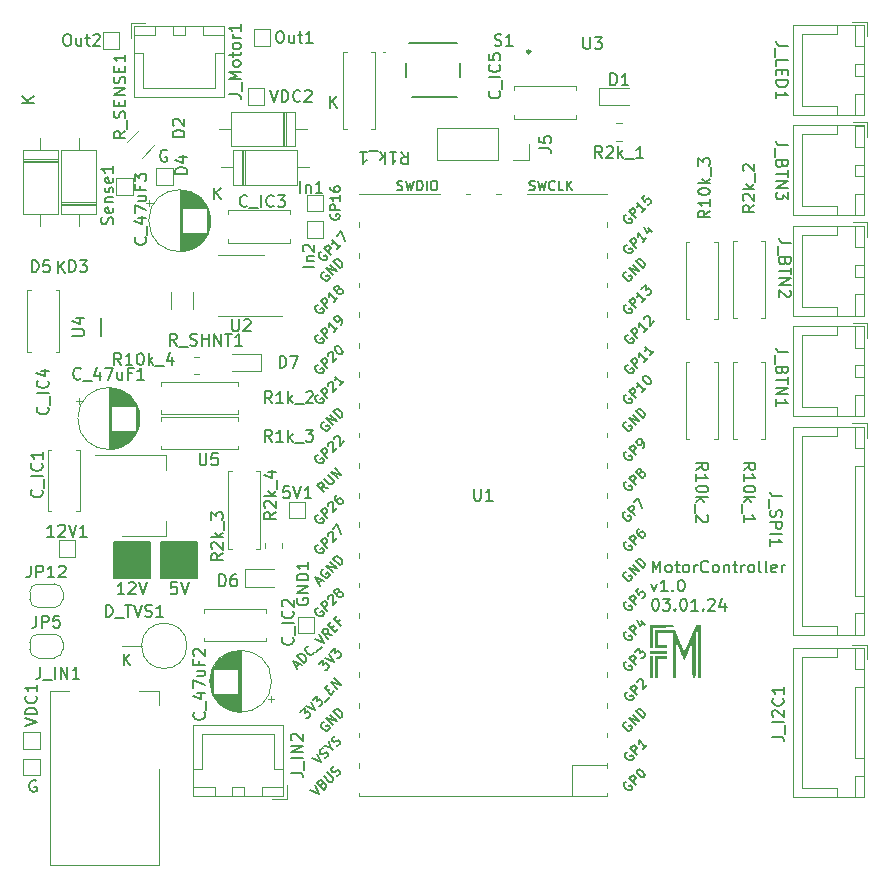
<source format=gbr>
%TF.GenerationSoftware,KiCad,Pcbnew,7.0.10*%
%TF.CreationDate,2024-01-05T15:39:22+01:00*%
%TF.ProjectId,GateControl,47617465-436f-46e7-9472-6f6c2e6b6963,rev?*%
%TF.SameCoordinates,Original*%
%TF.FileFunction,Legend,Top*%
%TF.FilePolarity,Positive*%
%FSLAX46Y46*%
G04 Gerber Fmt 4.6, Leading zero omitted, Abs format (unit mm)*
G04 Created by KiCad (PCBNEW 7.0.10) date 2024-01-05 15:39:22*
%MOMM*%
%LPD*%
G01*
G04 APERTURE LIST*
%ADD10C,0.150000*%
%ADD11C,0.200000*%
%ADD12C,0.120000*%
%ADD13C,0.100000*%
%ADD14C,0.250000*%
G04 APERTURE END LIST*
D10*
X166000000Y-106000000D02*
X169000000Y-106000000D01*
X169000000Y-109000000D01*
X166000000Y-109000000D01*
X166000000Y-106000000D01*
G36*
X166000000Y-106000000D02*
G01*
X169000000Y-106000000D01*
X169000000Y-109000000D01*
X166000000Y-109000000D01*
X166000000Y-106000000D01*
G37*
X162000000Y-106000000D02*
X165000000Y-106000000D01*
X165000000Y-109000000D01*
X162000000Y-109000000D01*
X162000000Y-106000000D01*
G36*
X162000000Y-106000000D02*
G01*
X165000000Y-106000000D01*
X165000000Y-109000000D01*
X162000000Y-109000000D01*
X162000000Y-106000000D01*
G37*
X166450588Y-72797438D02*
X166355350Y-72749819D01*
X166355350Y-72749819D02*
X166212493Y-72749819D01*
X166212493Y-72749819D02*
X166069636Y-72797438D01*
X166069636Y-72797438D02*
X165974398Y-72892676D01*
X165974398Y-72892676D02*
X165926779Y-72987914D01*
X165926779Y-72987914D02*
X165879160Y-73178390D01*
X165879160Y-73178390D02*
X165879160Y-73321247D01*
X165879160Y-73321247D02*
X165926779Y-73511723D01*
X165926779Y-73511723D02*
X165974398Y-73606961D01*
X165974398Y-73606961D02*
X166069636Y-73702200D01*
X166069636Y-73702200D02*
X166212493Y-73749819D01*
X166212493Y-73749819D02*
X166307731Y-73749819D01*
X166307731Y-73749819D02*
X166450588Y-73702200D01*
X166450588Y-73702200D02*
X166498207Y-73654580D01*
X166498207Y-73654580D02*
X166498207Y-73321247D01*
X166498207Y-73321247D02*
X166307731Y-73321247D01*
D11*
X155393482Y-126164838D02*
X155298244Y-126117219D01*
X155298244Y-126117219D02*
X155155387Y-126117219D01*
X155155387Y-126117219D02*
X155012530Y-126164838D01*
X155012530Y-126164838D02*
X154917292Y-126260076D01*
X154917292Y-126260076D02*
X154869673Y-126355314D01*
X154869673Y-126355314D02*
X154822054Y-126545790D01*
X154822054Y-126545790D02*
X154822054Y-126688647D01*
X154822054Y-126688647D02*
X154869673Y-126879123D01*
X154869673Y-126879123D02*
X154917292Y-126974361D01*
X154917292Y-126974361D02*
X155012530Y-127069600D01*
X155012530Y-127069600D02*
X155155387Y-127117219D01*
X155155387Y-127117219D02*
X155250625Y-127117219D01*
X155250625Y-127117219D02*
X155393482Y-127069600D01*
X155393482Y-127069600D02*
X155441101Y-127021980D01*
X155441101Y-127021980D02*
X155441101Y-126688647D01*
X155441101Y-126688647D02*
X155250625Y-126688647D01*
D10*
X162860588Y-110369819D02*
X162289160Y-110369819D01*
X162574874Y-110369819D02*
X162574874Y-109369819D01*
X162574874Y-109369819D02*
X162479636Y-109512676D01*
X162479636Y-109512676D02*
X162384398Y-109607914D01*
X162384398Y-109607914D02*
X162289160Y-109655533D01*
X163241541Y-109465057D02*
X163289160Y-109417438D01*
X163289160Y-109417438D02*
X163384398Y-109369819D01*
X163384398Y-109369819D02*
X163622493Y-109369819D01*
X163622493Y-109369819D02*
X163717731Y-109417438D01*
X163717731Y-109417438D02*
X163765350Y-109465057D01*
X163765350Y-109465057D02*
X163812969Y-109560295D01*
X163812969Y-109560295D02*
X163812969Y-109655533D01*
X163812969Y-109655533D02*
X163765350Y-109798390D01*
X163765350Y-109798390D02*
X163193922Y-110369819D01*
X163193922Y-110369819D02*
X163812969Y-110369819D01*
X164098684Y-109369819D02*
X164432017Y-110369819D01*
X164432017Y-110369819D02*
X164765350Y-109369819D01*
X167312969Y-109369819D02*
X166836779Y-109369819D01*
X166836779Y-109369819D02*
X166789160Y-109846009D01*
X166789160Y-109846009D02*
X166836779Y-109798390D01*
X166836779Y-109798390D02*
X166932017Y-109750771D01*
X166932017Y-109750771D02*
X167170112Y-109750771D01*
X167170112Y-109750771D02*
X167265350Y-109798390D01*
X167265350Y-109798390D02*
X167312969Y-109846009D01*
X167312969Y-109846009D02*
X167360588Y-109941247D01*
X167360588Y-109941247D02*
X167360588Y-110179342D01*
X167360588Y-110179342D02*
X167312969Y-110274580D01*
X167312969Y-110274580D02*
X167265350Y-110322200D01*
X167265350Y-110322200D02*
X167170112Y-110369819D01*
X167170112Y-110369819D02*
X166932017Y-110369819D01*
X166932017Y-110369819D02*
X166836779Y-110322200D01*
X166836779Y-110322200D02*
X166789160Y-110274580D01*
X167646303Y-109369819D02*
X167979636Y-110369819D01*
X167979636Y-110369819D02*
X168312969Y-109369819D01*
X207586778Y-108539818D02*
X207586778Y-107539818D01*
X207586778Y-107539818D02*
X207920111Y-108254103D01*
X207920111Y-108254103D02*
X208253444Y-107539818D01*
X208253444Y-107539818D02*
X208253444Y-108539818D01*
X208872492Y-108539818D02*
X208777254Y-108492199D01*
X208777254Y-108492199D02*
X208729635Y-108444579D01*
X208729635Y-108444579D02*
X208682016Y-108349341D01*
X208682016Y-108349341D02*
X208682016Y-108063627D01*
X208682016Y-108063627D02*
X208729635Y-107968389D01*
X208729635Y-107968389D02*
X208777254Y-107920770D01*
X208777254Y-107920770D02*
X208872492Y-107873151D01*
X208872492Y-107873151D02*
X209015349Y-107873151D01*
X209015349Y-107873151D02*
X209110587Y-107920770D01*
X209110587Y-107920770D02*
X209158206Y-107968389D01*
X209158206Y-107968389D02*
X209205825Y-108063627D01*
X209205825Y-108063627D02*
X209205825Y-108349341D01*
X209205825Y-108349341D02*
X209158206Y-108444579D01*
X209158206Y-108444579D02*
X209110587Y-108492199D01*
X209110587Y-108492199D02*
X209015349Y-108539818D01*
X209015349Y-108539818D02*
X208872492Y-108539818D01*
X209491540Y-107873151D02*
X209872492Y-107873151D01*
X209634397Y-107539818D02*
X209634397Y-108396960D01*
X209634397Y-108396960D02*
X209682016Y-108492199D01*
X209682016Y-108492199D02*
X209777254Y-108539818D01*
X209777254Y-108539818D02*
X209872492Y-108539818D01*
X210348683Y-108539818D02*
X210253445Y-108492199D01*
X210253445Y-108492199D02*
X210205826Y-108444579D01*
X210205826Y-108444579D02*
X210158207Y-108349341D01*
X210158207Y-108349341D02*
X210158207Y-108063627D01*
X210158207Y-108063627D02*
X210205826Y-107968389D01*
X210205826Y-107968389D02*
X210253445Y-107920770D01*
X210253445Y-107920770D02*
X210348683Y-107873151D01*
X210348683Y-107873151D02*
X210491540Y-107873151D01*
X210491540Y-107873151D02*
X210586778Y-107920770D01*
X210586778Y-107920770D02*
X210634397Y-107968389D01*
X210634397Y-107968389D02*
X210682016Y-108063627D01*
X210682016Y-108063627D02*
X210682016Y-108349341D01*
X210682016Y-108349341D02*
X210634397Y-108444579D01*
X210634397Y-108444579D02*
X210586778Y-108492199D01*
X210586778Y-108492199D02*
X210491540Y-108539818D01*
X210491540Y-108539818D02*
X210348683Y-108539818D01*
X211110588Y-108539818D02*
X211110588Y-107873151D01*
X211110588Y-108063627D02*
X211158207Y-107968389D01*
X211158207Y-107968389D02*
X211205826Y-107920770D01*
X211205826Y-107920770D02*
X211301064Y-107873151D01*
X211301064Y-107873151D02*
X211396302Y-107873151D01*
X212301064Y-108444579D02*
X212253445Y-108492199D01*
X212253445Y-108492199D02*
X212110588Y-108539818D01*
X212110588Y-108539818D02*
X212015350Y-108539818D01*
X212015350Y-108539818D02*
X211872493Y-108492199D01*
X211872493Y-108492199D02*
X211777255Y-108396960D01*
X211777255Y-108396960D02*
X211729636Y-108301722D01*
X211729636Y-108301722D02*
X211682017Y-108111246D01*
X211682017Y-108111246D02*
X211682017Y-107968389D01*
X211682017Y-107968389D02*
X211729636Y-107777913D01*
X211729636Y-107777913D02*
X211777255Y-107682675D01*
X211777255Y-107682675D02*
X211872493Y-107587437D01*
X211872493Y-107587437D02*
X212015350Y-107539818D01*
X212015350Y-107539818D02*
X212110588Y-107539818D01*
X212110588Y-107539818D02*
X212253445Y-107587437D01*
X212253445Y-107587437D02*
X212301064Y-107635056D01*
X212872493Y-108539818D02*
X212777255Y-108492199D01*
X212777255Y-108492199D02*
X212729636Y-108444579D01*
X212729636Y-108444579D02*
X212682017Y-108349341D01*
X212682017Y-108349341D02*
X212682017Y-108063627D01*
X212682017Y-108063627D02*
X212729636Y-107968389D01*
X212729636Y-107968389D02*
X212777255Y-107920770D01*
X212777255Y-107920770D02*
X212872493Y-107873151D01*
X212872493Y-107873151D02*
X213015350Y-107873151D01*
X213015350Y-107873151D02*
X213110588Y-107920770D01*
X213110588Y-107920770D02*
X213158207Y-107968389D01*
X213158207Y-107968389D02*
X213205826Y-108063627D01*
X213205826Y-108063627D02*
X213205826Y-108349341D01*
X213205826Y-108349341D02*
X213158207Y-108444579D01*
X213158207Y-108444579D02*
X213110588Y-108492199D01*
X213110588Y-108492199D02*
X213015350Y-108539818D01*
X213015350Y-108539818D02*
X212872493Y-108539818D01*
X213634398Y-107873151D02*
X213634398Y-108539818D01*
X213634398Y-107968389D02*
X213682017Y-107920770D01*
X213682017Y-107920770D02*
X213777255Y-107873151D01*
X213777255Y-107873151D02*
X213920112Y-107873151D01*
X213920112Y-107873151D02*
X214015350Y-107920770D01*
X214015350Y-107920770D02*
X214062969Y-108016008D01*
X214062969Y-108016008D02*
X214062969Y-108539818D01*
X214396303Y-107873151D02*
X214777255Y-107873151D01*
X214539160Y-107539818D02*
X214539160Y-108396960D01*
X214539160Y-108396960D02*
X214586779Y-108492199D01*
X214586779Y-108492199D02*
X214682017Y-108539818D01*
X214682017Y-108539818D02*
X214777255Y-108539818D01*
X215110589Y-108539818D02*
X215110589Y-107873151D01*
X215110589Y-108063627D02*
X215158208Y-107968389D01*
X215158208Y-107968389D02*
X215205827Y-107920770D01*
X215205827Y-107920770D02*
X215301065Y-107873151D01*
X215301065Y-107873151D02*
X215396303Y-107873151D01*
X215872494Y-108539818D02*
X215777256Y-108492199D01*
X215777256Y-108492199D02*
X215729637Y-108444579D01*
X215729637Y-108444579D02*
X215682018Y-108349341D01*
X215682018Y-108349341D02*
X215682018Y-108063627D01*
X215682018Y-108063627D02*
X215729637Y-107968389D01*
X215729637Y-107968389D02*
X215777256Y-107920770D01*
X215777256Y-107920770D02*
X215872494Y-107873151D01*
X215872494Y-107873151D02*
X216015351Y-107873151D01*
X216015351Y-107873151D02*
X216110589Y-107920770D01*
X216110589Y-107920770D02*
X216158208Y-107968389D01*
X216158208Y-107968389D02*
X216205827Y-108063627D01*
X216205827Y-108063627D02*
X216205827Y-108349341D01*
X216205827Y-108349341D02*
X216158208Y-108444579D01*
X216158208Y-108444579D02*
X216110589Y-108492199D01*
X216110589Y-108492199D02*
X216015351Y-108539818D01*
X216015351Y-108539818D02*
X215872494Y-108539818D01*
X216777256Y-108539818D02*
X216682018Y-108492199D01*
X216682018Y-108492199D02*
X216634399Y-108396960D01*
X216634399Y-108396960D02*
X216634399Y-107539818D01*
X217301066Y-108539818D02*
X217205828Y-108492199D01*
X217205828Y-108492199D02*
X217158209Y-108396960D01*
X217158209Y-108396960D02*
X217158209Y-107539818D01*
X218062971Y-108492199D02*
X217967733Y-108539818D01*
X217967733Y-108539818D02*
X217777257Y-108539818D01*
X217777257Y-108539818D02*
X217682019Y-108492199D01*
X217682019Y-108492199D02*
X217634400Y-108396960D01*
X217634400Y-108396960D02*
X217634400Y-108016008D01*
X217634400Y-108016008D02*
X217682019Y-107920770D01*
X217682019Y-107920770D02*
X217777257Y-107873151D01*
X217777257Y-107873151D02*
X217967733Y-107873151D01*
X217967733Y-107873151D02*
X218062971Y-107920770D01*
X218062971Y-107920770D02*
X218110590Y-108016008D01*
X218110590Y-108016008D02*
X218110590Y-108111246D01*
X218110590Y-108111246D02*
X217634400Y-108206484D01*
X218539162Y-108539818D02*
X218539162Y-107873151D01*
X218539162Y-108063627D02*
X218586781Y-107968389D01*
X218586781Y-107968389D02*
X218634400Y-107920770D01*
X218634400Y-107920770D02*
X218729638Y-107873151D01*
X218729638Y-107873151D02*
X218824876Y-107873151D01*
X207491540Y-109483151D02*
X207729635Y-110149818D01*
X207729635Y-110149818D02*
X207967730Y-109483151D01*
X208872492Y-110149818D02*
X208301064Y-110149818D01*
X208586778Y-110149818D02*
X208586778Y-109149818D01*
X208586778Y-109149818D02*
X208491540Y-109292675D01*
X208491540Y-109292675D02*
X208396302Y-109387913D01*
X208396302Y-109387913D02*
X208301064Y-109435532D01*
X209301064Y-110054579D02*
X209348683Y-110102199D01*
X209348683Y-110102199D02*
X209301064Y-110149818D01*
X209301064Y-110149818D02*
X209253445Y-110102199D01*
X209253445Y-110102199D02*
X209301064Y-110054579D01*
X209301064Y-110054579D02*
X209301064Y-110149818D01*
X209967730Y-109149818D02*
X210062968Y-109149818D01*
X210062968Y-109149818D02*
X210158206Y-109197437D01*
X210158206Y-109197437D02*
X210205825Y-109245056D01*
X210205825Y-109245056D02*
X210253444Y-109340294D01*
X210253444Y-109340294D02*
X210301063Y-109530770D01*
X210301063Y-109530770D02*
X210301063Y-109768865D01*
X210301063Y-109768865D02*
X210253444Y-109959341D01*
X210253444Y-109959341D02*
X210205825Y-110054579D01*
X210205825Y-110054579D02*
X210158206Y-110102199D01*
X210158206Y-110102199D02*
X210062968Y-110149818D01*
X210062968Y-110149818D02*
X209967730Y-110149818D01*
X209967730Y-110149818D02*
X209872492Y-110102199D01*
X209872492Y-110102199D02*
X209824873Y-110054579D01*
X209824873Y-110054579D02*
X209777254Y-109959341D01*
X209777254Y-109959341D02*
X209729635Y-109768865D01*
X209729635Y-109768865D02*
X209729635Y-109530770D01*
X209729635Y-109530770D02*
X209777254Y-109340294D01*
X209777254Y-109340294D02*
X209824873Y-109245056D01*
X209824873Y-109245056D02*
X209872492Y-109197437D01*
X209872492Y-109197437D02*
X209967730Y-109149818D01*
X207777254Y-110759818D02*
X207872492Y-110759818D01*
X207872492Y-110759818D02*
X207967730Y-110807437D01*
X207967730Y-110807437D02*
X208015349Y-110855056D01*
X208015349Y-110855056D02*
X208062968Y-110950294D01*
X208062968Y-110950294D02*
X208110587Y-111140770D01*
X208110587Y-111140770D02*
X208110587Y-111378865D01*
X208110587Y-111378865D02*
X208062968Y-111569341D01*
X208062968Y-111569341D02*
X208015349Y-111664579D01*
X208015349Y-111664579D02*
X207967730Y-111712199D01*
X207967730Y-111712199D02*
X207872492Y-111759818D01*
X207872492Y-111759818D02*
X207777254Y-111759818D01*
X207777254Y-111759818D02*
X207682016Y-111712199D01*
X207682016Y-111712199D02*
X207634397Y-111664579D01*
X207634397Y-111664579D02*
X207586778Y-111569341D01*
X207586778Y-111569341D02*
X207539159Y-111378865D01*
X207539159Y-111378865D02*
X207539159Y-111140770D01*
X207539159Y-111140770D02*
X207586778Y-110950294D01*
X207586778Y-110950294D02*
X207634397Y-110855056D01*
X207634397Y-110855056D02*
X207682016Y-110807437D01*
X207682016Y-110807437D02*
X207777254Y-110759818D01*
X208443921Y-110759818D02*
X209062968Y-110759818D01*
X209062968Y-110759818D02*
X208729635Y-111140770D01*
X208729635Y-111140770D02*
X208872492Y-111140770D01*
X208872492Y-111140770D02*
X208967730Y-111188389D01*
X208967730Y-111188389D02*
X209015349Y-111236008D01*
X209015349Y-111236008D02*
X209062968Y-111331246D01*
X209062968Y-111331246D02*
X209062968Y-111569341D01*
X209062968Y-111569341D02*
X209015349Y-111664579D01*
X209015349Y-111664579D02*
X208967730Y-111712199D01*
X208967730Y-111712199D02*
X208872492Y-111759818D01*
X208872492Y-111759818D02*
X208586778Y-111759818D01*
X208586778Y-111759818D02*
X208491540Y-111712199D01*
X208491540Y-111712199D02*
X208443921Y-111664579D01*
X209491540Y-111664579D02*
X209539159Y-111712199D01*
X209539159Y-111712199D02*
X209491540Y-111759818D01*
X209491540Y-111759818D02*
X209443921Y-111712199D01*
X209443921Y-111712199D02*
X209491540Y-111664579D01*
X209491540Y-111664579D02*
X209491540Y-111759818D01*
X210158206Y-110759818D02*
X210253444Y-110759818D01*
X210253444Y-110759818D02*
X210348682Y-110807437D01*
X210348682Y-110807437D02*
X210396301Y-110855056D01*
X210396301Y-110855056D02*
X210443920Y-110950294D01*
X210443920Y-110950294D02*
X210491539Y-111140770D01*
X210491539Y-111140770D02*
X210491539Y-111378865D01*
X210491539Y-111378865D02*
X210443920Y-111569341D01*
X210443920Y-111569341D02*
X210396301Y-111664579D01*
X210396301Y-111664579D02*
X210348682Y-111712199D01*
X210348682Y-111712199D02*
X210253444Y-111759818D01*
X210253444Y-111759818D02*
X210158206Y-111759818D01*
X210158206Y-111759818D02*
X210062968Y-111712199D01*
X210062968Y-111712199D02*
X210015349Y-111664579D01*
X210015349Y-111664579D02*
X209967730Y-111569341D01*
X209967730Y-111569341D02*
X209920111Y-111378865D01*
X209920111Y-111378865D02*
X209920111Y-111140770D01*
X209920111Y-111140770D02*
X209967730Y-110950294D01*
X209967730Y-110950294D02*
X210015349Y-110855056D01*
X210015349Y-110855056D02*
X210062968Y-110807437D01*
X210062968Y-110807437D02*
X210158206Y-110759818D01*
X211443920Y-111759818D02*
X210872492Y-111759818D01*
X211158206Y-111759818D02*
X211158206Y-110759818D01*
X211158206Y-110759818D02*
X211062968Y-110902675D01*
X211062968Y-110902675D02*
X210967730Y-110997913D01*
X210967730Y-110997913D02*
X210872492Y-111045532D01*
X211872492Y-111664579D02*
X211920111Y-111712199D01*
X211920111Y-111712199D02*
X211872492Y-111759818D01*
X211872492Y-111759818D02*
X211824873Y-111712199D01*
X211824873Y-111712199D02*
X211872492Y-111664579D01*
X211872492Y-111664579D02*
X211872492Y-111759818D01*
X212301063Y-110855056D02*
X212348682Y-110807437D01*
X212348682Y-110807437D02*
X212443920Y-110759818D01*
X212443920Y-110759818D02*
X212682015Y-110759818D01*
X212682015Y-110759818D02*
X212777253Y-110807437D01*
X212777253Y-110807437D02*
X212824872Y-110855056D01*
X212824872Y-110855056D02*
X212872491Y-110950294D01*
X212872491Y-110950294D02*
X212872491Y-111045532D01*
X212872491Y-111045532D02*
X212824872Y-111188389D01*
X212824872Y-111188389D02*
X212253444Y-111759818D01*
X212253444Y-111759818D02*
X212872491Y-111759818D01*
X213729634Y-111093151D02*
X213729634Y-111759818D01*
X213491539Y-110712199D02*
X213253444Y-111426484D01*
X213253444Y-111426484D02*
X213872491Y-111426484D01*
X192488095Y-101454819D02*
X192488095Y-102264342D01*
X192488095Y-102264342D02*
X192535714Y-102359580D01*
X192535714Y-102359580D02*
X192583333Y-102407200D01*
X192583333Y-102407200D02*
X192678571Y-102454819D01*
X192678571Y-102454819D02*
X192869047Y-102454819D01*
X192869047Y-102454819D02*
X192964285Y-102407200D01*
X192964285Y-102407200D02*
X193011904Y-102359580D01*
X193011904Y-102359580D02*
X193059523Y-102264342D01*
X193059523Y-102264342D02*
X193059523Y-101454819D01*
X194059523Y-102454819D02*
X193488095Y-102454819D01*
X193773809Y-102454819D02*
X193773809Y-101454819D01*
X193773809Y-101454819D02*
X193678571Y-101597676D01*
X193678571Y-101597676D02*
X193583333Y-101692914D01*
X193583333Y-101692914D02*
X193488095Y-101740533D01*
X179736435Y-83098431D02*
X179655623Y-83125368D01*
X179655623Y-83125368D02*
X179574811Y-83206180D01*
X179574811Y-83206180D02*
X179520936Y-83313930D01*
X179520936Y-83313930D02*
X179520936Y-83421680D01*
X179520936Y-83421680D02*
X179547873Y-83502492D01*
X179547873Y-83502492D02*
X179628685Y-83637179D01*
X179628685Y-83637179D02*
X179709498Y-83717991D01*
X179709498Y-83717991D02*
X179844185Y-83798803D01*
X179844185Y-83798803D02*
X179924997Y-83825741D01*
X179924997Y-83825741D02*
X180032746Y-83825741D01*
X180032746Y-83825741D02*
X180140496Y-83771866D01*
X180140496Y-83771866D02*
X180194371Y-83717991D01*
X180194371Y-83717991D02*
X180248246Y-83610241D01*
X180248246Y-83610241D02*
X180248246Y-83556367D01*
X180248246Y-83556367D02*
X180059684Y-83367805D01*
X180059684Y-83367805D02*
X179951934Y-83475554D01*
X180544557Y-83367805D02*
X179978872Y-82802119D01*
X179978872Y-82802119D02*
X180867806Y-83044556D01*
X180867806Y-83044556D02*
X180302120Y-82478871D01*
X181137180Y-82775182D02*
X180571494Y-82209497D01*
X180571494Y-82209497D02*
X180706181Y-82074810D01*
X180706181Y-82074810D02*
X180813931Y-82020935D01*
X180813931Y-82020935D02*
X180921680Y-82020935D01*
X180921680Y-82020935D02*
X181002493Y-82047872D01*
X181002493Y-82047872D02*
X181137180Y-82128685D01*
X181137180Y-82128685D02*
X181217992Y-82209497D01*
X181217992Y-82209497D02*
X181298804Y-82344184D01*
X181298804Y-82344184D02*
X181325741Y-82424996D01*
X181325741Y-82424996D02*
X181325741Y-82532746D01*
X181325741Y-82532746D02*
X181271867Y-82640495D01*
X181271867Y-82640495D02*
X181137180Y-82775182D01*
X205493998Y-88420868D02*
X205413185Y-88447805D01*
X205413185Y-88447805D02*
X205332373Y-88528618D01*
X205332373Y-88528618D02*
X205278498Y-88636367D01*
X205278498Y-88636367D02*
X205278498Y-88744117D01*
X205278498Y-88744117D02*
X205305436Y-88824929D01*
X205305436Y-88824929D02*
X205386248Y-88959616D01*
X205386248Y-88959616D02*
X205467060Y-89040428D01*
X205467060Y-89040428D02*
X205601747Y-89121241D01*
X205601747Y-89121241D02*
X205682560Y-89148178D01*
X205682560Y-89148178D02*
X205790309Y-89148178D01*
X205790309Y-89148178D02*
X205898059Y-89094303D01*
X205898059Y-89094303D02*
X205951934Y-89040428D01*
X205951934Y-89040428D02*
X206005808Y-88932679D01*
X206005808Y-88932679D02*
X206005808Y-88878804D01*
X206005808Y-88878804D02*
X205817247Y-88690242D01*
X205817247Y-88690242D02*
X205709497Y-88797992D01*
X206302120Y-88690242D02*
X205736434Y-88124557D01*
X205736434Y-88124557D02*
X205951934Y-87909057D01*
X205951934Y-87909057D02*
X206032746Y-87882120D01*
X206032746Y-87882120D02*
X206086621Y-87882120D01*
X206086621Y-87882120D02*
X206167433Y-87909057D01*
X206167433Y-87909057D02*
X206248245Y-87989870D01*
X206248245Y-87989870D02*
X206275182Y-88070682D01*
X206275182Y-88070682D02*
X206275182Y-88124557D01*
X206275182Y-88124557D02*
X206248245Y-88205369D01*
X206248245Y-88205369D02*
X206032746Y-88420868D01*
X207164117Y-87828245D02*
X206840868Y-88151494D01*
X207002492Y-87989870D02*
X206436807Y-87424184D01*
X206436807Y-87424184D02*
X206463744Y-87558871D01*
X206463744Y-87558871D02*
X206463744Y-87666621D01*
X206463744Y-87666621D02*
X206436807Y-87747433D01*
X206867805Y-87100935D02*
X206867805Y-87047060D01*
X206867805Y-87047060D02*
X206894743Y-86966248D01*
X206894743Y-86966248D02*
X207029430Y-86831561D01*
X207029430Y-86831561D02*
X207110242Y-86804624D01*
X207110242Y-86804624D02*
X207164117Y-86804624D01*
X207164117Y-86804624D02*
X207244929Y-86831561D01*
X207244929Y-86831561D02*
X207298804Y-86885436D01*
X207298804Y-86885436D02*
X207352679Y-86993186D01*
X207352679Y-86993186D02*
X207352679Y-87639683D01*
X207352679Y-87639683D02*
X207702865Y-87289497D01*
X179293873Y-109441240D02*
X179563247Y-109171866D01*
X179401623Y-109656739D02*
X179024499Y-108902492D01*
X179024499Y-108902492D02*
X179778746Y-109279615D01*
X179724871Y-108255994D02*
X179644059Y-108282932D01*
X179644059Y-108282932D02*
X179563247Y-108363744D01*
X179563247Y-108363744D02*
X179509372Y-108471494D01*
X179509372Y-108471494D02*
X179509372Y-108579243D01*
X179509372Y-108579243D02*
X179536310Y-108660055D01*
X179536310Y-108660055D02*
X179617122Y-108794742D01*
X179617122Y-108794742D02*
X179697934Y-108875555D01*
X179697934Y-108875555D02*
X179832621Y-108956367D01*
X179832621Y-108956367D02*
X179913433Y-108983304D01*
X179913433Y-108983304D02*
X180021183Y-108983304D01*
X180021183Y-108983304D02*
X180128932Y-108929429D01*
X180128932Y-108929429D02*
X180182807Y-108875555D01*
X180182807Y-108875555D02*
X180236682Y-108767805D01*
X180236682Y-108767805D02*
X180236682Y-108713930D01*
X180236682Y-108713930D02*
X180048120Y-108525368D01*
X180048120Y-108525368D02*
X179940371Y-108633118D01*
X180532993Y-108525368D02*
X179967308Y-107959683D01*
X179967308Y-107959683D02*
X180856242Y-108202120D01*
X180856242Y-108202120D02*
X180290557Y-107636434D01*
X181125616Y-107932746D02*
X180559931Y-107367060D01*
X180559931Y-107367060D02*
X180694618Y-107232373D01*
X180694618Y-107232373D02*
X180802367Y-107178498D01*
X180802367Y-107178498D02*
X180910117Y-107178498D01*
X180910117Y-107178498D02*
X180990929Y-107205436D01*
X180990929Y-107205436D02*
X181125616Y-107286248D01*
X181125616Y-107286248D02*
X181206428Y-107367060D01*
X181206428Y-107367060D02*
X181287241Y-107501747D01*
X181287241Y-107501747D02*
X181314178Y-107582560D01*
X181314178Y-107582560D02*
X181314178Y-107690309D01*
X181314178Y-107690309D02*
X181260303Y-107798059D01*
X181260303Y-107798059D02*
X181125616Y-107932746D01*
X179239998Y-103660868D02*
X179159185Y-103687805D01*
X179159185Y-103687805D02*
X179078373Y-103768618D01*
X179078373Y-103768618D02*
X179024498Y-103876367D01*
X179024498Y-103876367D02*
X179024498Y-103984117D01*
X179024498Y-103984117D02*
X179051436Y-104064929D01*
X179051436Y-104064929D02*
X179132248Y-104199616D01*
X179132248Y-104199616D02*
X179213060Y-104280428D01*
X179213060Y-104280428D02*
X179347747Y-104361241D01*
X179347747Y-104361241D02*
X179428560Y-104388178D01*
X179428560Y-104388178D02*
X179536309Y-104388178D01*
X179536309Y-104388178D02*
X179644059Y-104334303D01*
X179644059Y-104334303D02*
X179697934Y-104280428D01*
X179697934Y-104280428D02*
X179751808Y-104172679D01*
X179751808Y-104172679D02*
X179751808Y-104118804D01*
X179751808Y-104118804D02*
X179563247Y-103930242D01*
X179563247Y-103930242D02*
X179455497Y-104037992D01*
X180048120Y-103930242D02*
X179482434Y-103364557D01*
X179482434Y-103364557D02*
X179697934Y-103149057D01*
X179697934Y-103149057D02*
X179778746Y-103122120D01*
X179778746Y-103122120D02*
X179832621Y-103122120D01*
X179832621Y-103122120D02*
X179913433Y-103149057D01*
X179913433Y-103149057D02*
X179994245Y-103229870D01*
X179994245Y-103229870D02*
X180021182Y-103310682D01*
X180021182Y-103310682D02*
X180021182Y-103364557D01*
X180021182Y-103364557D02*
X179994245Y-103445369D01*
X179994245Y-103445369D02*
X179778746Y-103660868D01*
X180075057Y-102879683D02*
X180075057Y-102825809D01*
X180075057Y-102825809D02*
X180101995Y-102744996D01*
X180101995Y-102744996D02*
X180236682Y-102610309D01*
X180236682Y-102610309D02*
X180317494Y-102583372D01*
X180317494Y-102583372D02*
X180371369Y-102583372D01*
X180371369Y-102583372D02*
X180452181Y-102610309D01*
X180452181Y-102610309D02*
X180506056Y-102664184D01*
X180506056Y-102664184D02*
X180559930Y-102771934D01*
X180559930Y-102771934D02*
X180559930Y-103418431D01*
X180559930Y-103418431D02*
X180910117Y-103068245D01*
X180829305Y-102017686D02*
X180721555Y-102125436D01*
X180721555Y-102125436D02*
X180694618Y-102206248D01*
X180694618Y-102206248D02*
X180694618Y-102260123D01*
X180694618Y-102260123D02*
X180721555Y-102394810D01*
X180721555Y-102394810D02*
X180802367Y-102529497D01*
X180802367Y-102529497D02*
X181017866Y-102744996D01*
X181017866Y-102744996D02*
X181098679Y-102771934D01*
X181098679Y-102771934D02*
X181152553Y-102771934D01*
X181152553Y-102771934D02*
X181233366Y-102744996D01*
X181233366Y-102744996D02*
X181341115Y-102637247D01*
X181341115Y-102637247D02*
X181368053Y-102556434D01*
X181368053Y-102556434D02*
X181368053Y-102502560D01*
X181368053Y-102502560D02*
X181341115Y-102421747D01*
X181341115Y-102421747D02*
X181206428Y-102287060D01*
X181206428Y-102287060D02*
X181125616Y-102260123D01*
X181125616Y-102260123D02*
X181071741Y-102260123D01*
X181071741Y-102260123D02*
X180990929Y-102287060D01*
X180990929Y-102287060D02*
X180883179Y-102394810D01*
X180883179Y-102394810D02*
X180856242Y-102475622D01*
X180856242Y-102475622D02*
X180856242Y-102529497D01*
X180856242Y-102529497D02*
X180883179Y-102610309D01*
X180088651Y-101403710D02*
X179630716Y-101322898D01*
X179765403Y-101726959D02*
X179199717Y-101161274D01*
X179199717Y-101161274D02*
X179415216Y-100945775D01*
X179415216Y-100945775D02*
X179496029Y-100918837D01*
X179496029Y-100918837D02*
X179549903Y-100918837D01*
X179549903Y-100918837D02*
X179630716Y-100945775D01*
X179630716Y-100945775D02*
X179711528Y-101026587D01*
X179711528Y-101026587D02*
X179738465Y-101107399D01*
X179738465Y-101107399D02*
X179738465Y-101161274D01*
X179738465Y-101161274D02*
X179711528Y-101242086D01*
X179711528Y-101242086D02*
X179496029Y-101457585D01*
X179765403Y-100595588D02*
X180223338Y-101053524D01*
X180223338Y-101053524D02*
X180304151Y-101080462D01*
X180304151Y-101080462D02*
X180358025Y-101080462D01*
X180358025Y-101080462D02*
X180438838Y-101053524D01*
X180438838Y-101053524D02*
X180546587Y-100945775D01*
X180546587Y-100945775D02*
X180573525Y-100864962D01*
X180573525Y-100864962D02*
X180573525Y-100811088D01*
X180573525Y-100811088D02*
X180546587Y-100730275D01*
X180546587Y-100730275D02*
X180088651Y-100272340D01*
X180923711Y-100568651D02*
X180358025Y-100002966D01*
X180358025Y-100002966D02*
X181246959Y-100245402D01*
X181246959Y-100245402D02*
X180681274Y-99679717D01*
X205347998Y-93500868D02*
X205267185Y-93527805D01*
X205267185Y-93527805D02*
X205186373Y-93608618D01*
X205186373Y-93608618D02*
X205132498Y-93716367D01*
X205132498Y-93716367D02*
X205132498Y-93824117D01*
X205132498Y-93824117D02*
X205159436Y-93904929D01*
X205159436Y-93904929D02*
X205240248Y-94039616D01*
X205240248Y-94039616D02*
X205321060Y-94120428D01*
X205321060Y-94120428D02*
X205455747Y-94201241D01*
X205455747Y-94201241D02*
X205536560Y-94228178D01*
X205536560Y-94228178D02*
X205644309Y-94228178D01*
X205644309Y-94228178D02*
X205752059Y-94174303D01*
X205752059Y-94174303D02*
X205805934Y-94120428D01*
X205805934Y-94120428D02*
X205859808Y-94012679D01*
X205859808Y-94012679D02*
X205859808Y-93958804D01*
X205859808Y-93958804D02*
X205671247Y-93770242D01*
X205671247Y-93770242D02*
X205563497Y-93877992D01*
X206156120Y-93770242D02*
X205590434Y-93204557D01*
X205590434Y-93204557D02*
X205805934Y-92989057D01*
X205805934Y-92989057D02*
X205886746Y-92962120D01*
X205886746Y-92962120D02*
X205940621Y-92962120D01*
X205940621Y-92962120D02*
X206021433Y-92989057D01*
X206021433Y-92989057D02*
X206102245Y-93069870D01*
X206102245Y-93069870D02*
X206129182Y-93150682D01*
X206129182Y-93150682D02*
X206129182Y-93204557D01*
X206129182Y-93204557D02*
X206102245Y-93285369D01*
X206102245Y-93285369D02*
X205886746Y-93500868D01*
X207018117Y-92908245D02*
X206694868Y-93231494D01*
X206856492Y-93069870D02*
X206290807Y-92504184D01*
X206290807Y-92504184D02*
X206317744Y-92638871D01*
X206317744Y-92638871D02*
X206317744Y-92746621D01*
X206317744Y-92746621D02*
X206290807Y-92827433D01*
X206802618Y-91992373D02*
X206856492Y-91938499D01*
X206856492Y-91938499D02*
X206937305Y-91911561D01*
X206937305Y-91911561D02*
X206991179Y-91911561D01*
X206991179Y-91911561D02*
X207071992Y-91938499D01*
X207071992Y-91938499D02*
X207206679Y-92019311D01*
X207206679Y-92019311D02*
X207341366Y-92153998D01*
X207341366Y-92153998D02*
X207422178Y-92288685D01*
X207422178Y-92288685D02*
X207449115Y-92369497D01*
X207449115Y-92369497D02*
X207449115Y-92423372D01*
X207449115Y-92423372D02*
X207422178Y-92504184D01*
X207422178Y-92504184D02*
X207368303Y-92558059D01*
X207368303Y-92558059D02*
X207287491Y-92584996D01*
X207287491Y-92584996D02*
X207233616Y-92584996D01*
X207233616Y-92584996D02*
X207152804Y-92558059D01*
X207152804Y-92558059D02*
X207018117Y-92477247D01*
X207018117Y-92477247D02*
X206883430Y-92342560D01*
X206883430Y-92342560D02*
X206802618Y-92207873D01*
X206802618Y-92207873D02*
X206775680Y-92127060D01*
X206775680Y-92127060D02*
X206775680Y-92073186D01*
X206775680Y-92073186D02*
X206802618Y-91992373D01*
X205336435Y-108498431D02*
X205255623Y-108525368D01*
X205255623Y-108525368D02*
X205174811Y-108606180D01*
X205174811Y-108606180D02*
X205120936Y-108713930D01*
X205120936Y-108713930D02*
X205120936Y-108821680D01*
X205120936Y-108821680D02*
X205147873Y-108902492D01*
X205147873Y-108902492D02*
X205228685Y-109037179D01*
X205228685Y-109037179D02*
X205309498Y-109117991D01*
X205309498Y-109117991D02*
X205444185Y-109198803D01*
X205444185Y-109198803D02*
X205524997Y-109225741D01*
X205524997Y-109225741D02*
X205632746Y-109225741D01*
X205632746Y-109225741D02*
X205740496Y-109171866D01*
X205740496Y-109171866D02*
X205794371Y-109117991D01*
X205794371Y-109117991D02*
X205848246Y-109010241D01*
X205848246Y-109010241D02*
X205848246Y-108956367D01*
X205848246Y-108956367D02*
X205659684Y-108767805D01*
X205659684Y-108767805D02*
X205551934Y-108875554D01*
X206144557Y-108767805D02*
X205578872Y-108202119D01*
X205578872Y-108202119D02*
X206467806Y-108444556D01*
X206467806Y-108444556D02*
X205902120Y-107878871D01*
X206737180Y-108175182D02*
X206171494Y-107609497D01*
X206171494Y-107609497D02*
X206306181Y-107474810D01*
X206306181Y-107474810D02*
X206413931Y-107420935D01*
X206413931Y-107420935D02*
X206521680Y-107420935D01*
X206521680Y-107420935D02*
X206602493Y-107447872D01*
X206602493Y-107447872D02*
X206737180Y-107528685D01*
X206737180Y-107528685D02*
X206817992Y-107609497D01*
X206817992Y-107609497D02*
X206898804Y-107744184D01*
X206898804Y-107744184D02*
X206925741Y-107824996D01*
X206925741Y-107824996D02*
X206925741Y-107932746D01*
X206925741Y-107932746D02*
X206871867Y-108040495D01*
X206871867Y-108040495D02*
X206737180Y-108175182D01*
X178603406Y-126927585D02*
X179357653Y-127304709D01*
X179357653Y-127304709D02*
X178980529Y-126550462D01*
X179627027Y-126442712D02*
X179734776Y-126388838D01*
X179734776Y-126388838D02*
X179788651Y-126388838D01*
X179788651Y-126388838D02*
X179869463Y-126415775D01*
X179869463Y-126415775D02*
X179950276Y-126496587D01*
X179950276Y-126496587D02*
X179977213Y-126577399D01*
X179977213Y-126577399D02*
X179977213Y-126631274D01*
X179977213Y-126631274D02*
X179950276Y-126712086D01*
X179950276Y-126712086D02*
X179734776Y-126927586D01*
X179734776Y-126927586D02*
X179169091Y-126361900D01*
X179169091Y-126361900D02*
X179357653Y-126173338D01*
X179357653Y-126173338D02*
X179438465Y-126146401D01*
X179438465Y-126146401D02*
X179492340Y-126146401D01*
X179492340Y-126146401D02*
X179573152Y-126173338D01*
X179573152Y-126173338D02*
X179627027Y-126227213D01*
X179627027Y-126227213D02*
X179653964Y-126308025D01*
X179653964Y-126308025D02*
X179653964Y-126361900D01*
X179653964Y-126361900D02*
X179627027Y-126442712D01*
X179627027Y-126442712D02*
X179438465Y-126631274D01*
X179734776Y-125796215D02*
X180192712Y-126254151D01*
X180192712Y-126254151D02*
X180273524Y-126281088D01*
X180273524Y-126281088D02*
X180327399Y-126281088D01*
X180327399Y-126281088D02*
X180408211Y-126254151D01*
X180408211Y-126254151D02*
X180515961Y-126146401D01*
X180515961Y-126146401D02*
X180542898Y-126065589D01*
X180542898Y-126065589D02*
X180542898Y-126011714D01*
X180542898Y-126011714D02*
X180515961Y-125930902D01*
X180515961Y-125930902D02*
X180058025Y-125472966D01*
X180839210Y-125769277D02*
X180946959Y-125715403D01*
X180946959Y-125715403D02*
X181081646Y-125580716D01*
X181081646Y-125580716D02*
X181108584Y-125499903D01*
X181108584Y-125499903D02*
X181108584Y-125446029D01*
X181108584Y-125446029D02*
X181081646Y-125365216D01*
X181081646Y-125365216D02*
X181027771Y-125311342D01*
X181027771Y-125311342D02*
X180946959Y-125284404D01*
X180946959Y-125284404D02*
X180893084Y-125284404D01*
X180893084Y-125284404D02*
X180812272Y-125311342D01*
X180812272Y-125311342D02*
X180677585Y-125392154D01*
X180677585Y-125392154D02*
X180596773Y-125419091D01*
X180596773Y-125419091D02*
X180542898Y-125419091D01*
X180542898Y-125419091D02*
X180462086Y-125392154D01*
X180462086Y-125392154D02*
X180408211Y-125338279D01*
X180408211Y-125338279D02*
X180381274Y-125257467D01*
X180381274Y-125257467D02*
X180381274Y-125203592D01*
X180381274Y-125203592D02*
X180408211Y-125122780D01*
X180408211Y-125122780D02*
X180542898Y-124988093D01*
X180542898Y-124988093D02*
X180650648Y-124934218D01*
X179239998Y-93490868D02*
X179159185Y-93517805D01*
X179159185Y-93517805D02*
X179078373Y-93598618D01*
X179078373Y-93598618D02*
X179024498Y-93706367D01*
X179024498Y-93706367D02*
X179024498Y-93814117D01*
X179024498Y-93814117D02*
X179051436Y-93894929D01*
X179051436Y-93894929D02*
X179132248Y-94029616D01*
X179132248Y-94029616D02*
X179213060Y-94110428D01*
X179213060Y-94110428D02*
X179347747Y-94191241D01*
X179347747Y-94191241D02*
X179428560Y-94218178D01*
X179428560Y-94218178D02*
X179536309Y-94218178D01*
X179536309Y-94218178D02*
X179644059Y-94164303D01*
X179644059Y-94164303D02*
X179697934Y-94110428D01*
X179697934Y-94110428D02*
X179751808Y-94002679D01*
X179751808Y-94002679D02*
X179751808Y-93948804D01*
X179751808Y-93948804D02*
X179563247Y-93760242D01*
X179563247Y-93760242D02*
X179455497Y-93867992D01*
X180048120Y-93760242D02*
X179482434Y-93194557D01*
X179482434Y-93194557D02*
X179697934Y-92979057D01*
X179697934Y-92979057D02*
X179778746Y-92952120D01*
X179778746Y-92952120D02*
X179832621Y-92952120D01*
X179832621Y-92952120D02*
X179913433Y-92979057D01*
X179913433Y-92979057D02*
X179994245Y-93059870D01*
X179994245Y-93059870D02*
X180021182Y-93140682D01*
X180021182Y-93140682D02*
X180021182Y-93194557D01*
X180021182Y-93194557D02*
X179994245Y-93275369D01*
X179994245Y-93275369D02*
X179778746Y-93490868D01*
X180075057Y-92709683D02*
X180075057Y-92655809D01*
X180075057Y-92655809D02*
X180101995Y-92574996D01*
X180101995Y-92574996D02*
X180236682Y-92440309D01*
X180236682Y-92440309D02*
X180317494Y-92413372D01*
X180317494Y-92413372D02*
X180371369Y-92413372D01*
X180371369Y-92413372D02*
X180452181Y-92440309D01*
X180452181Y-92440309D02*
X180506056Y-92494184D01*
X180506056Y-92494184D02*
X180559930Y-92601934D01*
X180559930Y-92601934D02*
X180559930Y-93248431D01*
X180559930Y-93248431D02*
X180910117Y-92898245D01*
X181448865Y-92359497D02*
X181125616Y-92682746D01*
X181287240Y-92521121D02*
X180721555Y-91955436D01*
X180721555Y-91955436D02*
X180748492Y-92090123D01*
X180748492Y-92090123D02*
X180748492Y-92197873D01*
X180748492Y-92197873D02*
X180721555Y-92278685D01*
X205493998Y-90960868D02*
X205413185Y-90987805D01*
X205413185Y-90987805D02*
X205332373Y-91068618D01*
X205332373Y-91068618D02*
X205278498Y-91176367D01*
X205278498Y-91176367D02*
X205278498Y-91284117D01*
X205278498Y-91284117D02*
X205305436Y-91364929D01*
X205305436Y-91364929D02*
X205386248Y-91499616D01*
X205386248Y-91499616D02*
X205467060Y-91580428D01*
X205467060Y-91580428D02*
X205601747Y-91661241D01*
X205601747Y-91661241D02*
X205682560Y-91688178D01*
X205682560Y-91688178D02*
X205790309Y-91688178D01*
X205790309Y-91688178D02*
X205898059Y-91634303D01*
X205898059Y-91634303D02*
X205951934Y-91580428D01*
X205951934Y-91580428D02*
X206005808Y-91472679D01*
X206005808Y-91472679D02*
X206005808Y-91418804D01*
X206005808Y-91418804D02*
X205817247Y-91230242D01*
X205817247Y-91230242D02*
X205709497Y-91337992D01*
X206302120Y-91230242D02*
X205736434Y-90664557D01*
X205736434Y-90664557D02*
X205951934Y-90449057D01*
X205951934Y-90449057D02*
X206032746Y-90422120D01*
X206032746Y-90422120D02*
X206086621Y-90422120D01*
X206086621Y-90422120D02*
X206167433Y-90449057D01*
X206167433Y-90449057D02*
X206248245Y-90529870D01*
X206248245Y-90529870D02*
X206275182Y-90610682D01*
X206275182Y-90610682D02*
X206275182Y-90664557D01*
X206275182Y-90664557D02*
X206248245Y-90745369D01*
X206248245Y-90745369D02*
X206032746Y-90960868D01*
X207164117Y-90368245D02*
X206840868Y-90691494D01*
X207002492Y-90529870D02*
X206436807Y-89964184D01*
X206436807Y-89964184D02*
X206463744Y-90098871D01*
X206463744Y-90098871D02*
X206463744Y-90206621D01*
X206463744Y-90206621D02*
X206436807Y-90287433D01*
X207702865Y-89829497D02*
X207379616Y-90152746D01*
X207541240Y-89991121D02*
X206975555Y-89425436D01*
X206975555Y-89425436D02*
X207002492Y-89560123D01*
X207002492Y-89560123D02*
X207002492Y-89667873D01*
X207002492Y-89667873D02*
X206975555Y-89748685D01*
X178770749Y-124250242D02*
X179524996Y-124627366D01*
X179524996Y-124627366D02*
X179147873Y-123873118D01*
X179848245Y-124250242D02*
X179955995Y-124196367D01*
X179955995Y-124196367D02*
X180090682Y-124061680D01*
X180090682Y-124061680D02*
X180117619Y-123980868D01*
X180117619Y-123980868D02*
X180117619Y-123926993D01*
X180117619Y-123926993D02*
X180090682Y-123846181D01*
X180090682Y-123846181D02*
X180036807Y-123792306D01*
X180036807Y-123792306D02*
X179955995Y-123765369D01*
X179955995Y-123765369D02*
X179902120Y-123765369D01*
X179902120Y-123765369D02*
X179821308Y-123792306D01*
X179821308Y-123792306D02*
X179686621Y-123873118D01*
X179686621Y-123873118D02*
X179605808Y-123900056D01*
X179605808Y-123900056D02*
X179551934Y-123900056D01*
X179551934Y-123900056D02*
X179471121Y-123873118D01*
X179471121Y-123873118D02*
X179417247Y-123819244D01*
X179417247Y-123819244D02*
X179390309Y-123738431D01*
X179390309Y-123738431D02*
X179390309Y-123684557D01*
X179390309Y-123684557D02*
X179417247Y-123603744D01*
X179417247Y-123603744D02*
X179551934Y-123469057D01*
X179551934Y-123469057D02*
X179659683Y-123415183D01*
X180279244Y-123334370D02*
X180548618Y-123603744D01*
X179794370Y-123226621D02*
X180279244Y-123334370D01*
X180279244Y-123334370D02*
X180171494Y-122849497D01*
X180871866Y-123226621D02*
X180979616Y-123172746D01*
X180979616Y-123172746D02*
X181114303Y-123038059D01*
X181114303Y-123038059D02*
X181141240Y-122957247D01*
X181141240Y-122957247D02*
X181141240Y-122903372D01*
X181141240Y-122903372D02*
X181114303Y-122822560D01*
X181114303Y-122822560D02*
X181060428Y-122768685D01*
X181060428Y-122768685D02*
X180979616Y-122741748D01*
X180979616Y-122741748D02*
X180925741Y-122741748D01*
X180925741Y-122741748D02*
X180844929Y-122768685D01*
X180844929Y-122768685D02*
X180710242Y-122849497D01*
X180710242Y-122849497D02*
X180629430Y-122876435D01*
X180629430Y-122876435D02*
X180575555Y-122876435D01*
X180575555Y-122876435D02*
X180494743Y-122849497D01*
X180494743Y-122849497D02*
X180440868Y-122795622D01*
X180440868Y-122795622D02*
X180413930Y-122714810D01*
X180413930Y-122714810D02*
X180413930Y-122660935D01*
X180413930Y-122660935D02*
X180440868Y-122580123D01*
X180440868Y-122580123D02*
X180575555Y-122445436D01*
X180575555Y-122445436D02*
X180683304Y-122391561D01*
X205463372Y-118631494D02*
X205382560Y-118658431D01*
X205382560Y-118658431D02*
X205301748Y-118739243D01*
X205301748Y-118739243D02*
X205247873Y-118846993D01*
X205247873Y-118846993D02*
X205247873Y-118954742D01*
X205247873Y-118954742D02*
X205274810Y-119035555D01*
X205274810Y-119035555D02*
X205355623Y-119170242D01*
X205355623Y-119170242D02*
X205436435Y-119251054D01*
X205436435Y-119251054D02*
X205571122Y-119331866D01*
X205571122Y-119331866D02*
X205651934Y-119358803D01*
X205651934Y-119358803D02*
X205759684Y-119358803D01*
X205759684Y-119358803D02*
X205867433Y-119304929D01*
X205867433Y-119304929D02*
X205921308Y-119251054D01*
X205921308Y-119251054D02*
X205975183Y-119143304D01*
X205975183Y-119143304D02*
X205975183Y-119089429D01*
X205975183Y-119089429D02*
X205786621Y-118900868D01*
X205786621Y-118900868D02*
X205678871Y-119008617D01*
X206271494Y-118900868D02*
X205705809Y-118335182D01*
X205705809Y-118335182D02*
X205921308Y-118119683D01*
X205921308Y-118119683D02*
X206002120Y-118092746D01*
X206002120Y-118092746D02*
X206055995Y-118092746D01*
X206055995Y-118092746D02*
X206136807Y-118119683D01*
X206136807Y-118119683D02*
X206217619Y-118200495D01*
X206217619Y-118200495D02*
X206244557Y-118281307D01*
X206244557Y-118281307D02*
X206244557Y-118335182D01*
X206244557Y-118335182D02*
X206217619Y-118415994D01*
X206217619Y-118415994D02*
X206002120Y-118631494D01*
X206298432Y-117850309D02*
X206298432Y-117796434D01*
X206298432Y-117796434D02*
X206325369Y-117715622D01*
X206325369Y-117715622D02*
X206460056Y-117580935D01*
X206460056Y-117580935D02*
X206540868Y-117553998D01*
X206540868Y-117553998D02*
X206594743Y-117553998D01*
X206594743Y-117553998D02*
X206675555Y-117580935D01*
X206675555Y-117580935D02*
X206729430Y-117634810D01*
X206729430Y-117634810D02*
X206783305Y-117742559D01*
X206783305Y-117742559D02*
X206783305Y-118389057D01*
X206783305Y-118389057D02*
X207133491Y-118038871D01*
X205463372Y-123721494D02*
X205382560Y-123748431D01*
X205382560Y-123748431D02*
X205301748Y-123829243D01*
X205301748Y-123829243D02*
X205247873Y-123936993D01*
X205247873Y-123936993D02*
X205247873Y-124044742D01*
X205247873Y-124044742D02*
X205274810Y-124125555D01*
X205274810Y-124125555D02*
X205355623Y-124260242D01*
X205355623Y-124260242D02*
X205436435Y-124341054D01*
X205436435Y-124341054D02*
X205571122Y-124421866D01*
X205571122Y-124421866D02*
X205651934Y-124448803D01*
X205651934Y-124448803D02*
X205759684Y-124448803D01*
X205759684Y-124448803D02*
X205867433Y-124394929D01*
X205867433Y-124394929D02*
X205921308Y-124341054D01*
X205921308Y-124341054D02*
X205975183Y-124233304D01*
X205975183Y-124233304D02*
X205975183Y-124179429D01*
X205975183Y-124179429D02*
X205786621Y-123990868D01*
X205786621Y-123990868D02*
X205678871Y-124098617D01*
X206271494Y-123990868D02*
X205705809Y-123425182D01*
X205705809Y-123425182D02*
X205921308Y-123209683D01*
X205921308Y-123209683D02*
X206002120Y-123182746D01*
X206002120Y-123182746D02*
X206055995Y-123182746D01*
X206055995Y-123182746D02*
X206136807Y-123209683D01*
X206136807Y-123209683D02*
X206217619Y-123290495D01*
X206217619Y-123290495D02*
X206244557Y-123371307D01*
X206244557Y-123371307D02*
X206244557Y-123425182D01*
X206244557Y-123425182D02*
X206217619Y-123505994D01*
X206217619Y-123505994D02*
X206002120Y-123721494D01*
X207133491Y-123128871D02*
X206810242Y-123452120D01*
X206971867Y-123290495D02*
X206406181Y-122724810D01*
X206406181Y-122724810D02*
X206433119Y-122859497D01*
X206433119Y-122859497D02*
X206433119Y-122967246D01*
X206433119Y-122967246D02*
X206406181Y-123048059D01*
X177405064Y-116534049D02*
X177674438Y-116264675D01*
X177512813Y-116749549D02*
X177135690Y-115995301D01*
X177135690Y-115995301D02*
X177889937Y-116372425D01*
X178078499Y-116183863D02*
X177512813Y-115618178D01*
X177512813Y-115618178D02*
X177647500Y-115483491D01*
X177647500Y-115483491D02*
X177755250Y-115429616D01*
X177755250Y-115429616D02*
X177862999Y-115429616D01*
X177862999Y-115429616D02*
X177943812Y-115456553D01*
X177943812Y-115456553D02*
X178078499Y-115537366D01*
X178078499Y-115537366D02*
X178159311Y-115618178D01*
X178159311Y-115618178D02*
X178240123Y-115752865D01*
X178240123Y-115752865D02*
X178267060Y-115833677D01*
X178267060Y-115833677D02*
X178267060Y-115941427D01*
X178267060Y-115941427D02*
X178213186Y-116049176D01*
X178213186Y-116049176D02*
X178078499Y-116183863D01*
X178913558Y-115241054D02*
X178913558Y-115294929D01*
X178913558Y-115294929D02*
X178859683Y-115402679D01*
X178859683Y-115402679D02*
X178805808Y-115456553D01*
X178805808Y-115456553D02*
X178698059Y-115510428D01*
X178698059Y-115510428D02*
X178590309Y-115510428D01*
X178590309Y-115510428D02*
X178509497Y-115483491D01*
X178509497Y-115483491D02*
X178374810Y-115402679D01*
X178374810Y-115402679D02*
X178293998Y-115321866D01*
X178293998Y-115321866D02*
X178213186Y-115187179D01*
X178213186Y-115187179D02*
X178186248Y-115106367D01*
X178186248Y-115106367D02*
X178186248Y-114998618D01*
X178186248Y-114998618D02*
X178240123Y-114890868D01*
X178240123Y-114890868D02*
X178293998Y-114836993D01*
X178293998Y-114836993D02*
X178401747Y-114783118D01*
X178401747Y-114783118D02*
X178455622Y-114783118D01*
X179129057Y-115241054D02*
X179560056Y-114810056D01*
X178994370Y-114136621D02*
X179748618Y-114513744D01*
X179748618Y-114513744D02*
X179371494Y-113759497D01*
X180448990Y-113813372D02*
X179991054Y-113732560D01*
X180125741Y-114136621D02*
X179560056Y-113570935D01*
X179560056Y-113570935D02*
X179775555Y-113355436D01*
X179775555Y-113355436D02*
X179856367Y-113328499D01*
X179856367Y-113328499D02*
X179910242Y-113328499D01*
X179910242Y-113328499D02*
X179991054Y-113355436D01*
X179991054Y-113355436D02*
X180071866Y-113436248D01*
X180071866Y-113436248D02*
X180098804Y-113517061D01*
X180098804Y-113517061D02*
X180098804Y-113570935D01*
X180098804Y-113570935D02*
X180071866Y-113651748D01*
X180071866Y-113651748D02*
X179856367Y-113867247D01*
X180395115Y-113274624D02*
X180583677Y-113086062D01*
X180960800Y-113301561D02*
X180691426Y-113570935D01*
X180691426Y-113570935D02*
X180125741Y-113005250D01*
X180125741Y-113005250D02*
X180395115Y-112735876D01*
X181095488Y-112574251D02*
X180906926Y-112762813D01*
X181203237Y-113059125D02*
X180637552Y-112493439D01*
X180637552Y-112493439D02*
X180906926Y-112224065D01*
X205363372Y-116091494D02*
X205282560Y-116118431D01*
X205282560Y-116118431D02*
X205201748Y-116199243D01*
X205201748Y-116199243D02*
X205147873Y-116306993D01*
X205147873Y-116306993D02*
X205147873Y-116414742D01*
X205147873Y-116414742D02*
X205174810Y-116495555D01*
X205174810Y-116495555D02*
X205255623Y-116630242D01*
X205255623Y-116630242D02*
X205336435Y-116711054D01*
X205336435Y-116711054D02*
X205471122Y-116791866D01*
X205471122Y-116791866D02*
X205551934Y-116818803D01*
X205551934Y-116818803D02*
X205659684Y-116818803D01*
X205659684Y-116818803D02*
X205767433Y-116764929D01*
X205767433Y-116764929D02*
X205821308Y-116711054D01*
X205821308Y-116711054D02*
X205875183Y-116603304D01*
X205875183Y-116603304D02*
X205875183Y-116549429D01*
X205875183Y-116549429D02*
X205686621Y-116360868D01*
X205686621Y-116360868D02*
X205578871Y-116468617D01*
X206171494Y-116360868D02*
X205605809Y-115795182D01*
X205605809Y-115795182D02*
X205821308Y-115579683D01*
X205821308Y-115579683D02*
X205902120Y-115552746D01*
X205902120Y-115552746D02*
X205955995Y-115552746D01*
X205955995Y-115552746D02*
X206036807Y-115579683D01*
X206036807Y-115579683D02*
X206117619Y-115660495D01*
X206117619Y-115660495D02*
X206144557Y-115741307D01*
X206144557Y-115741307D02*
X206144557Y-115795182D01*
X206144557Y-115795182D02*
X206117619Y-115875994D01*
X206117619Y-115875994D02*
X205902120Y-116091494D01*
X206117619Y-115283372D02*
X206467806Y-114933185D01*
X206467806Y-114933185D02*
X206494743Y-115337246D01*
X206494743Y-115337246D02*
X206575555Y-115256434D01*
X206575555Y-115256434D02*
X206656367Y-115229497D01*
X206656367Y-115229497D02*
X206710242Y-115229497D01*
X206710242Y-115229497D02*
X206791054Y-115256434D01*
X206791054Y-115256434D02*
X206925741Y-115391121D01*
X206925741Y-115391121D02*
X206952679Y-115471933D01*
X206952679Y-115471933D02*
X206952679Y-115525808D01*
X206952679Y-115525808D02*
X206925741Y-115606620D01*
X206925741Y-115606620D02*
X206764117Y-115768245D01*
X206764117Y-115768245D02*
X206683305Y-115795182D01*
X206683305Y-115795182D02*
X206629430Y-115795182D01*
X179239998Y-85880868D02*
X179159185Y-85907805D01*
X179159185Y-85907805D02*
X179078373Y-85988618D01*
X179078373Y-85988618D02*
X179024498Y-86096367D01*
X179024498Y-86096367D02*
X179024498Y-86204117D01*
X179024498Y-86204117D02*
X179051436Y-86284929D01*
X179051436Y-86284929D02*
X179132248Y-86419616D01*
X179132248Y-86419616D02*
X179213060Y-86500428D01*
X179213060Y-86500428D02*
X179347747Y-86581241D01*
X179347747Y-86581241D02*
X179428560Y-86608178D01*
X179428560Y-86608178D02*
X179536309Y-86608178D01*
X179536309Y-86608178D02*
X179644059Y-86554303D01*
X179644059Y-86554303D02*
X179697934Y-86500428D01*
X179697934Y-86500428D02*
X179751808Y-86392679D01*
X179751808Y-86392679D02*
X179751808Y-86338804D01*
X179751808Y-86338804D02*
X179563247Y-86150242D01*
X179563247Y-86150242D02*
X179455497Y-86257992D01*
X180048120Y-86150242D02*
X179482434Y-85584557D01*
X179482434Y-85584557D02*
X179697934Y-85369057D01*
X179697934Y-85369057D02*
X179778746Y-85342120D01*
X179778746Y-85342120D02*
X179832621Y-85342120D01*
X179832621Y-85342120D02*
X179913433Y-85369057D01*
X179913433Y-85369057D02*
X179994245Y-85449870D01*
X179994245Y-85449870D02*
X180021182Y-85530682D01*
X180021182Y-85530682D02*
X180021182Y-85584557D01*
X180021182Y-85584557D02*
X179994245Y-85665369D01*
X179994245Y-85665369D02*
X179778746Y-85880868D01*
X180910117Y-85288245D02*
X180586868Y-85611494D01*
X180748492Y-85449870D02*
X180182807Y-84884184D01*
X180182807Y-84884184D02*
X180209744Y-85018871D01*
X180209744Y-85018871D02*
X180209744Y-85126621D01*
X180209744Y-85126621D02*
X180182807Y-85207433D01*
X180910117Y-84641747D02*
X180829305Y-84668685D01*
X180829305Y-84668685D02*
X180775430Y-84668685D01*
X180775430Y-84668685D02*
X180694618Y-84641747D01*
X180694618Y-84641747D02*
X180667680Y-84614810D01*
X180667680Y-84614810D02*
X180640743Y-84533998D01*
X180640743Y-84533998D02*
X180640743Y-84480123D01*
X180640743Y-84480123D02*
X180667680Y-84399311D01*
X180667680Y-84399311D02*
X180775430Y-84291561D01*
X180775430Y-84291561D02*
X180856242Y-84264624D01*
X180856242Y-84264624D02*
X180910117Y-84264624D01*
X180910117Y-84264624D02*
X180990929Y-84291561D01*
X180990929Y-84291561D02*
X181017866Y-84318499D01*
X181017866Y-84318499D02*
X181044804Y-84399311D01*
X181044804Y-84399311D02*
X181044804Y-84453186D01*
X181044804Y-84453186D02*
X181017866Y-84533998D01*
X181017866Y-84533998D02*
X180910117Y-84641747D01*
X180910117Y-84641747D02*
X180883179Y-84722560D01*
X180883179Y-84722560D02*
X180883179Y-84776434D01*
X180883179Y-84776434D02*
X180910117Y-84857247D01*
X180910117Y-84857247D02*
X181017866Y-84964996D01*
X181017866Y-84964996D02*
X181098679Y-84991934D01*
X181098679Y-84991934D02*
X181152553Y-84991934D01*
X181152553Y-84991934D02*
X181233366Y-84964996D01*
X181233366Y-84964996D02*
X181341115Y-84857247D01*
X181341115Y-84857247D02*
X181368053Y-84776434D01*
X181368053Y-84776434D02*
X181368053Y-84722560D01*
X181368053Y-84722560D02*
X181341115Y-84641747D01*
X181341115Y-84641747D02*
X181233366Y-84533998D01*
X181233366Y-84533998D02*
X181152553Y-84507060D01*
X181152553Y-84507060D02*
X181098679Y-84507060D01*
X181098679Y-84507060D02*
X181017866Y-84533998D01*
X179736435Y-121198431D02*
X179655623Y-121225368D01*
X179655623Y-121225368D02*
X179574811Y-121306180D01*
X179574811Y-121306180D02*
X179520936Y-121413930D01*
X179520936Y-121413930D02*
X179520936Y-121521680D01*
X179520936Y-121521680D02*
X179547873Y-121602492D01*
X179547873Y-121602492D02*
X179628685Y-121737179D01*
X179628685Y-121737179D02*
X179709498Y-121817991D01*
X179709498Y-121817991D02*
X179844185Y-121898803D01*
X179844185Y-121898803D02*
X179924997Y-121925741D01*
X179924997Y-121925741D02*
X180032746Y-121925741D01*
X180032746Y-121925741D02*
X180140496Y-121871866D01*
X180140496Y-121871866D02*
X180194371Y-121817991D01*
X180194371Y-121817991D02*
X180248246Y-121710241D01*
X180248246Y-121710241D02*
X180248246Y-121656367D01*
X180248246Y-121656367D02*
X180059684Y-121467805D01*
X180059684Y-121467805D02*
X179951934Y-121575554D01*
X180544557Y-121467805D02*
X179978872Y-120902119D01*
X179978872Y-120902119D02*
X180867806Y-121144556D01*
X180867806Y-121144556D02*
X180302120Y-120578871D01*
X181137180Y-120875182D02*
X180571494Y-120309497D01*
X180571494Y-120309497D02*
X180706181Y-120174810D01*
X180706181Y-120174810D02*
X180813931Y-120120935D01*
X180813931Y-120120935D02*
X180921680Y-120120935D01*
X180921680Y-120120935D02*
X181002493Y-120147872D01*
X181002493Y-120147872D02*
X181137180Y-120228685D01*
X181137180Y-120228685D02*
X181217992Y-120309497D01*
X181217992Y-120309497D02*
X181298804Y-120444184D01*
X181298804Y-120444184D02*
X181325741Y-120524996D01*
X181325741Y-120524996D02*
X181325741Y-120632746D01*
X181325741Y-120632746D02*
X181271867Y-120740495D01*
X181271867Y-120740495D02*
X181137180Y-120875182D01*
X179736435Y-95798431D02*
X179655623Y-95825368D01*
X179655623Y-95825368D02*
X179574811Y-95906180D01*
X179574811Y-95906180D02*
X179520936Y-96013930D01*
X179520936Y-96013930D02*
X179520936Y-96121680D01*
X179520936Y-96121680D02*
X179547873Y-96202492D01*
X179547873Y-96202492D02*
X179628685Y-96337179D01*
X179628685Y-96337179D02*
X179709498Y-96417991D01*
X179709498Y-96417991D02*
X179844185Y-96498803D01*
X179844185Y-96498803D02*
X179924997Y-96525741D01*
X179924997Y-96525741D02*
X180032746Y-96525741D01*
X180032746Y-96525741D02*
X180140496Y-96471866D01*
X180140496Y-96471866D02*
X180194371Y-96417991D01*
X180194371Y-96417991D02*
X180248246Y-96310241D01*
X180248246Y-96310241D02*
X180248246Y-96256367D01*
X180248246Y-96256367D02*
X180059684Y-96067805D01*
X180059684Y-96067805D02*
X179951934Y-96175554D01*
X180544557Y-96067805D02*
X179978872Y-95502119D01*
X179978872Y-95502119D02*
X180867806Y-95744556D01*
X180867806Y-95744556D02*
X180302120Y-95178871D01*
X181137180Y-95475182D02*
X180571494Y-94909497D01*
X180571494Y-94909497D02*
X180706181Y-94774810D01*
X180706181Y-94774810D02*
X180813931Y-94720935D01*
X180813931Y-94720935D02*
X180921680Y-94720935D01*
X180921680Y-94720935D02*
X181002493Y-94747872D01*
X181002493Y-94747872D02*
X181137180Y-94828685D01*
X181137180Y-94828685D02*
X181217992Y-94909497D01*
X181217992Y-94909497D02*
X181298804Y-95044184D01*
X181298804Y-95044184D02*
X181325741Y-95124996D01*
X181325741Y-95124996D02*
X181325741Y-95232746D01*
X181325741Y-95232746D02*
X181271867Y-95340495D01*
X181271867Y-95340495D02*
X181137180Y-95475182D01*
X205347998Y-78260868D02*
X205267185Y-78287805D01*
X205267185Y-78287805D02*
X205186373Y-78368618D01*
X205186373Y-78368618D02*
X205132498Y-78476367D01*
X205132498Y-78476367D02*
X205132498Y-78584117D01*
X205132498Y-78584117D02*
X205159436Y-78664929D01*
X205159436Y-78664929D02*
X205240248Y-78799616D01*
X205240248Y-78799616D02*
X205321060Y-78880428D01*
X205321060Y-78880428D02*
X205455747Y-78961241D01*
X205455747Y-78961241D02*
X205536560Y-78988178D01*
X205536560Y-78988178D02*
X205644309Y-78988178D01*
X205644309Y-78988178D02*
X205752059Y-78934303D01*
X205752059Y-78934303D02*
X205805934Y-78880428D01*
X205805934Y-78880428D02*
X205859808Y-78772679D01*
X205859808Y-78772679D02*
X205859808Y-78718804D01*
X205859808Y-78718804D02*
X205671247Y-78530242D01*
X205671247Y-78530242D02*
X205563497Y-78637992D01*
X206156120Y-78530242D02*
X205590434Y-77964557D01*
X205590434Y-77964557D02*
X205805934Y-77749057D01*
X205805934Y-77749057D02*
X205886746Y-77722120D01*
X205886746Y-77722120D02*
X205940621Y-77722120D01*
X205940621Y-77722120D02*
X206021433Y-77749057D01*
X206021433Y-77749057D02*
X206102245Y-77829870D01*
X206102245Y-77829870D02*
X206129182Y-77910682D01*
X206129182Y-77910682D02*
X206129182Y-77964557D01*
X206129182Y-77964557D02*
X206102245Y-78045369D01*
X206102245Y-78045369D02*
X205886746Y-78260868D01*
X207018117Y-77668245D02*
X206694868Y-77991494D01*
X206856492Y-77829870D02*
X206290807Y-77264184D01*
X206290807Y-77264184D02*
X206317744Y-77398871D01*
X206317744Y-77398871D02*
X206317744Y-77506621D01*
X206317744Y-77506621D02*
X206290807Y-77587433D01*
X206964242Y-76590749D02*
X206694868Y-76860123D01*
X206694868Y-76860123D02*
X206937305Y-77156434D01*
X206937305Y-77156434D02*
X206937305Y-77102560D01*
X206937305Y-77102560D02*
X206964242Y-77021747D01*
X206964242Y-77021747D02*
X207098929Y-76887060D01*
X207098929Y-76887060D02*
X207179741Y-76860123D01*
X207179741Y-76860123D02*
X207233616Y-76860123D01*
X207233616Y-76860123D02*
X207314428Y-76887060D01*
X207314428Y-76887060D02*
X207449115Y-77021747D01*
X207449115Y-77021747D02*
X207476053Y-77102560D01*
X207476053Y-77102560D02*
X207476053Y-77156434D01*
X207476053Y-77156434D02*
X207449115Y-77237247D01*
X207449115Y-77237247D02*
X207314428Y-77371934D01*
X207314428Y-77371934D02*
X207233616Y-77398871D01*
X207233616Y-77398871D02*
X207179741Y-77398871D01*
X179239998Y-88420868D02*
X179159185Y-88447805D01*
X179159185Y-88447805D02*
X179078373Y-88528618D01*
X179078373Y-88528618D02*
X179024498Y-88636367D01*
X179024498Y-88636367D02*
X179024498Y-88744117D01*
X179024498Y-88744117D02*
X179051436Y-88824929D01*
X179051436Y-88824929D02*
X179132248Y-88959616D01*
X179132248Y-88959616D02*
X179213060Y-89040428D01*
X179213060Y-89040428D02*
X179347747Y-89121241D01*
X179347747Y-89121241D02*
X179428560Y-89148178D01*
X179428560Y-89148178D02*
X179536309Y-89148178D01*
X179536309Y-89148178D02*
X179644059Y-89094303D01*
X179644059Y-89094303D02*
X179697934Y-89040428D01*
X179697934Y-89040428D02*
X179751808Y-88932679D01*
X179751808Y-88932679D02*
X179751808Y-88878804D01*
X179751808Y-88878804D02*
X179563247Y-88690242D01*
X179563247Y-88690242D02*
X179455497Y-88797992D01*
X180048120Y-88690242D02*
X179482434Y-88124557D01*
X179482434Y-88124557D02*
X179697934Y-87909057D01*
X179697934Y-87909057D02*
X179778746Y-87882120D01*
X179778746Y-87882120D02*
X179832621Y-87882120D01*
X179832621Y-87882120D02*
X179913433Y-87909057D01*
X179913433Y-87909057D02*
X179994245Y-87989870D01*
X179994245Y-87989870D02*
X180021182Y-88070682D01*
X180021182Y-88070682D02*
X180021182Y-88124557D01*
X180021182Y-88124557D02*
X179994245Y-88205369D01*
X179994245Y-88205369D02*
X179778746Y-88420868D01*
X180910117Y-87828245D02*
X180586868Y-88151494D01*
X180748492Y-87989870D02*
X180182807Y-87424184D01*
X180182807Y-87424184D02*
X180209744Y-87558871D01*
X180209744Y-87558871D02*
X180209744Y-87666621D01*
X180209744Y-87666621D02*
X180182807Y-87747433D01*
X181179491Y-87558871D02*
X181287240Y-87451121D01*
X181287240Y-87451121D02*
X181314178Y-87370309D01*
X181314178Y-87370309D02*
X181314178Y-87316434D01*
X181314178Y-87316434D02*
X181287240Y-87181747D01*
X181287240Y-87181747D02*
X181206428Y-87047060D01*
X181206428Y-87047060D02*
X180990929Y-86831561D01*
X180990929Y-86831561D02*
X180910117Y-86804624D01*
X180910117Y-86804624D02*
X180856242Y-86804624D01*
X180856242Y-86804624D02*
X180775430Y-86831561D01*
X180775430Y-86831561D02*
X180667680Y-86939311D01*
X180667680Y-86939311D02*
X180640743Y-87020123D01*
X180640743Y-87020123D02*
X180640743Y-87073998D01*
X180640743Y-87073998D02*
X180667680Y-87154810D01*
X180667680Y-87154810D02*
X180802367Y-87289497D01*
X180802367Y-87289497D02*
X180883179Y-87316434D01*
X180883179Y-87316434D02*
X180937054Y-87316434D01*
X180937054Y-87316434D02*
X181017866Y-87289497D01*
X181017866Y-87289497D02*
X181125616Y-87181747D01*
X181125616Y-87181747D02*
X181152553Y-87100935D01*
X181152553Y-87100935D02*
X181152553Y-87047060D01*
X181152553Y-87047060D02*
X181125616Y-86966248D01*
X205363372Y-98311494D02*
X205282560Y-98338431D01*
X205282560Y-98338431D02*
X205201748Y-98419243D01*
X205201748Y-98419243D02*
X205147873Y-98526993D01*
X205147873Y-98526993D02*
X205147873Y-98634742D01*
X205147873Y-98634742D02*
X205174810Y-98715555D01*
X205174810Y-98715555D02*
X205255623Y-98850242D01*
X205255623Y-98850242D02*
X205336435Y-98931054D01*
X205336435Y-98931054D02*
X205471122Y-99011866D01*
X205471122Y-99011866D02*
X205551934Y-99038803D01*
X205551934Y-99038803D02*
X205659684Y-99038803D01*
X205659684Y-99038803D02*
X205767433Y-98984929D01*
X205767433Y-98984929D02*
X205821308Y-98931054D01*
X205821308Y-98931054D02*
X205875183Y-98823304D01*
X205875183Y-98823304D02*
X205875183Y-98769429D01*
X205875183Y-98769429D02*
X205686621Y-98580868D01*
X205686621Y-98580868D02*
X205578871Y-98688617D01*
X206171494Y-98580868D02*
X205605809Y-98015182D01*
X205605809Y-98015182D02*
X205821308Y-97799683D01*
X205821308Y-97799683D02*
X205902120Y-97772746D01*
X205902120Y-97772746D02*
X205955995Y-97772746D01*
X205955995Y-97772746D02*
X206036807Y-97799683D01*
X206036807Y-97799683D02*
X206117619Y-97880495D01*
X206117619Y-97880495D02*
X206144557Y-97961307D01*
X206144557Y-97961307D02*
X206144557Y-98015182D01*
X206144557Y-98015182D02*
X206117619Y-98095994D01*
X206117619Y-98095994D02*
X205902120Y-98311494D01*
X206764117Y-97988245D02*
X206871867Y-97880495D01*
X206871867Y-97880495D02*
X206898804Y-97799683D01*
X206898804Y-97799683D02*
X206898804Y-97745808D01*
X206898804Y-97745808D02*
X206871867Y-97611121D01*
X206871867Y-97611121D02*
X206791054Y-97476434D01*
X206791054Y-97476434D02*
X206575555Y-97260935D01*
X206575555Y-97260935D02*
X206494743Y-97233998D01*
X206494743Y-97233998D02*
X206440868Y-97233998D01*
X206440868Y-97233998D02*
X206360056Y-97260935D01*
X206360056Y-97260935D02*
X206252306Y-97368685D01*
X206252306Y-97368685D02*
X206225369Y-97449497D01*
X206225369Y-97449497D02*
X206225369Y-97503372D01*
X206225369Y-97503372D02*
X206252306Y-97584184D01*
X206252306Y-97584184D02*
X206386993Y-97718871D01*
X206386993Y-97718871D02*
X206467806Y-97745808D01*
X206467806Y-97745808D02*
X206521680Y-97745808D01*
X206521680Y-97745808D02*
X206602493Y-97718871D01*
X206602493Y-97718871D02*
X206710242Y-97611121D01*
X206710242Y-97611121D02*
X206737180Y-97530309D01*
X206737180Y-97530309D02*
X206737180Y-97476434D01*
X206737180Y-97476434D02*
X206710242Y-97395622D01*
X205363372Y-126251494D02*
X205282560Y-126278431D01*
X205282560Y-126278431D02*
X205201748Y-126359243D01*
X205201748Y-126359243D02*
X205147873Y-126466993D01*
X205147873Y-126466993D02*
X205147873Y-126574742D01*
X205147873Y-126574742D02*
X205174810Y-126655555D01*
X205174810Y-126655555D02*
X205255623Y-126790242D01*
X205255623Y-126790242D02*
X205336435Y-126871054D01*
X205336435Y-126871054D02*
X205471122Y-126951866D01*
X205471122Y-126951866D02*
X205551934Y-126978803D01*
X205551934Y-126978803D02*
X205659684Y-126978803D01*
X205659684Y-126978803D02*
X205767433Y-126924929D01*
X205767433Y-126924929D02*
X205821308Y-126871054D01*
X205821308Y-126871054D02*
X205875183Y-126763304D01*
X205875183Y-126763304D02*
X205875183Y-126709429D01*
X205875183Y-126709429D02*
X205686621Y-126520868D01*
X205686621Y-126520868D02*
X205578871Y-126628617D01*
X206171494Y-126520868D02*
X205605809Y-125955182D01*
X205605809Y-125955182D02*
X205821308Y-125739683D01*
X205821308Y-125739683D02*
X205902120Y-125712746D01*
X205902120Y-125712746D02*
X205955995Y-125712746D01*
X205955995Y-125712746D02*
X206036807Y-125739683D01*
X206036807Y-125739683D02*
X206117619Y-125820495D01*
X206117619Y-125820495D02*
X206144557Y-125901307D01*
X206144557Y-125901307D02*
X206144557Y-125955182D01*
X206144557Y-125955182D02*
X206117619Y-126035994D01*
X206117619Y-126035994D02*
X205902120Y-126251494D01*
X206279244Y-125281747D02*
X206333119Y-125227872D01*
X206333119Y-125227872D02*
X206413931Y-125200935D01*
X206413931Y-125200935D02*
X206467806Y-125200935D01*
X206467806Y-125200935D02*
X206548618Y-125227872D01*
X206548618Y-125227872D02*
X206683305Y-125308685D01*
X206683305Y-125308685D02*
X206817992Y-125443372D01*
X206817992Y-125443372D02*
X206898804Y-125578059D01*
X206898804Y-125578059D02*
X206925741Y-125658871D01*
X206925741Y-125658871D02*
X206925741Y-125712746D01*
X206925741Y-125712746D02*
X206898804Y-125793558D01*
X206898804Y-125793558D02*
X206844929Y-125847433D01*
X206844929Y-125847433D02*
X206764117Y-125874370D01*
X206764117Y-125874370D02*
X206710242Y-125874370D01*
X206710242Y-125874370D02*
X206629430Y-125847433D01*
X206629430Y-125847433D02*
X206494743Y-125766620D01*
X206494743Y-125766620D02*
X206360056Y-125631933D01*
X206360056Y-125631933D02*
X206279244Y-125497246D01*
X206279244Y-125497246D02*
X206252306Y-125416434D01*
X206252306Y-125416434D02*
X206252306Y-125362559D01*
X206252306Y-125362559D02*
X206279244Y-125281747D01*
X205263372Y-103421494D02*
X205182560Y-103448431D01*
X205182560Y-103448431D02*
X205101748Y-103529243D01*
X205101748Y-103529243D02*
X205047873Y-103636993D01*
X205047873Y-103636993D02*
X205047873Y-103744742D01*
X205047873Y-103744742D02*
X205074810Y-103825555D01*
X205074810Y-103825555D02*
X205155623Y-103960242D01*
X205155623Y-103960242D02*
X205236435Y-104041054D01*
X205236435Y-104041054D02*
X205371122Y-104121866D01*
X205371122Y-104121866D02*
X205451934Y-104148803D01*
X205451934Y-104148803D02*
X205559684Y-104148803D01*
X205559684Y-104148803D02*
X205667433Y-104094929D01*
X205667433Y-104094929D02*
X205721308Y-104041054D01*
X205721308Y-104041054D02*
X205775183Y-103933304D01*
X205775183Y-103933304D02*
X205775183Y-103879429D01*
X205775183Y-103879429D02*
X205586621Y-103690868D01*
X205586621Y-103690868D02*
X205478871Y-103798617D01*
X206071494Y-103690868D02*
X205505809Y-103125182D01*
X205505809Y-103125182D02*
X205721308Y-102909683D01*
X205721308Y-102909683D02*
X205802120Y-102882746D01*
X205802120Y-102882746D02*
X205855995Y-102882746D01*
X205855995Y-102882746D02*
X205936807Y-102909683D01*
X205936807Y-102909683D02*
X206017619Y-102990495D01*
X206017619Y-102990495D02*
X206044557Y-103071307D01*
X206044557Y-103071307D02*
X206044557Y-103125182D01*
X206044557Y-103125182D02*
X206017619Y-103205994D01*
X206017619Y-103205994D02*
X205802120Y-103421494D01*
X206017619Y-102613372D02*
X206394743Y-102236248D01*
X206394743Y-102236248D02*
X206717992Y-103044370D01*
X205347998Y-85880868D02*
X205267185Y-85907805D01*
X205267185Y-85907805D02*
X205186373Y-85988618D01*
X205186373Y-85988618D02*
X205132498Y-86096367D01*
X205132498Y-86096367D02*
X205132498Y-86204117D01*
X205132498Y-86204117D02*
X205159436Y-86284929D01*
X205159436Y-86284929D02*
X205240248Y-86419616D01*
X205240248Y-86419616D02*
X205321060Y-86500428D01*
X205321060Y-86500428D02*
X205455747Y-86581241D01*
X205455747Y-86581241D02*
X205536560Y-86608178D01*
X205536560Y-86608178D02*
X205644309Y-86608178D01*
X205644309Y-86608178D02*
X205752059Y-86554303D01*
X205752059Y-86554303D02*
X205805934Y-86500428D01*
X205805934Y-86500428D02*
X205859808Y-86392679D01*
X205859808Y-86392679D02*
X205859808Y-86338804D01*
X205859808Y-86338804D02*
X205671247Y-86150242D01*
X205671247Y-86150242D02*
X205563497Y-86257992D01*
X206156120Y-86150242D02*
X205590434Y-85584557D01*
X205590434Y-85584557D02*
X205805934Y-85369057D01*
X205805934Y-85369057D02*
X205886746Y-85342120D01*
X205886746Y-85342120D02*
X205940621Y-85342120D01*
X205940621Y-85342120D02*
X206021433Y-85369057D01*
X206021433Y-85369057D02*
X206102245Y-85449870D01*
X206102245Y-85449870D02*
X206129182Y-85530682D01*
X206129182Y-85530682D02*
X206129182Y-85584557D01*
X206129182Y-85584557D02*
X206102245Y-85665369D01*
X206102245Y-85665369D02*
X205886746Y-85880868D01*
X207018117Y-85288245D02*
X206694868Y-85611494D01*
X206856492Y-85449870D02*
X206290807Y-84884184D01*
X206290807Y-84884184D02*
X206317744Y-85018871D01*
X206317744Y-85018871D02*
X206317744Y-85126621D01*
X206317744Y-85126621D02*
X206290807Y-85207433D01*
X206640993Y-84533998D02*
X206991179Y-84183812D01*
X206991179Y-84183812D02*
X207018117Y-84587873D01*
X207018117Y-84587873D02*
X207098929Y-84507060D01*
X207098929Y-84507060D02*
X207179741Y-84480123D01*
X207179741Y-84480123D02*
X207233616Y-84480123D01*
X207233616Y-84480123D02*
X207314428Y-84507060D01*
X207314428Y-84507060D02*
X207449115Y-84641747D01*
X207449115Y-84641747D02*
X207476053Y-84722560D01*
X207476053Y-84722560D02*
X207476053Y-84776434D01*
X207476053Y-84776434D02*
X207449115Y-84857247D01*
X207449115Y-84857247D02*
X207287491Y-85018871D01*
X207287491Y-85018871D02*
X207206679Y-85045808D01*
X207206679Y-85045808D02*
X207152804Y-85045808D01*
X197140475Y-76124200D02*
X197254761Y-76162295D01*
X197254761Y-76162295D02*
X197445237Y-76162295D01*
X197445237Y-76162295D02*
X197521428Y-76124200D01*
X197521428Y-76124200D02*
X197559523Y-76086104D01*
X197559523Y-76086104D02*
X197597618Y-76009914D01*
X197597618Y-76009914D02*
X197597618Y-75933723D01*
X197597618Y-75933723D02*
X197559523Y-75857533D01*
X197559523Y-75857533D02*
X197521428Y-75819438D01*
X197521428Y-75819438D02*
X197445237Y-75781342D01*
X197445237Y-75781342D02*
X197292856Y-75743247D01*
X197292856Y-75743247D02*
X197216666Y-75705152D01*
X197216666Y-75705152D02*
X197178571Y-75667057D01*
X197178571Y-75667057D02*
X197140475Y-75590866D01*
X197140475Y-75590866D02*
X197140475Y-75514676D01*
X197140475Y-75514676D02*
X197178571Y-75438485D01*
X197178571Y-75438485D02*
X197216666Y-75400390D01*
X197216666Y-75400390D02*
X197292856Y-75362295D01*
X197292856Y-75362295D02*
X197483333Y-75362295D01*
X197483333Y-75362295D02*
X197597618Y-75400390D01*
X197864285Y-75362295D02*
X198054761Y-76162295D01*
X198054761Y-76162295D02*
X198207142Y-75590866D01*
X198207142Y-75590866D02*
X198359523Y-76162295D01*
X198359523Y-76162295D02*
X198550000Y-75362295D01*
X199311905Y-76086104D02*
X199273809Y-76124200D01*
X199273809Y-76124200D02*
X199159524Y-76162295D01*
X199159524Y-76162295D02*
X199083333Y-76162295D01*
X199083333Y-76162295D02*
X198969047Y-76124200D01*
X198969047Y-76124200D02*
X198892857Y-76048009D01*
X198892857Y-76048009D02*
X198854762Y-75971819D01*
X198854762Y-75971819D02*
X198816666Y-75819438D01*
X198816666Y-75819438D02*
X198816666Y-75705152D01*
X198816666Y-75705152D02*
X198854762Y-75552771D01*
X198854762Y-75552771D02*
X198892857Y-75476580D01*
X198892857Y-75476580D02*
X198969047Y-75400390D01*
X198969047Y-75400390D02*
X199083333Y-75362295D01*
X199083333Y-75362295D02*
X199159524Y-75362295D01*
X199159524Y-75362295D02*
X199273809Y-75400390D01*
X199273809Y-75400390D02*
X199311905Y-75438485D01*
X200035714Y-76162295D02*
X199654762Y-76162295D01*
X199654762Y-76162295D02*
X199654762Y-75362295D01*
X200302381Y-76162295D02*
X200302381Y-75362295D01*
X200759524Y-76162295D02*
X200416666Y-75705152D01*
X200759524Y-75362295D02*
X200302381Y-75819438D01*
X179543998Y-81390868D02*
X179463185Y-81417805D01*
X179463185Y-81417805D02*
X179382373Y-81498618D01*
X179382373Y-81498618D02*
X179328498Y-81606367D01*
X179328498Y-81606367D02*
X179328498Y-81714117D01*
X179328498Y-81714117D02*
X179355436Y-81794929D01*
X179355436Y-81794929D02*
X179436248Y-81929616D01*
X179436248Y-81929616D02*
X179517060Y-82010428D01*
X179517060Y-82010428D02*
X179651747Y-82091241D01*
X179651747Y-82091241D02*
X179732560Y-82118178D01*
X179732560Y-82118178D02*
X179840309Y-82118178D01*
X179840309Y-82118178D02*
X179948059Y-82064303D01*
X179948059Y-82064303D02*
X180001934Y-82010428D01*
X180001934Y-82010428D02*
X180055808Y-81902679D01*
X180055808Y-81902679D02*
X180055808Y-81848804D01*
X180055808Y-81848804D02*
X179867247Y-81660242D01*
X179867247Y-81660242D02*
X179759497Y-81767992D01*
X180352120Y-81660242D02*
X179786434Y-81094557D01*
X179786434Y-81094557D02*
X180001934Y-80879057D01*
X180001934Y-80879057D02*
X180082746Y-80852120D01*
X180082746Y-80852120D02*
X180136621Y-80852120D01*
X180136621Y-80852120D02*
X180217433Y-80879057D01*
X180217433Y-80879057D02*
X180298245Y-80959870D01*
X180298245Y-80959870D02*
X180325182Y-81040682D01*
X180325182Y-81040682D02*
X180325182Y-81094557D01*
X180325182Y-81094557D02*
X180298245Y-81175369D01*
X180298245Y-81175369D02*
X180082746Y-81390868D01*
X181214117Y-80798245D02*
X180890868Y-81121494D01*
X181052492Y-80959870D02*
X180486807Y-80394184D01*
X180486807Y-80394184D02*
X180513744Y-80528871D01*
X180513744Y-80528871D02*
X180513744Y-80636621D01*
X180513744Y-80636621D02*
X180486807Y-80717433D01*
X180836993Y-80043998D02*
X181214117Y-79666874D01*
X181214117Y-79666874D02*
X181537366Y-80474996D01*
X179239998Y-90960868D02*
X179159185Y-90987805D01*
X179159185Y-90987805D02*
X179078373Y-91068618D01*
X179078373Y-91068618D02*
X179024498Y-91176367D01*
X179024498Y-91176367D02*
X179024498Y-91284117D01*
X179024498Y-91284117D02*
X179051436Y-91364929D01*
X179051436Y-91364929D02*
X179132248Y-91499616D01*
X179132248Y-91499616D02*
X179213060Y-91580428D01*
X179213060Y-91580428D02*
X179347747Y-91661241D01*
X179347747Y-91661241D02*
X179428560Y-91688178D01*
X179428560Y-91688178D02*
X179536309Y-91688178D01*
X179536309Y-91688178D02*
X179644059Y-91634303D01*
X179644059Y-91634303D02*
X179697934Y-91580428D01*
X179697934Y-91580428D02*
X179751808Y-91472679D01*
X179751808Y-91472679D02*
X179751808Y-91418804D01*
X179751808Y-91418804D02*
X179563247Y-91230242D01*
X179563247Y-91230242D02*
X179455497Y-91337992D01*
X180048120Y-91230242D02*
X179482434Y-90664557D01*
X179482434Y-90664557D02*
X179697934Y-90449057D01*
X179697934Y-90449057D02*
X179778746Y-90422120D01*
X179778746Y-90422120D02*
X179832621Y-90422120D01*
X179832621Y-90422120D02*
X179913433Y-90449057D01*
X179913433Y-90449057D02*
X179994245Y-90529870D01*
X179994245Y-90529870D02*
X180021182Y-90610682D01*
X180021182Y-90610682D02*
X180021182Y-90664557D01*
X180021182Y-90664557D02*
X179994245Y-90745369D01*
X179994245Y-90745369D02*
X179778746Y-90960868D01*
X180075057Y-90179683D02*
X180075057Y-90125809D01*
X180075057Y-90125809D02*
X180101995Y-90044996D01*
X180101995Y-90044996D02*
X180236682Y-89910309D01*
X180236682Y-89910309D02*
X180317494Y-89883372D01*
X180317494Y-89883372D02*
X180371369Y-89883372D01*
X180371369Y-89883372D02*
X180452181Y-89910309D01*
X180452181Y-89910309D02*
X180506056Y-89964184D01*
X180506056Y-89964184D02*
X180559930Y-90071934D01*
X180559930Y-90071934D02*
X180559930Y-90718431D01*
X180559930Y-90718431D02*
X180910117Y-90368245D01*
X180694618Y-89452373D02*
X180748492Y-89398499D01*
X180748492Y-89398499D02*
X180829305Y-89371561D01*
X180829305Y-89371561D02*
X180883179Y-89371561D01*
X180883179Y-89371561D02*
X180963992Y-89398499D01*
X180963992Y-89398499D02*
X181098679Y-89479311D01*
X181098679Y-89479311D02*
X181233366Y-89613998D01*
X181233366Y-89613998D02*
X181314178Y-89748685D01*
X181314178Y-89748685D02*
X181341115Y-89829497D01*
X181341115Y-89829497D02*
X181341115Y-89883372D01*
X181341115Y-89883372D02*
X181314178Y-89964184D01*
X181314178Y-89964184D02*
X181260303Y-90018059D01*
X181260303Y-90018059D02*
X181179491Y-90044996D01*
X181179491Y-90044996D02*
X181125616Y-90044996D01*
X181125616Y-90044996D02*
X181044804Y-90018059D01*
X181044804Y-90018059D02*
X180910117Y-89937247D01*
X180910117Y-89937247D02*
X180775430Y-89802560D01*
X180775430Y-89802560D02*
X180694618Y-89667873D01*
X180694618Y-89667873D02*
X180667680Y-89587060D01*
X180667680Y-89587060D02*
X180667680Y-89533186D01*
X180667680Y-89533186D02*
X180694618Y-89452373D01*
X179340123Y-116290868D02*
X179690309Y-115940682D01*
X179690309Y-115940682D02*
X179717247Y-116344743D01*
X179717247Y-116344743D02*
X179798059Y-116263931D01*
X179798059Y-116263931D02*
X179878871Y-116236993D01*
X179878871Y-116236993D02*
X179932746Y-116236993D01*
X179932746Y-116236993D02*
X180013558Y-116263931D01*
X180013558Y-116263931D02*
X180148245Y-116398618D01*
X180148245Y-116398618D02*
X180175182Y-116479430D01*
X180175182Y-116479430D02*
X180175182Y-116533305D01*
X180175182Y-116533305D02*
X180148245Y-116614117D01*
X180148245Y-116614117D02*
X179986621Y-116775741D01*
X179986621Y-116775741D02*
X179905808Y-116802679D01*
X179905808Y-116802679D02*
X179851934Y-116802679D01*
X179851934Y-115779057D02*
X180606181Y-116156181D01*
X180606181Y-116156181D02*
X180229057Y-115401934D01*
X180363744Y-115267247D02*
X180713930Y-114917061D01*
X180713930Y-114917061D02*
X180740868Y-115321122D01*
X180740868Y-115321122D02*
X180821680Y-115240309D01*
X180821680Y-115240309D02*
X180902492Y-115213372D01*
X180902492Y-115213372D02*
X180956367Y-115213372D01*
X180956367Y-115213372D02*
X181037179Y-115240309D01*
X181037179Y-115240309D02*
X181171866Y-115374996D01*
X181171866Y-115374996D02*
X181198804Y-115455809D01*
X181198804Y-115455809D02*
X181198804Y-115509683D01*
X181198804Y-115509683D02*
X181171866Y-115590496D01*
X181171866Y-115590496D02*
X181010242Y-115752120D01*
X181010242Y-115752120D02*
X180929430Y-115779057D01*
X180929430Y-115779057D02*
X180875555Y-115779057D01*
X205363372Y-111011494D02*
X205282560Y-111038431D01*
X205282560Y-111038431D02*
X205201748Y-111119243D01*
X205201748Y-111119243D02*
X205147873Y-111226993D01*
X205147873Y-111226993D02*
X205147873Y-111334742D01*
X205147873Y-111334742D02*
X205174810Y-111415555D01*
X205174810Y-111415555D02*
X205255623Y-111550242D01*
X205255623Y-111550242D02*
X205336435Y-111631054D01*
X205336435Y-111631054D02*
X205471122Y-111711866D01*
X205471122Y-111711866D02*
X205551934Y-111738803D01*
X205551934Y-111738803D02*
X205659684Y-111738803D01*
X205659684Y-111738803D02*
X205767433Y-111684929D01*
X205767433Y-111684929D02*
X205821308Y-111631054D01*
X205821308Y-111631054D02*
X205875183Y-111523304D01*
X205875183Y-111523304D02*
X205875183Y-111469429D01*
X205875183Y-111469429D02*
X205686621Y-111280868D01*
X205686621Y-111280868D02*
X205578871Y-111388617D01*
X206171494Y-111280868D02*
X205605809Y-110715182D01*
X205605809Y-110715182D02*
X205821308Y-110499683D01*
X205821308Y-110499683D02*
X205902120Y-110472746D01*
X205902120Y-110472746D02*
X205955995Y-110472746D01*
X205955995Y-110472746D02*
X206036807Y-110499683D01*
X206036807Y-110499683D02*
X206117619Y-110580495D01*
X206117619Y-110580495D02*
X206144557Y-110661307D01*
X206144557Y-110661307D02*
X206144557Y-110715182D01*
X206144557Y-110715182D02*
X206117619Y-110795994D01*
X206117619Y-110795994D02*
X205902120Y-111011494D01*
X206440868Y-109880123D02*
X206171494Y-110149497D01*
X206171494Y-110149497D02*
X206413931Y-110445808D01*
X206413931Y-110445808D02*
X206413931Y-110391933D01*
X206413931Y-110391933D02*
X206440868Y-110311121D01*
X206440868Y-110311121D02*
X206575555Y-110176434D01*
X206575555Y-110176434D02*
X206656367Y-110149497D01*
X206656367Y-110149497D02*
X206710242Y-110149497D01*
X206710242Y-110149497D02*
X206791054Y-110176434D01*
X206791054Y-110176434D02*
X206925741Y-110311121D01*
X206925741Y-110311121D02*
X206952679Y-110391933D01*
X206952679Y-110391933D02*
X206952679Y-110445808D01*
X206952679Y-110445808D02*
X206925741Y-110526620D01*
X206925741Y-110526620D02*
X206791054Y-110661307D01*
X206791054Y-110661307D02*
X206710242Y-110688245D01*
X206710242Y-110688245D02*
X206656367Y-110688245D01*
X185954761Y-76124200D02*
X186069047Y-76162295D01*
X186069047Y-76162295D02*
X186259523Y-76162295D01*
X186259523Y-76162295D02*
X186335714Y-76124200D01*
X186335714Y-76124200D02*
X186373809Y-76086104D01*
X186373809Y-76086104D02*
X186411904Y-76009914D01*
X186411904Y-76009914D02*
X186411904Y-75933723D01*
X186411904Y-75933723D02*
X186373809Y-75857533D01*
X186373809Y-75857533D02*
X186335714Y-75819438D01*
X186335714Y-75819438D02*
X186259523Y-75781342D01*
X186259523Y-75781342D02*
X186107142Y-75743247D01*
X186107142Y-75743247D02*
X186030952Y-75705152D01*
X186030952Y-75705152D02*
X185992857Y-75667057D01*
X185992857Y-75667057D02*
X185954761Y-75590866D01*
X185954761Y-75590866D02*
X185954761Y-75514676D01*
X185954761Y-75514676D02*
X185992857Y-75438485D01*
X185992857Y-75438485D02*
X186030952Y-75400390D01*
X186030952Y-75400390D02*
X186107142Y-75362295D01*
X186107142Y-75362295D02*
X186297619Y-75362295D01*
X186297619Y-75362295D02*
X186411904Y-75400390D01*
X186678571Y-75362295D02*
X186869047Y-76162295D01*
X186869047Y-76162295D02*
X187021428Y-75590866D01*
X187021428Y-75590866D02*
X187173809Y-76162295D01*
X187173809Y-76162295D02*
X187364286Y-75362295D01*
X187669048Y-76162295D02*
X187669048Y-75362295D01*
X187669048Y-75362295D02*
X187859524Y-75362295D01*
X187859524Y-75362295D02*
X187973810Y-75400390D01*
X187973810Y-75400390D02*
X188050000Y-75476580D01*
X188050000Y-75476580D02*
X188088095Y-75552771D01*
X188088095Y-75552771D02*
X188126191Y-75705152D01*
X188126191Y-75705152D02*
X188126191Y-75819438D01*
X188126191Y-75819438D02*
X188088095Y-75971819D01*
X188088095Y-75971819D02*
X188050000Y-76048009D01*
X188050000Y-76048009D02*
X187973810Y-76124200D01*
X187973810Y-76124200D02*
X187859524Y-76162295D01*
X187859524Y-76162295D02*
X187669048Y-76162295D01*
X188469048Y-76162295D02*
X188469048Y-75362295D01*
X189002381Y-75362295D02*
X189154762Y-75362295D01*
X189154762Y-75362295D02*
X189230952Y-75400390D01*
X189230952Y-75400390D02*
X189307143Y-75476580D01*
X189307143Y-75476580D02*
X189345238Y-75628961D01*
X189345238Y-75628961D02*
X189345238Y-75895628D01*
X189345238Y-75895628D02*
X189307143Y-76048009D01*
X189307143Y-76048009D02*
X189230952Y-76124200D01*
X189230952Y-76124200D02*
X189154762Y-76162295D01*
X189154762Y-76162295D02*
X189002381Y-76162295D01*
X189002381Y-76162295D02*
X188926190Y-76124200D01*
X188926190Y-76124200D02*
X188850000Y-76048009D01*
X188850000Y-76048009D02*
X188811904Y-75895628D01*
X188811904Y-75895628D02*
X188811904Y-75628961D01*
X188811904Y-75628961D02*
X188850000Y-75476580D01*
X188850000Y-75476580D02*
X188926190Y-75400390D01*
X188926190Y-75400390D02*
X189002381Y-75362295D01*
X179239998Y-98580868D02*
X179159185Y-98607805D01*
X179159185Y-98607805D02*
X179078373Y-98688618D01*
X179078373Y-98688618D02*
X179024498Y-98796367D01*
X179024498Y-98796367D02*
X179024498Y-98904117D01*
X179024498Y-98904117D02*
X179051436Y-98984929D01*
X179051436Y-98984929D02*
X179132248Y-99119616D01*
X179132248Y-99119616D02*
X179213060Y-99200428D01*
X179213060Y-99200428D02*
X179347747Y-99281241D01*
X179347747Y-99281241D02*
X179428560Y-99308178D01*
X179428560Y-99308178D02*
X179536309Y-99308178D01*
X179536309Y-99308178D02*
X179644059Y-99254303D01*
X179644059Y-99254303D02*
X179697934Y-99200428D01*
X179697934Y-99200428D02*
X179751808Y-99092679D01*
X179751808Y-99092679D02*
X179751808Y-99038804D01*
X179751808Y-99038804D02*
X179563247Y-98850242D01*
X179563247Y-98850242D02*
X179455497Y-98957992D01*
X180048120Y-98850242D02*
X179482434Y-98284557D01*
X179482434Y-98284557D02*
X179697934Y-98069057D01*
X179697934Y-98069057D02*
X179778746Y-98042120D01*
X179778746Y-98042120D02*
X179832621Y-98042120D01*
X179832621Y-98042120D02*
X179913433Y-98069057D01*
X179913433Y-98069057D02*
X179994245Y-98149870D01*
X179994245Y-98149870D02*
X180021182Y-98230682D01*
X180021182Y-98230682D02*
X180021182Y-98284557D01*
X180021182Y-98284557D02*
X179994245Y-98365369D01*
X179994245Y-98365369D02*
X179778746Y-98580868D01*
X180075057Y-97799683D02*
X180075057Y-97745809D01*
X180075057Y-97745809D02*
X180101995Y-97664996D01*
X180101995Y-97664996D02*
X180236682Y-97530309D01*
X180236682Y-97530309D02*
X180317494Y-97503372D01*
X180317494Y-97503372D02*
X180371369Y-97503372D01*
X180371369Y-97503372D02*
X180452181Y-97530309D01*
X180452181Y-97530309D02*
X180506056Y-97584184D01*
X180506056Y-97584184D02*
X180559930Y-97691934D01*
X180559930Y-97691934D02*
X180559930Y-98338431D01*
X180559930Y-98338431D02*
X180910117Y-97988245D01*
X180613805Y-97260935D02*
X180613805Y-97207060D01*
X180613805Y-97207060D02*
X180640743Y-97126248D01*
X180640743Y-97126248D02*
X180775430Y-96991561D01*
X180775430Y-96991561D02*
X180856242Y-96964624D01*
X180856242Y-96964624D02*
X180910117Y-96964624D01*
X180910117Y-96964624D02*
X180990929Y-96991561D01*
X180990929Y-96991561D02*
X181044804Y-97045436D01*
X181044804Y-97045436D02*
X181098679Y-97153186D01*
X181098679Y-97153186D02*
X181098679Y-97799683D01*
X181098679Y-97799683D02*
X181448865Y-97449497D01*
X205336435Y-83098431D02*
X205255623Y-83125368D01*
X205255623Y-83125368D02*
X205174811Y-83206180D01*
X205174811Y-83206180D02*
X205120936Y-83313930D01*
X205120936Y-83313930D02*
X205120936Y-83421680D01*
X205120936Y-83421680D02*
X205147873Y-83502492D01*
X205147873Y-83502492D02*
X205228685Y-83637179D01*
X205228685Y-83637179D02*
X205309498Y-83717991D01*
X205309498Y-83717991D02*
X205444185Y-83798803D01*
X205444185Y-83798803D02*
X205524997Y-83825741D01*
X205524997Y-83825741D02*
X205632746Y-83825741D01*
X205632746Y-83825741D02*
X205740496Y-83771866D01*
X205740496Y-83771866D02*
X205794371Y-83717991D01*
X205794371Y-83717991D02*
X205848246Y-83610241D01*
X205848246Y-83610241D02*
X205848246Y-83556367D01*
X205848246Y-83556367D02*
X205659684Y-83367805D01*
X205659684Y-83367805D02*
X205551934Y-83475554D01*
X206144557Y-83367805D02*
X205578872Y-82802119D01*
X205578872Y-82802119D02*
X206467806Y-83044556D01*
X206467806Y-83044556D02*
X205902120Y-82478871D01*
X206737180Y-82775182D02*
X206171494Y-82209497D01*
X206171494Y-82209497D02*
X206306181Y-82074810D01*
X206306181Y-82074810D02*
X206413931Y-82020935D01*
X206413931Y-82020935D02*
X206521680Y-82020935D01*
X206521680Y-82020935D02*
X206602493Y-82047872D01*
X206602493Y-82047872D02*
X206737180Y-82128685D01*
X206737180Y-82128685D02*
X206817992Y-82209497D01*
X206817992Y-82209497D02*
X206898804Y-82344184D01*
X206898804Y-82344184D02*
X206925741Y-82424996D01*
X206925741Y-82424996D02*
X206925741Y-82532746D01*
X206925741Y-82532746D02*
X206871867Y-82640495D01*
X206871867Y-82640495D02*
X206737180Y-82775182D01*
X180350390Y-78202381D02*
X180312295Y-78278571D01*
X180312295Y-78278571D02*
X180312295Y-78392857D01*
X180312295Y-78392857D02*
X180350390Y-78507143D01*
X180350390Y-78507143D02*
X180426580Y-78583333D01*
X180426580Y-78583333D02*
X180502771Y-78621428D01*
X180502771Y-78621428D02*
X180655152Y-78659524D01*
X180655152Y-78659524D02*
X180769438Y-78659524D01*
X180769438Y-78659524D02*
X180921819Y-78621428D01*
X180921819Y-78621428D02*
X180998009Y-78583333D01*
X180998009Y-78583333D02*
X181074200Y-78507143D01*
X181074200Y-78507143D02*
X181112295Y-78392857D01*
X181112295Y-78392857D02*
X181112295Y-78316666D01*
X181112295Y-78316666D02*
X181074200Y-78202381D01*
X181074200Y-78202381D02*
X181036104Y-78164285D01*
X181036104Y-78164285D02*
X180769438Y-78164285D01*
X180769438Y-78164285D02*
X180769438Y-78316666D01*
X181112295Y-77821428D02*
X180312295Y-77821428D01*
X180312295Y-77821428D02*
X180312295Y-77516666D01*
X180312295Y-77516666D02*
X180350390Y-77440476D01*
X180350390Y-77440476D02*
X180388485Y-77402381D01*
X180388485Y-77402381D02*
X180464676Y-77364285D01*
X180464676Y-77364285D02*
X180578961Y-77364285D01*
X180578961Y-77364285D02*
X180655152Y-77402381D01*
X180655152Y-77402381D02*
X180693247Y-77440476D01*
X180693247Y-77440476D02*
X180731342Y-77516666D01*
X180731342Y-77516666D02*
X180731342Y-77821428D01*
X181112295Y-76602381D02*
X181112295Y-77059524D01*
X181112295Y-76830952D02*
X180312295Y-76830952D01*
X180312295Y-76830952D02*
X180426580Y-76907143D01*
X180426580Y-76907143D02*
X180502771Y-76983333D01*
X180502771Y-76983333D02*
X180540866Y-77059524D01*
X180312295Y-75916666D02*
X180312295Y-76069047D01*
X180312295Y-76069047D02*
X180350390Y-76145238D01*
X180350390Y-76145238D02*
X180388485Y-76183333D01*
X180388485Y-76183333D02*
X180502771Y-76259523D01*
X180502771Y-76259523D02*
X180655152Y-76297619D01*
X180655152Y-76297619D02*
X180959914Y-76297619D01*
X180959914Y-76297619D02*
X181036104Y-76259523D01*
X181036104Y-76259523D02*
X181074200Y-76221428D01*
X181074200Y-76221428D02*
X181112295Y-76145238D01*
X181112295Y-76145238D02*
X181112295Y-75992857D01*
X181112295Y-75992857D02*
X181074200Y-75916666D01*
X181074200Y-75916666D02*
X181036104Y-75878571D01*
X181036104Y-75878571D02*
X180959914Y-75840476D01*
X180959914Y-75840476D02*
X180769438Y-75840476D01*
X180769438Y-75840476D02*
X180693247Y-75878571D01*
X180693247Y-75878571D02*
X180655152Y-75916666D01*
X180655152Y-75916666D02*
X180617057Y-75992857D01*
X180617057Y-75992857D02*
X180617057Y-76145238D01*
X180617057Y-76145238D02*
X180655152Y-76221428D01*
X180655152Y-76221428D02*
X180693247Y-76259523D01*
X180693247Y-76259523D02*
X180769438Y-76297619D01*
X205363372Y-100851494D02*
X205282560Y-100878431D01*
X205282560Y-100878431D02*
X205201748Y-100959243D01*
X205201748Y-100959243D02*
X205147873Y-101066993D01*
X205147873Y-101066993D02*
X205147873Y-101174742D01*
X205147873Y-101174742D02*
X205174810Y-101255555D01*
X205174810Y-101255555D02*
X205255623Y-101390242D01*
X205255623Y-101390242D02*
X205336435Y-101471054D01*
X205336435Y-101471054D02*
X205471122Y-101551866D01*
X205471122Y-101551866D02*
X205551934Y-101578803D01*
X205551934Y-101578803D02*
X205659684Y-101578803D01*
X205659684Y-101578803D02*
X205767433Y-101524929D01*
X205767433Y-101524929D02*
X205821308Y-101471054D01*
X205821308Y-101471054D02*
X205875183Y-101363304D01*
X205875183Y-101363304D02*
X205875183Y-101309429D01*
X205875183Y-101309429D02*
X205686621Y-101120868D01*
X205686621Y-101120868D02*
X205578871Y-101228617D01*
X206171494Y-101120868D02*
X205605809Y-100555182D01*
X205605809Y-100555182D02*
X205821308Y-100339683D01*
X205821308Y-100339683D02*
X205902120Y-100312746D01*
X205902120Y-100312746D02*
X205955995Y-100312746D01*
X205955995Y-100312746D02*
X206036807Y-100339683D01*
X206036807Y-100339683D02*
X206117619Y-100420495D01*
X206117619Y-100420495D02*
X206144557Y-100501307D01*
X206144557Y-100501307D02*
X206144557Y-100555182D01*
X206144557Y-100555182D02*
X206117619Y-100635994D01*
X206117619Y-100635994D02*
X205902120Y-100851494D01*
X206494743Y-100151121D02*
X206413931Y-100178059D01*
X206413931Y-100178059D02*
X206360056Y-100178059D01*
X206360056Y-100178059D02*
X206279244Y-100151121D01*
X206279244Y-100151121D02*
X206252306Y-100124184D01*
X206252306Y-100124184D02*
X206225369Y-100043372D01*
X206225369Y-100043372D02*
X206225369Y-99989497D01*
X206225369Y-99989497D02*
X206252306Y-99908685D01*
X206252306Y-99908685D02*
X206360056Y-99800935D01*
X206360056Y-99800935D02*
X206440868Y-99773998D01*
X206440868Y-99773998D02*
X206494743Y-99773998D01*
X206494743Y-99773998D02*
X206575555Y-99800935D01*
X206575555Y-99800935D02*
X206602493Y-99827872D01*
X206602493Y-99827872D02*
X206629430Y-99908685D01*
X206629430Y-99908685D02*
X206629430Y-99962559D01*
X206629430Y-99962559D02*
X206602493Y-100043372D01*
X206602493Y-100043372D02*
X206494743Y-100151121D01*
X206494743Y-100151121D02*
X206467806Y-100231933D01*
X206467806Y-100231933D02*
X206467806Y-100285808D01*
X206467806Y-100285808D02*
X206494743Y-100366620D01*
X206494743Y-100366620D02*
X206602493Y-100474370D01*
X206602493Y-100474370D02*
X206683305Y-100501307D01*
X206683305Y-100501307D02*
X206737180Y-100501307D01*
X206737180Y-100501307D02*
X206817992Y-100474370D01*
X206817992Y-100474370D02*
X206925741Y-100366620D01*
X206925741Y-100366620D02*
X206952679Y-100285808D01*
X206952679Y-100285808D02*
X206952679Y-100231933D01*
X206952679Y-100231933D02*
X206925741Y-100151121D01*
X206925741Y-100151121D02*
X206817992Y-100043372D01*
X206817992Y-100043372D02*
X206737180Y-100016434D01*
X206737180Y-100016434D02*
X206683305Y-100016434D01*
X206683305Y-100016434D02*
X206602493Y-100043372D01*
X205336435Y-121198431D02*
X205255623Y-121225368D01*
X205255623Y-121225368D02*
X205174811Y-121306180D01*
X205174811Y-121306180D02*
X205120936Y-121413930D01*
X205120936Y-121413930D02*
X205120936Y-121521680D01*
X205120936Y-121521680D02*
X205147873Y-121602492D01*
X205147873Y-121602492D02*
X205228685Y-121737179D01*
X205228685Y-121737179D02*
X205309498Y-121817991D01*
X205309498Y-121817991D02*
X205444185Y-121898803D01*
X205444185Y-121898803D02*
X205524997Y-121925741D01*
X205524997Y-121925741D02*
X205632746Y-121925741D01*
X205632746Y-121925741D02*
X205740496Y-121871866D01*
X205740496Y-121871866D02*
X205794371Y-121817991D01*
X205794371Y-121817991D02*
X205848246Y-121710241D01*
X205848246Y-121710241D02*
X205848246Y-121656367D01*
X205848246Y-121656367D02*
X205659684Y-121467805D01*
X205659684Y-121467805D02*
X205551934Y-121575554D01*
X206144557Y-121467805D02*
X205578872Y-120902119D01*
X205578872Y-120902119D02*
X206467806Y-121144556D01*
X206467806Y-121144556D02*
X205902120Y-120578871D01*
X206737180Y-120875182D02*
X206171494Y-120309497D01*
X206171494Y-120309497D02*
X206306181Y-120174810D01*
X206306181Y-120174810D02*
X206413931Y-120120935D01*
X206413931Y-120120935D02*
X206521680Y-120120935D01*
X206521680Y-120120935D02*
X206602493Y-120147872D01*
X206602493Y-120147872D02*
X206737180Y-120228685D01*
X206737180Y-120228685D02*
X206817992Y-120309497D01*
X206817992Y-120309497D02*
X206898804Y-120444184D01*
X206898804Y-120444184D02*
X206925741Y-120524996D01*
X206925741Y-120524996D02*
X206925741Y-120632746D01*
X206925741Y-120632746D02*
X206871867Y-120740495D01*
X206871867Y-120740495D02*
X206737180Y-120875182D01*
X179239998Y-106190868D02*
X179159185Y-106217805D01*
X179159185Y-106217805D02*
X179078373Y-106298618D01*
X179078373Y-106298618D02*
X179024498Y-106406367D01*
X179024498Y-106406367D02*
X179024498Y-106514117D01*
X179024498Y-106514117D02*
X179051436Y-106594929D01*
X179051436Y-106594929D02*
X179132248Y-106729616D01*
X179132248Y-106729616D02*
X179213060Y-106810428D01*
X179213060Y-106810428D02*
X179347747Y-106891241D01*
X179347747Y-106891241D02*
X179428560Y-106918178D01*
X179428560Y-106918178D02*
X179536309Y-106918178D01*
X179536309Y-106918178D02*
X179644059Y-106864303D01*
X179644059Y-106864303D02*
X179697934Y-106810428D01*
X179697934Y-106810428D02*
X179751808Y-106702679D01*
X179751808Y-106702679D02*
X179751808Y-106648804D01*
X179751808Y-106648804D02*
X179563247Y-106460242D01*
X179563247Y-106460242D02*
X179455497Y-106567992D01*
X180048120Y-106460242D02*
X179482434Y-105894557D01*
X179482434Y-105894557D02*
X179697934Y-105679057D01*
X179697934Y-105679057D02*
X179778746Y-105652120D01*
X179778746Y-105652120D02*
X179832621Y-105652120D01*
X179832621Y-105652120D02*
X179913433Y-105679057D01*
X179913433Y-105679057D02*
X179994245Y-105759870D01*
X179994245Y-105759870D02*
X180021182Y-105840682D01*
X180021182Y-105840682D02*
X180021182Y-105894557D01*
X180021182Y-105894557D02*
X179994245Y-105975369D01*
X179994245Y-105975369D02*
X179778746Y-106190868D01*
X180075057Y-105409683D02*
X180075057Y-105355809D01*
X180075057Y-105355809D02*
X180101995Y-105274996D01*
X180101995Y-105274996D02*
X180236682Y-105140309D01*
X180236682Y-105140309D02*
X180317494Y-105113372D01*
X180317494Y-105113372D02*
X180371369Y-105113372D01*
X180371369Y-105113372D02*
X180452181Y-105140309D01*
X180452181Y-105140309D02*
X180506056Y-105194184D01*
X180506056Y-105194184D02*
X180559930Y-105301934D01*
X180559930Y-105301934D02*
X180559930Y-105948431D01*
X180559930Y-105948431D02*
X180910117Y-105598245D01*
X180532993Y-104843998D02*
X180910117Y-104466874D01*
X180910117Y-104466874D02*
X181233366Y-105274996D01*
X205393998Y-80800868D02*
X205313185Y-80827805D01*
X205313185Y-80827805D02*
X205232373Y-80908618D01*
X205232373Y-80908618D02*
X205178498Y-81016367D01*
X205178498Y-81016367D02*
X205178498Y-81124117D01*
X205178498Y-81124117D02*
X205205436Y-81204929D01*
X205205436Y-81204929D02*
X205286248Y-81339616D01*
X205286248Y-81339616D02*
X205367060Y-81420428D01*
X205367060Y-81420428D02*
X205501747Y-81501241D01*
X205501747Y-81501241D02*
X205582560Y-81528178D01*
X205582560Y-81528178D02*
X205690309Y-81528178D01*
X205690309Y-81528178D02*
X205798059Y-81474303D01*
X205798059Y-81474303D02*
X205851934Y-81420428D01*
X205851934Y-81420428D02*
X205905808Y-81312679D01*
X205905808Y-81312679D02*
X205905808Y-81258804D01*
X205905808Y-81258804D02*
X205717247Y-81070242D01*
X205717247Y-81070242D02*
X205609497Y-81177992D01*
X206202120Y-81070242D02*
X205636434Y-80504557D01*
X205636434Y-80504557D02*
X205851934Y-80289057D01*
X205851934Y-80289057D02*
X205932746Y-80262120D01*
X205932746Y-80262120D02*
X205986621Y-80262120D01*
X205986621Y-80262120D02*
X206067433Y-80289057D01*
X206067433Y-80289057D02*
X206148245Y-80369870D01*
X206148245Y-80369870D02*
X206175182Y-80450682D01*
X206175182Y-80450682D02*
X206175182Y-80504557D01*
X206175182Y-80504557D02*
X206148245Y-80585369D01*
X206148245Y-80585369D02*
X205932746Y-80800868D01*
X207064117Y-80208245D02*
X206740868Y-80531494D01*
X206902492Y-80369870D02*
X206336807Y-79804184D01*
X206336807Y-79804184D02*
X206363744Y-79938871D01*
X206363744Y-79938871D02*
X206363744Y-80046621D01*
X206363744Y-80046621D02*
X206336807Y-80127433D01*
X207171866Y-79346248D02*
X207548990Y-79723372D01*
X206821680Y-79265436D02*
X207091054Y-79804184D01*
X207091054Y-79804184D02*
X207441240Y-79453998D01*
X205336435Y-95798431D02*
X205255623Y-95825368D01*
X205255623Y-95825368D02*
X205174811Y-95906180D01*
X205174811Y-95906180D02*
X205120936Y-96013930D01*
X205120936Y-96013930D02*
X205120936Y-96121680D01*
X205120936Y-96121680D02*
X205147873Y-96202492D01*
X205147873Y-96202492D02*
X205228685Y-96337179D01*
X205228685Y-96337179D02*
X205309498Y-96417991D01*
X205309498Y-96417991D02*
X205444185Y-96498803D01*
X205444185Y-96498803D02*
X205524997Y-96525741D01*
X205524997Y-96525741D02*
X205632746Y-96525741D01*
X205632746Y-96525741D02*
X205740496Y-96471866D01*
X205740496Y-96471866D02*
X205794371Y-96417991D01*
X205794371Y-96417991D02*
X205848246Y-96310241D01*
X205848246Y-96310241D02*
X205848246Y-96256367D01*
X205848246Y-96256367D02*
X205659684Y-96067805D01*
X205659684Y-96067805D02*
X205551934Y-96175554D01*
X206144557Y-96067805D02*
X205578872Y-95502119D01*
X205578872Y-95502119D02*
X206467806Y-95744556D01*
X206467806Y-95744556D02*
X205902120Y-95178871D01*
X206737180Y-95475182D02*
X206171494Y-94909497D01*
X206171494Y-94909497D02*
X206306181Y-94774810D01*
X206306181Y-94774810D02*
X206413931Y-94720935D01*
X206413931Y-94720935D02*
X206521680Y-94720935D01*
X206521680Y-94720935D02*
X206602493Y-94747872D01*
X206602493Y-94747872D02*
X206737180Y-94828685D01*
X206737180Y-94828685D02*
X206817992Y-94909497D01*
X206817992Y-94909497D02*
X206898804Y-95044184D01*
X206898804Y-95044184D02*
X206925741Y-95124996D01*
X206925741Y-95124996D02*
X206925741Y-95232746D01*
X206925741Y-95232746D02*
X206871867Y-95340495D01*
X206871867Y-95340495D02*
X206737180Y-95475182D01*
X179239998Y-111534868D02*
X179159185Y-111561805D01*
X179159185Y-111561805D02*
X179078373Y-111642618D01*
X179078373Y-111642618D02*
X179024498Y-111750367D01*
X179024498Y-111750367D02*
X179024498Y-111858117D01*
X179024498Y-111858117D02*
X179051436Y-111938929D01*
X179051436Y-111938929D02*
X179132248Y-112073616D01*
X179132248Y-112073616D02*
X179213060Y-112154428D01*
X179213060Y-112154428D02*
X179347747Y-112235241D01*
X179347747Y-112235241D02*
X179428560Y-112262178D01*
X179428560Y-112262178D02*
X179536309Y-112262178D01*
X179536309Y-112262178D02*
X179644059Y-112208303D01*
X179644059Y-112208303D02*
X179697934Y-112154428D01*
X179697934Y-112154428D02*
X179751808Y-112046679D01*
X179751808Y-112046679D02*
X179751808Y-111992804D01*
X179751808Y-111992804D02*
X179563247Y-111804242D01*
X179563247Y-111804242D02*
X179455497Y-111911992D01*
X180048120Y-111804242D02*
X179482434Y-111238557D01*
X179482434Y-111238557D02*
X179697934Y-111023057D01*
X179697934Y-111023057D02*
X179778746Y-110996120D01*
X179778746Y-110996120D02*
X179832621Y-110996120D01*
X179832621Y-110996120D02*
X179913433Y-111023057D01*
X179913433Y-111023057D02*
X179994245Y-111103870D01*
X179994245Y-111103870D02*
X180021182Y-111184682D01*
X180021182Y-111184682D02*
X180021182Y-111238557D01*
X180021182Y-111238557D02*
X179994245Y-111319369D01*
X179994245Y-111319369D02*
X179778746Y-111534868D01*
X180075057Y-110753683D02*
X180075057Y-110699809D01*
X180075057Y-110699809D02*
X180101995Y-110618996D01*
X180101995Y-110618996D02*
X180236682Y-110484309D01*
X180236682Y-110484309D02*
X180317494Y-110457372D01*
X180317494Y-110457372D02*
X180371369Y-110457372D01*
X180371369Y-110457372D02*
X180452181Y-110484309D01*
X180452181Y-110484309D02*
X180506056Y-110538184D01*
X180506056Y-110538184D02*
X180559930Y-110645934D01*
X180559930Y-110645934D02*
X180559930Y-111292431D01*
X180559930Y-111292431D02*
X180910117Y-110942245D01*
X180910117Y-110295747D02*
X180829305Y-110322685D01*
X180829305Y-110322685D02*
X180775430Y-110322685D01*
X180775430Y-110322685D02*
X180694618Y-110295747D01*
X180694618Y-110295747D02*
X180667680Y-110268810D01*
X180667680Y-110268810D02*
X180640743Y-110187998D01*
X180640743Y-110187998D02*
X180640743Y-110134123D01*
X180640743Y-110134123D02*
X180667680Y-110053311D01*
X180667680Y-110053311D02*
X180775430Y-109945561D01*
X180775430Y-109945561D02*
X180856242Y-109918624D01*
X180856242Y-109918624D02*
X180910117Y-109918624D01*
X180910117Y-109918624D02*
X180990929Y-109945561D01*
X180990929Y-109945561D02*
X181017866Y-109972499D01*
X181017866Y-109972499D02*
X181044804Y-110053311D01*
X181044804Y-110053311D02*
X181044804Y-110107186D01*
X181044804Y-110107186D02*
X181017866Y-110187998D01*
X181017866Y-110187998D02*
X180910117Y-110295747D01*
X180910117Y-110295747D02*
X180883179Y-110376560D01*
X180883179Y-110376560D02*
X180883179Y-110430434D01*
X180883179Y-110430434D02*
X180910117Y-110511247D01*
X180910117Y-110511247D02*
X181017866Y-110618996D01*
X181017866Y-110618996D02*
X181098679Y-110645934D01*
X181098679Y-110645934D02*
X181152553Y-110645934D01*
X181152553Y-110645934D02*
X181233366Y-110618996D01*
X181233366Y-110618996D02*
X181341115Y-110511247D01*
X181341115Y-110511247D02*
X181368053Y-110430434D01*
X181368053Y-110430434D02*
X181368053Y-110376560D01*
X181368053Y-110376560D02*
X181341115Y-110295747D01*
X181341115Y-110295747D02*
X181233366Y-110187998D01*
X181233366Y-110187998D02*
X181152553Y-110161060D01*
X181152553Y-110161060D02*
X181098679Y-110161060D01*
X181098679Y-110161060D02*
X181017866Y-110187998D01*
X205363372Y-105931494D02*
X205282560Y-105958431D01*
X205282560Y-105958431D02*
X205201748Y-106039243D01*
X205201748Y-106039243D02*
X205147873Y-106146993D01*
X205147873Y-106146993D02*
X205147873Y-106254742D01*
X205147873Y-106254742D02*
X205174810Y-106335555D01*
X205174810Y-106335555D02*
X205255623Y-106470242D01*
X205255623Y-106470242D02*
X205336435Y-106551054D01*
X205336435Y-106551054D02*
X205471122Y-106631866D01*
X205471122Y-106631866D02*
X205551934Y-106658803D01*
X205551934Y-106658803D02*
X205659684Y-106658803D01*
X205659684Y-106658803D02*
X205767433Y-106604929D01*
X205767433Y-106604929D02*
X205821308Y-106551054D01*
X205821308Y-106551054D02*
X205875183Y-106443304D01*
X205875183Y-106443304D02*
X205875183Y-106389429D01*
X205875183Y-106389429D02*
X205686621Y-106200868D01*
X205686621Y-106200868D02*
X205578871Y-106308617D01*
X206171494Y-106200868D02*
X205605809Y-105635182D01*
X205605809Y-105635182D02*
X205821308Y-105419683D01*
X205821308Y-105419683D02*
X205902120Y-105392746D01*
X205902120Y-105392746D02*
X205955995Y-105392746D01*
X205955995Y-105392746D02*
X206036807Y-105419683D01*
X206036807Y-105419683D02*
X206117619Y-105500495D01*
X206117619Y-105500495D02*
X206144557Y-105581307D01*
X206144557Y-105581307D02*
X206144557Y-105635182D01*
X206144557Y-105635182D02*
X206117619Y-105715994D01*
X206117619Y-105715994D02*
X205902120Y-105931494D01*
X206413931Y-104827060D02*
X206306181Y-104934810D01*
X206306181Y-104934810D02*
X206279244Y-105015622D01*
X206279244Y-105015622D02*
X206279244Y-105069497D01*
X206279244Y-105069497D02*
X206306181Y-105204184D01*
X206306181Y-105204184D02*
X206386993Y-105338871D01*
X206386993Y-105338871D02*
X206602493Y-105554370D01*
X206602493Y-105554370D02*
X206683305Y-105581307D01*
X206683305Y-105581307D02*
X206737180Y-105581307D01*
X206737180Y-105581307D02*
X206817992Y-105554370D01*
X206817992Y-105554370D02*
X206925741Y-105446620D01*
X206925741Y-105446620D02*
X206952679Y-105365808D01*
X206952679Y-105365808D02*
X206952679Y-105311933D01*
X206952679Y-105311933D02*
X206925741Y-105231121D01*
X206925741Y-105231121D02*
X206791054Y-105096434D01*
X206791054Y-105096434D02*
X206710242Y-105069497D01*
X206710242Y-105069497D02*
X206656367Y-105069497D01*
X206656367Y-105069497D02*
X206575555Y-105096434D01*
X206575555Y-105096434D02*
X206467806Y-105204184D01*
X206467806Y-105204184D02*
X206440868Y-105284996D01*
X206440868Y-105284996D02*
X206440868Y-105338871D01*
X206440868Y-105338871D02*
X206467806Y-105419683D01*
X177772407Y-120358584D02*
X178122593Y-120008398D01*
X178122593Y-120008398D02*
X178149531Y-120412459D01*
X178149531Y-120412459D02*
X178230343Y-120331646D01*
X178230343Y-120331646D02*
X178311155Y-120304709D01*
X178311155Y-120304709D02*
X178365030Y-120304709D01*
X178365030Y-120304709D02*
X178445842Y-120331646D01*
X178445842Y-120331646D02*
X178580529Y-120466333D01*
X178580529Y-120466333D02*
X178607467Y-120547146D01*
X178607467Y-120547146D02*
X178607467Y-120601020D01*
X178607467Y-120601020D02*
X178580529Y-120681833D01*
X178580529Y-120681833D02*
X178418905Y-120843457D01*
X178418905Y-120843457D02*
X178338093Y-120870394D01*
X178338093Y-120870394D02*
X178284218Y-120870394D01*
X178284218Y-119846773D02*
X179038465Y-120223897D01*
X179038465Y-120223897D02*
X178661342Y-119469649D01*
X178796028Y-119334963D02*
X179146215Y-118984776D01*
X179146215Y-118984776D02*
X179173152Y-119388837D01*
X179173152Y-119388837D02*
X179253964Y-119308025D01*
X179253964Y-119308025D02*
X179334776Y-119281088D01*
X179334776Y-119281088D02*
X179388651Y-119281088D01*
X179388651Y-119281088D02*
X179469464Y-119308025D01*
X179469464Y-119308025D02*
X179604151Y-119442712D01*
X179604151Y-119442712D02*
X179631088Y-119523524D01*
X179631088Y-119523524D02*
X179631088Y-119577399D01*
X179631088Y-119577399D02*
X179604151Y-119658211D01*
X179604151Y-119658211D02*
X179442526Y-119819836D01*
X179442526Y-119819836D02*
X179361714Y-119846773D01*
X179361714Y-119846773D02*
X179307839Y-119846773D01*
X179873525Y-119496587D02*
X180304523Y-119065588D01*
X180089024Y-118580715D02*
X180277586Y-118392153D01*
X180654709Y-118607652D02*
X180385335Y-118877026D01*
X180385335Y-118877026D02*
X179819650Y-118311341D01*
X179819650Y-118311341D02*
X180089024Y-118041967D01*
X180897146Y-118365215D02*
X180331461Y-117799530D01*
X180331461Y-117799530D02*
X181220395Y-118041967D01*
X181220395Y-118041967D02*
X180654710Y-117476281D01*
X205363372Y-113551494D02*
X205282560Y-113578431D01*
X205282560Y-113578431D02*
X205201748Y-113659243D01*
X205201748Y-113659243D02*
X205147873Y-113766993D01*
X205147873Y-113766993D02*
X205147873Y-113874742D01*
X205147873Y-113874742D02*
X205174810Y-113955555D01*
X205174810Y-113955555D02*
X205255623Y-114090242D01*
X205255623Y-114090242D02*
X205336435Y-114171054D01*
X205336435Y-114171054D02*
X205471122Y-114251866D01*
X205471122Y-114251866D02*
X205551934Y-114278803D01*
X205551934Y-114278803D02*
X205659684Y-114278803D01*
X205659684Y-114278803D02*
X205767433Y-114224929D01*
X205767433Y-114224929D02*
X205821308Y-114171054D01*
X205821308Y-114171054D02*
X205875183Y-114063304D01*
X205875183Y-114063304D02*
X205875183Y-114009429D01*
X205875183Y-114009429D02*
X205686621Y-113820868D01*
X205686621Y-113820868D02*
X205578871Y-113928617D01*
X206171494Y-113820868D02*
X205605809Y-113255182D01*
X205605809Y-113255182D02*
X205821308Y-113039683D01*
X205821308Y-113039683D02*
X205902120Y-113012746D01*
X205902120Y-113012746D02*
X205955995Y-113012746D01*
X205955995Y-113012746D02*
X206036807Y-113039683D01*
X206036807Y-113039683D02*
X206117619Y-113120495D01*
X206117619Y-113120495D02*
X206144557Y-113201307D01*
X206144557Y-113201307D02*
X206144557Y-113255182D01*
X206144557Y-113255182D02*
X206117619Y-113335994D01*
X206117619Y-113335994D02*
X205902120Y-113551494D01*
X206602493Y-112635622D02*
X206979616Y-113012746D01*
X206252306Y-112554810D02*
X206521680Y-113093558D01*
X206521680Y-113093558D02*
X206871867Y-112743372D01*
X197999819Y-72608333D02*
X198714104Y-72608333D01*
X198714104Y-72608333D02*
X198856961Y-72655952D01*
X198856961Y-72655952D02*
X198952200Y-72751190D01*
X198952200Y-72751190D02*
X198999819Y-72894047D01*
X198999819Y-72894047D02*
X198999819Y-72989285D01*
X197999819Y-71655952D02*
X197999819Y-72132142D01*
X197999819Y-72132142D02*
X198476009Y-72179761D01*
X198476009Y-72179761D02*
X198428390Y-72132142D01*
X198428390Y-72132142D02*
X198380771Y-72036904D01*
X198380771Y-72036904D02*
X198380771Y-71798809D01*
X198380771Y-71798809D02*
X198428390Y-71703571D01*
X198428390Y-71703571D02*
X198476009Y-71655952D01*
X198476009Y-71655952D02*
X198571247Y-71608333D01*
X198571247Y-71608333D02*
X198809342Y-71608333D01*
X198809342Y-71608333D02*
X198904580Y-71655952D01*
X198904580Y-71655952D02*
X198952200Y-71703571D01*
X198952200Y-71703571D02*
X198999819Y-71798809D01*
X198999819Y-71798809D02*
X198999819Y-72036904D01*
X198999819Y-72036904D02*
X198952200Y-72132142D01*
X198952200Y-72132142D02*
X198904580Y-72179761D01*
X170886905Y-109704819D02*
X170886905Y-108704819D01*
X170886905Y-108704819D02*
X171125000Y-108704819D01*
X171125000Y-108704819D02*
X171267857Y-108752438D01*
X171267857Y-108752438D02*
X171363095Y-108847676D01*
X171363095Y-108847676D02*
X171410714Y-108942914D01*
X171410714Y-108942914D02*
X171458333Y-109133390D01*
X171458333Y-109133390D02*
X171458333Y-109276247D01*
X171458333Y-109276247D02*
X171410714Y-109466723D01*
X171410714Y-109466723D02*
X171363095Y-109561961D01*
X171363095Y-109561961D02*
X171267857Y-109657200D01*
X171267857Y-109657200D02*
X171125000Y-109704819D01*
X171125000Y-109704819D02*
X170886905Y-109704819D01*
X172315476Y-108704819D02*
X172125000Y-108704819D01*
X172125000Y-108704819D02*
X172029762Y-108752438D01*
X172029762Y-108752438D02*
X171982143Y-108800057D01*
X171982143Y-108800057D02*
X171886905Y-108942914D01*
X171886905Y-108942914D02*
X171839286Y-109133390D01*
X171839286Y-109133390D02*
X171839286Y-109514342D01*
X171839286Y-109514342D02*
X171886905Y-109609580D01*
X171886905Y-109609580D02*
X171934524Y-109657200D01*
X171934524Y-109657200D02*
X172029762Y-109704819D01*
X172029762Y-109704819D02*
X172220238Y-109704819D01*
X172220238Y-109704819D02*
X172315476Y-109657200D01*
X172315476Y-109657200D02*
X172363095Y-109609580D01*
X172363095Y-109609580D02*
X172410714Y-109514342D01*
X172410714Y-109514342D02*
X172410714Y-109276247D01*
X172410714Y-109276247D02*
X172363095Y-109181009D01*
X172363095Y-109181009D02*
X172315476Y-109133390D01*
X172315476Y-109133390D02*
X172220238Y-109085771D01*
X172220238Y-109085771D02*
X172029762Y-109085771D01*
X172029762Y-109085771D02*
X171934524Y-109133390D01*
X171934524Y-109133390D02*
X171886905Y-109181009D01*
X171886905Y-109181009D02*
X171839286Y-109276247D01*
X161867200Y-79056190D02*
X161914819Y-78913333D01*
X161914819Y-78913333D02*
X161914819Y-78675238D01*
X161914819Y-78675238D02*
X161867200Y-78580000D01*
X161867200Y-78580000D02*
X161819580Y-78532381D01*
X161819580Y-78532381D02*
X161724342Y-78484762D01*
X161724342Y-78484762D02*
X161629104Y-78484762D01*
X161629104Y-78484762D02*
X161533866Y-78532381D01*
X161533866Y-78532381D02*
X161486247Y-78580000D01*
X161486247Y-78580000D02*
X161438628Y-78675238D01*
X161438628Y-78675238D02*
X161391009Y-78865714D01*
X161391009Y-78865714D02*
X161343390Y-78960952D01*
X161343390Y-78960952D02*
X161295771Y-79008571D01*
X161295771Y-79008571D02*
X161200533Y-79056190D01*
X161200533Y-79056190D02*
X161105295Y-79056190D01*
X161105295Y-79056190D02*
X161010057Y-79008571D01*
X161010057Y-79008571D02*
X160962438Y-78960952D01*
X160962438Y-78960952D02*
X160914819Y-78865714D01*
X160914819Y-78865714D02*
X160914819Y-78627619D01*
X160914819Y-78627619D02*
X160962438Y-78484762D01*
X161867200Y-77675238D02*
X161914819Y-77770476D01*
X161914819Y-77770476D02*
X161914819Y-77960952D01*
X161914819Y-77960952D02*
X161867200Y-78056190D01*
X161867200Y-78056190D02*
X161771961Y-78103809D01*
X161771961Y-78103809D02*
X161391009Y-78103809D01*
X161391009Y-78103809D02*
X161295771Y-78056190D01*
X161295771Y-78056190D02*
X161248152Y-77960952D01*
X161248152Y-77960952D02*
X161248152Y-77770476D01*
X161248152Y-77770476D02*
X161295771Y-77675238D01*
X161295771Y-77675238D02*
X161391009Y-77627619D01*
X161391009Y-77627619D02*
X161486247Y-77627619D01*
X161486247Y-77627619D02*
X161581485Y-78103809D01*
X161248152Y-77199047D02*
X161914819Y-77199047D01*
X161343390Y-77199047D02*
X161295771Y-77151428D01*
X161295771Y-77151428D02*
X161248152Y-77056190D01*
X161248152Y-77056190D02*
X161248152Y-76913333D01*
X161248152Y-76913333D02*
X161295771Y-76818095D01*
X161295771Y-76818095D02*
X161391009Y-76770476D01*
X161391009Y-76770476D02*
X161914819Y-76770476D01*
X161867200Y-76341904D02*
X161914819Y-76246666D01*
X161914819Y-76246666D02*
X161914819Y-76056190D01*
X161914819Y-76056190D02*
X161867200Y-75960952D01*
X161867200Y-75960952D02*
X161771961Y-75913333D01*
X161771961Y-75913333D02*
X161724342Y-75913333D01*
X161724342Y-75913333D02*
X161629104Y-75960952D01*
X161629104Y-75960952D02*
X161581485Y-76056190D01*
X161581485Y-76056190D02*
X161581485Y-76199047D01*
X161581485Y-76199047D02*
X161533866Y-76294285D01*
X161533866Y-76294285D02*
X161438628Y-76341904D01*
X161438628Y-76341904D02*
X161391009Y-76341904D01*
X161391009Y-76341904D02*
X161295771Y-76294285D01*
X161295771Y-76294285D02*
X161248152Y-76199047D01*
X161248152Y-76199047D02*
X161248152Y-76056190D01*
X161248152Y-76056190D02*
X161295771Y-75960952D01*
X161867200Y-75103809D02*
X161914819Y-75199047D01*
X161914819Y-75199047D02*
X161914819Y-75389523D01*
X161914819Y-75389523D02*
X161867200Y-75484761D01*
X161867200Y-75484761D02*
X161771961Y-75532380D01*
X161771961Y-75532380D02*
X161391009Y-75532380D01*
X161391009Y-75532380D02*
X161295771Y-75484761D01*
X161295771Y-75484761D02*
X161248152Y-75389523D01*
X161248152Y-75389523D02*
X161248152Y-75199047D01*
X161248152Y-75199047D02*
X161295771Y-75103809D01*
X161295771Y-75103809D02*
X161391009Y-75056190D01*
X161391009Y-75056190D02*
X161486247Y-75056190D01*
X161486247Y-75056190D02*
X161581485Y-75532380D01*
X161914819Y-74103809D02*
X161914819Y-74675237D01*
X161914819Y-74389523D02*
X160914819Y-74389523D01*
X160914819Y-74389523D02*
X161057676Y-74484761D01*
X161057676Y-74484761D02*
X161152914Y-74579999D01*
X161152914Y-74579999D02*
X161200533Y-74675237D01*
X217704819Y-122428571D02*
X218419104Y-122428571D01*
X218419104Y-122428571D02*
X218561961Y-122476190D01*
X218561961Y-122476190D02*
X218657200Y-122571428D01*
X218657200Y-122571428D02*
X218704819Y-122714285D01*
X218704819Y-122714285D02*
X218704819Y-122809523D01*
X218800057Y-122190476D02*
X218800057Y-121428571D01*
X218704819Y-121190475D02*
X217704819Y-121190475D01*
X217800057Y-120761904D02*
X217752438Y-120714285D01*
X217752438Y-120714285D02*
X217704819Y-120619047D01*
X217704819Y-120619047D02*
X217704819Y-120380952D01*
X217704819Y-120380952D02*
X217752438Y-120285714D01*
X217752438Y-120285714D02*
X217800057Y-120238095D01*
X217800057Y-120238095D02*
X217895295Y-120190476D01*
X217895295Y-120190476D02*
X217990533Y-120190476D01*
X217990533Y-120190476D02*
X218133390Y-120238095D01*
X218133390Y-120238095D02*
X218704819Y-120809523D01*
X218704819Y-120809523D02*
X218704819Y-120190476D01*
X218609580Y-119190476D02*
X218657200Y-119238095D01*
X218657200Y-119238095D02*
X218704819Y-119380952D01*
X218704819Y-119380952D02*
X218704819Y-119476190D01*
X218704819Y-119476190D02*
X218657200Y-119619047D01*
X218657200Y-119619047D02*
X218561961Y-119714285D01*
X218561961Y-119714285D02*
X218466723Y-119761904D01*
X218466723Y-119761904D02*
X218276247Y-119809523D01*
X218276247Y-119809523D02*
X218133390Y-119809523D01*
X218133390Y-119809523D02*
X217942914Y-119761904D01*
X217942914Y-119761904D02*
X217847676Y-119714285D01*
X217847676Y-119714285D02*
X217752438Y-119619047D01*
X217752438Y-119619047D02*
X217704819Y-119476190D01*
X217704819Y-119476190D02*
X217704819Y-119380952D01*
X217704819Y-119380952D02*
X217752438Y-119238095D01*
X217752438Y-119238095D02*
X217800057Y-119190476D01*
X218704819Y-118238095D02*
X218704819Y-118809523D01*
X218704819Y-118523809D02*
X217704819Y-118523809D01*
X217704819Y-118523809D02*
X217847676Y-118619047D01*
X217847676Y-118619047D02*
X217942914Y-118714285D01*
X217942914Y-118714285D02*
X217990533Y-118809523D01*
X175190476Y-67704819D02*
X175523809Y-68704819D01*
X175523809Y-68704819D02*
X175857142Y-67704819D01*
X176190476Y-68704819D02*
X176190476Y-67704819D01*
X176190476Y-67704819D02*
X176428571Y-67704819D01*
X176428571Y-67704819D02*
X176571428Y-67752438D01*
X176571428Y-67752438D02*
X176666666Y-67847676D01*
X176666666Y-67847676D02*
X176714285Y-67942914D01*
X176714285Y-67942914D02*
X176761904Y-68133390D01*
X176761904Y-68133390D02*
X176761904Y-68276247D01*
X176761904Y-68276247D02*
X176714285Y-68466723D01*
X176714285Y-68466723D02*
X176666666Y-68561961D01*
X176666666Y-68561961D02*
X176571428Y-68657200D01*
X176571428Y-68657200D02*
X176428571Y-68704819D01*
X176428571Y-68704819D02*
X176190476Y-68704819D01*
X177761904Y-68609580D02*
X177714285Y-68657200D01*
X177714285Y-68657200D02*
X177571428Y-68704819D01*
X177571428Y-68704819D02*
X177476190Y-68704819D01*
X177476190Y-68704819D02*
X177333333Y-68657200D01*
X177333333Y-68657200D02*
X177238095Y-68561961D01*
X177238095Y-68561961D02*
X177190476Y-68466723D01*
X177190476Y-68466723D02*
X177142857Y-68276247D01*
X177142857Y-68276247D02*
X177142857Y-68133390D01*
X177142857Y-68133390D02*
X177190476Y-67942914D01*
X177190476Y-67942914D02*
X177238095Y-67847676D01*
X177238095Y-67847676D02*
X177333333Y-67752438D01*
X177333333Y-67752438D02*
X177476190Y-67704819D01*
X177476190Y-67704819D02*
X177571428Y-67704819D01*
X177571428Y-67704819D02*
X177714285Y-67752438D01*
X177714285Y-67752438D02*
X177761904Y-67800057D01*
X178142857Y-67800057D02*
X178190476Y-67752438D01*
X178190476Y-67752438D02*
X178285714Y-67704819D01*
X178285714Y-67704819D02*
X178523809Y-67704819D01*
X178523809Y-67704819D02*
X178619047Y-67752438D01*
X178619047Y-67752438D02*
X178666666Y-67800057D01*
X178666666Y-67800057D02*
X178714285Y-67895295D01*
X178714285Y-67895295D02*
X178714285Y-67990533D01*
X178714285Y-67990533D02*
X178666666Y-68133390D01*
X178666666Y-68133390D02*
X178095238Y-68704819D01*
X178095238Y-68704819D02*
X178714285Y-68704819D01*
X173264285Y-77489580D02*
X173216666Y-77537200D01*
X173216666Y-77537200D02*
X173073809Y-77584819D01*
X173073809Y-77584819D02*
X172978571Y-77584819D01*
X172978571Y-77584819D02*
X172835714Y-77537200D01*
X172835714Y-77537200D02*
X172740476Y-77441961D01*
X172740476Y-77441961D02*
X172692857Y-77346723D01*
X172692857Y-77346723D02*
X172645238Y-77156247D01*
X172645238Y-77156247D02*
X172645238Y-77013390D01*
X172645238Y-77013390D02*
X172692857Y-76822914D01*
X172692857Y-76822914D02*
X172740476Y-76727676D01*
X172740476Y-76727676D02*
X172835714Y-76632438D01*
X172835714Y-76632438D02*
X172978571Y-76584819D01*
X172978571Y-76584819D02*
X173073809Y-76584819D01*
X173073809Y-76584819D02*
X173216666Y-76632438D01*
X173216666Y-76632438D02*
X173264285Y-76680057D01*
X173454762Y-77680057D02*
X174216666Y-77680057D01*
X174454762Y-77584819D02*
X174454762Y-76584819D01*
X175502380Y-77489580D02*
X175454761Y-77537200D01*
X175454761Y-77537200D02*
X175311904Y-77584819D01*
X175311904Y-77584819D02*
X175216666Y-77584819D01*
X175216666Y-77584819D02*
X175073809Y-77537200D01*
X175073809Y-77537200D02*
X174978571Y-77441961D01*
X174978571Y-77441961D02*
X174930952Y-77346723D01*
X174930952Y-77346723D02*
X174883333Y-77156247D01*
X174883333Y-77156247D02*
X174883333Y-77013390D01*
X174883333Y-77013390D02*
X174930952Y-76822914D01*
X174930952Y-76822914D02*
X174978571Y-76727676D01*
X174978571Y-76727676D02*
X175073809Y-76632438D01*
X175073809Y-76632438D02*
X175216666Y-76584819D01*
X175216666Y-76584819D02*
X175311904Y-76584819D01*
X175311904Y-76584819D02*
X175454761Y-76632438D01*
X175454761Y-76632438D02*
X175502380Y-76680057D01*
X175835714Y-76584819D02*
X176454761Y-76584819D01*
X176454761Y-76584819D02*
X176121428Y-76965771D01*
X176121428Y-76965771D02*
X176264285Y-76965771D01*
X176264285Y-76965771D02*
X176359523Y-77013390D01*
X176359523Y-77013390D02*
X176407142Y-77061009D01*
X176407142Y-77061009D02*
X176454761Y-77156247D01*
X176454761Y-77156247D02*
X176454761Y-77394342D01*
X176454761Y-77394342D02*
X176407142Y-77489580D01*
X176407142Y-77489580D02*
X176359523Y-77537200D01*
X176359523Y-77537200D02*
X176264285Y-77584819D01*
X176264285Y-77584819D02*
X175978571Y-77584819D01*
X175978571Y-77584819D02*
X175883333Y-77537200D01*
X175883333Y-77537200D02*
X175835714Y-77489580D01*
X219295180Y-80630952D02*
X218580895Y-80630952D01*
X218580895Y-80630952D02*
X218438038Y-80583333D01*
X218438038Y-80583333D02*
X218342800Y-80488095D01*
X218342800Y-80488095D02*
X218295180Y-80345238D01*
X218295180Y-80345238D02*
X218295180Y-80250000D01*
X218199942Y-80869048D02*
X218199942Y-81630952D01*
X218818990Y-82202381D02*
X218771371Y-82345238D01*
X218771371Y-82345238D02*
X218723752Y-82392857D01*
X218723752Y-82392857D02*
X218628514Y-82440476D01*
X218628514Y-82440476D02*
X218485657Y-82440476D01*
X218485657Y-82440476D02*
X218390419Y-82392857D01*
X218390419Y-82392857D02*
X218342800Y-82345238D01*
X218342800Y-82345238D02*
X218295180Y-82250000D01*
X218295180Y-82250000D02*
X218295180Y-81869048D01*
X218295180Y-81869048D02*
X219295180Y-81869048D01*
X219295180Y-81869048D02*
X219295180Y-82202381D01*
X219295180Y-82202381D02*
X219247561Y-82297619D01*
X219247561Y-82297619D02*
X219199942Y-82345238D01*
X219199942Y-82345238D02*
X219104704Y-82392857D01*
X219104704Y-82392857D02*
X219009466Y-82392857D01*
X219009466Y-82392857D02*
X218914228Y-82345238D01*
X218914228Y-82345238D02*
X218866609Y-82297619D01*
X218866609Y-82297619D02*
X218818990Y-82202381D01*
X218818990Y-82202381D02*
X218818990Y-81869048D01*
X219295180Y-82726191D02*
X219295180Y-83297619D01*
X218295180Y-83011905D02*
X219295180Y-83011905D01*
X218295180Y-83630953D02*
X219295180Y-83630953D01*
X219295180Y-83630953D02*
X218295180Y-84202381D01*
X218295180Y-84202381D02*
X219295180Y-84202381D01*
X219199942Y-84630953D02*
X219247561Y-84678572D01*
X219247561Y-84678572D02*
X219295180Y-84773810D01*
X219295180Y-84773810D02*
X219295180Y-85011905D01*
X219295180Y-85011905D02*
X219247561Y-85107143D01*
X219247561Y-85107143D02*
X219199942Y-85154762D01*
X219199942Y-85154762D02*
X219104704Y-85202381D01*
X219104704Y-85202381D02*
X219009466Y-85202381D01*
X219009466Y-85202381D02*
X218866609Y-85154762D01*
X218866609Y-85154762D02*
X218295180Y-84583334D01*
X218295180Y-84583334D02*
X218295180Y-85202381D01*
X162954819Y-71178571D02*
X162478628Y-71511904D01*
X162954819Y-71749999D02*
X161954819Y-71749999D01*
X161954819Y-71749999D02*
X161954819Y-71369047D01*
X161954819Y-71369047D02*
X162002438Y-71273809D01*
X162002438Y-71273809D02*
X162050057Y-71226190D01*
X162050057Y-71226190D02*
X162145295Y-71178571D01*
X162145295Y-71178571D02*
X162288152Y-71178571D01*
X162288152Y-71178571D02*
X162383390Y-71226190D01*
X162383390Y-71226190D02*
X162431009Y-71273809D01*
X162431009Y-71273809D02*
X162478628Y-71369047D01*
X162478628Y-71369047D02*
X162478628Y-71749999D01*
X163050057Y-70988095D02*
X163050057Y-70226190D01*
X162907200Y-70035713D02*
X162954819Y-69892856D01*
X162954819Y-69892856D02*
X162954819Y-69654761D01*
X162954819Y-69654761D02*
X162907200Y-69559523D01*
X162907200Y-69559523D02*
X162859580Y-69511904D01*
X162859580Y-69511904D02*
X162764342Y-69464285D01*
X162764342Y-69464285D02*
X162669104Y-69464285D01*
X162669104Y-69464285D02*
X162573866Y-69511904D01*
X162573866Y-69511904D02*
X162526247Y-69559523D01*
X162526247Y-69559523D02*
X162478628Y-69654761D01*
X162478628Y-69654761D02*
X162431009Y-69845237D01*
X162431009Y-69845237D02*
X162383390Y-69940475D01*
X162383390Y-69940475D02*
X162335771Y-69988094D01*
X162335771Y-69988094D02*
X162240533Y-70035713D01*
X162240533Y-70035713D02*
X162145295Y-70035713D01*
X162145295Y-70035713D02*
X162050057Y-69988094D01*
X162050057Y-69988094D02*
X162002438Y-69940475D01*
X162002438Y-69940475D02*
X161954819Y-69845237D01*
X161954819Y-69845237D02*
X161954819Y-69607142D01*
X161954819Y-69607142D02*
X162002438Y-69464285D01*
X162431009Y-69035713D02*
X162431009Y-68702380D01*
X162954819Y-68559523D02*
X162954819Y-69035713D01*
X162954819Y-69035713D02*
X161954819Y-69035713D01*
X161954819Y-69035713D02*
X161954819Y-68559523D01*
X162954819Y-68130951D02*
X161954819Y-68130951D01*
X161954819Y-68130951D02*
X162954819Y-67559523D01*
X162954819Y-67559523D02*
X161954819Y-67559523D01*
X162907200Y-67130951D02*
X162954819Y-66988094D01*
X162954819Y-66988094D02*
X162954819Y-66749999D01*
X162954819Y-66749999D02*
X162907200Y-66654761D01*
X162907200Y-66654761D02*
X162859580Y-66607142D01*
X162859580Y-66607142D02*
X162764342Y-66559523D01*
X162764342Y-66559523D02*
X162669104Y-66559523D01*
X162669104Y-66559523D02*
X162573866Y-66607142D01*
X162573866Y-66607142D02*
X162526247Y-66654761D01*
X162526247Y-66654761D02*
X162478628Y-66749999D01*
X162478628Y-66749999D02*
X162431009Y-66940475D01*
X162431009Y-66940475D02*
X162383390Y-67035713D01*
X162383390Y-67035713D02*
X162335771Y-67083332D01*
X162335771Y-67083332D02*
X162240533Y-67130951D01*
X162240533Y-67130951D02*
X162145295Y-67130951D01*
X162145295Y-67130951D02*
X162050057Y-67083332D01*
X162050057Y-67083332D02*
X162002438Y-67035713D01*
X162002438Y-67035713D02*
X161954819Y-66940475D01*
X161954819Y-66940475D02*
X161954819Y-66702380D01*
X161954819Y-66702380D02*
X162002438Y-66559523D01*
X162431009Y-66130951D02*
X162431009Y-65797618D01*
X162954819Y-65654761D02*
X162954819Y-66130951D01*
X162954819Y-66130951D02*
X161954819Y-66130951D01*
X161954819Y-66130951D02*
X161954819Y-65654761D01*
X162954819Y-64702380D02*
X162954819Y-65273808D01*
X162954819Y-64988094D02*
X161954819Y-64988094D01*
X161954819Y-64988094D02*
X162097676Y-65083332D01*
X162097676Y-65083332D02*
X162192914Y-65178570D01*
X162192914Y-65178570D02*
X162240533Y-65273808D01*
X162595237Y-90954819D02*
X162261904Y-90478628D01*
X162023809Y-90954819D02*
X162023809Y-89954819D01*
X162023809Y-89954819D02*
X162404761Y-89954819D01*
X162404761Y-89954819D02*
X162499999Y-90002438D01*
X162499999Y-90002438D02*
X162547618Y-90050057D01*
X162547618Y-90050057D02*
X162595237Y-90145295D01*
X162595237Y-90145295D02*
X162595237Y-90288152D01*
X162595237Y-90288152D02*
X162547618Y-90383390D01*
X162547618Y-90383390D02*
X162499999Y-90431009D01*
X162499999Y-90431009D02*
X162404761Y-90478628D01*
X162404761Y-90478628D02*
X162023809Y-90478628D01*
X163547618Y-90954819D02*
X162976190Y-90954819D01*
X163261904Y-90954819D02*
X163261904Y-89954819D01*
X163261904Y-89954819D02*
X163166666Y-90097676D01*
X163166666Y-90097676D02*
X163071428Y-90192914D01*
X163071428Y-90192914D02*
X162976190Y-90240533D01*
X164166666Y-89954819D02*
X164261904Y-89954819D01*
X164261904Y-89954819D02*
X164357142Y-90002438D01*
X164357142Y-90002438D02*
X164404761Y-90050057D01*
X164404761Y-90050057D02*
X164452380Y-90145295D01*
X164452380Y-90145295D02*
X164499999Y-90335771D01*
X164499999Y-90335771D02*
X164499999Y-90573866D01*
X164499999Y-90573866D02*
X164452380Y-90764342D01*
X164452380Y-90764342D02*
X164404761Y-90859580D01*
X164404761Y-90859580D02*
X164357142Y-90907200D01*
X164357142Y-90907200D02*
X164261904Y-90954819D01*
X164261904Y-90954819D02*
X164166666Y-90954819D01*
X164166666Y-90954819D02*
X164071428Y-90907200D01*
X164071428Y-90907200D02*
X164023809Y-90859580D01*
X164023809Y-90859580D02*
X163976190Y-90764342D01*
X163976190Y-90764342D02*
X163928571Y-90573866D01*
X163928571Y-90573866D02*
X163928571Y-90335771D01*
X163928571Y-90335771D02*
X163976190Y-90145295D01*
X163976190Y-90145295D02*
X164023809Y-90050057D01*
X164023809Y-90050057D02*
X164071428Y-90002438D01*
X164071428Y-90002438D02*
X164166666Y-89954819D01*
X164928571Y-90954819D02*
X164928571Y-89954819D01*
X165023809Y-90573866D02*
X165309523Y-90954819D01*
X165309523Y-90288152D02*
X164928571Y-90669104D01*
X165500000Y-91050057D02*
X166261904Y-91050057D01*
X166928571Y-90288152D02*
X166928571Y-90954819D01*
X166690476Y-89907200D02*
X166452381Y-90621485D01*
X166452381Y-90621485D02*
X167071428Y-90621485D01*
X216204819Y-77428571D02*
X215728628Y-77761904D01*
X216204819Y-77999999D02*
X215204819Y-77999999D01*
X215204819Y-77999999D02*
X215204819Y-77619047D01*
X215204819Y-77619047D02*
X215252438Y-77523809D01*
X215252438Y-77523809D02*
X215300057Y-77476190D01*
X215300057Y-77476190D02*
X215395295Y-77428571D01*
X215395295Y-77428571D02*
X215538152Y-77428571D01*
X215538152Y-77428571D02*
X215633390Y-77476190D01*
X215633390Y-77476190D02*
X215681009Y-77523809D01*
X215681009Y-77523809D02*
X215728628Y-77619047D01*
X215728628Y-77619047D02*
X215728628Y-77999999D01*
X215300057Y-77047618D02*
X215252438Y-76999999D01*
X215252438Y-76999999D02*
X215204819Y-76904761D01*
X215204819Y-76904761D02*
X215204819Y-76666666D01*
X215204819Y-76666666D02*
X215252438Y-76571428D01*
X215252438Y-76571428D02*
X215300057Y-76523809D01*
X215300057Y-76523809D02*
X215395295Y-76476190D01*
X215395295Y-76476190D02*
X215490533Y-76476190D01*
X215490533Y-76476190D02*
X215633390Y-76523809D01*
X215633390Y-76523809D02*
X216204819Y-77095237D01*
X216204819Y-77095237D02*
X216204819Y-76476190D01*
X216204819Y-76047618D02*
X215204819Y-76047618D01*
X215823866Y-75952380D02*
X216204819Y-75666666D01*
X215538152Y-75666666D02*
X215919104Y-76047618D01*
X216300057Y-75476190D02*
X216300057Y-74714285D01*
X215300057Y-74523808D02*
X215252438Y-74476189D01*
X215252438Y-74476189D02*
X215204819Y-74380951D01*
X215204819Y-74380951D02*
X215204819Y-74142856D01*
X215204819Y-74142856D02*
X215252438Y-74047618D01*
X215252438Y-74047618D02*
X215300057Y-73999999D01*
X215300057Y-73999999D02*
X215395295Y-73952380D01*
X215395295Y-73952380D02*
X215490533Y-73952380D01*
X215490533Y-73952380D02*
X215633390Y-73999999D01*
X215633390Y-73999999D02*
X216204819Y-74571427D01*
X216204819Y-74571427D02*
X216204819Y-73952380D01*
X218545180Y-102071428D02*
X217830895Y-102071428D01*
X217830895Y-102071428D02*
X217688038Y-102023809D01*
X217688038Y-102023809D02*
X217592800Y-101928571D01*
X217592800Y-101928571D02*
X217545180Y-101785714D01*
X217545180Y-101785714D02*
X217545180Y-101690476D01*
X217449942Y-102309524D02*
X217449942Y-103071428D01*
X217592800Y-103261905D02*
X217545180Y-103404762D01*
X217545180Y-103404762D02*
X217545180Y-103642857D01*
X217545180Y-103642857D02*
X217592800Y-103738095D01*
X217592800Y-103738095D02*
X217640419Y-103785714D01*
X217640419Y-103785714D02*
X217735657Y-103833333D01*
X217735657Y-103833333D02*
X217830895Y-103833333D01*
X217830895Y-103833333D02*
X217926133Y-103785714D01*
X217926133Y-103785714D02*
X217973752Y-103738095D01*
X217973752Y-103738095D02*
X218021371Y-103642857D01*
X218021371Y-103642857D02*
X218068990Y-103452381D01*
X218068990Y-103452381D02*
X218116609Y-103357143D01*
X218116609Y-103357143D02*
X218164228Y-103309524D01*
X218164228Y-103309524D02*
X218259466Y-103261905D01*
X218259466Y-103261905D02*
X218354704Y-103261905D01*
X218354704Y-103261905D02*
X218449942Y-103309524D01*
X218449942Y-103309524D02*
X218497561Y-103357143D01*
X218497561Y-103357143D02*
X218545180Y-103452381D01*
X218545180Y-103452381D02*
X218545180Y-103690476D01*
X218545180Y-103690476D02*
X218497561Y-103833333D01*
X217545180Y-104261905D02*
X218545180Y-104261905D01*
X218545180Y-104261905D02*
X218545180Y-104642857D01*
X218545180Y-104642857D02*
X218497561Y-104738095D01*
X218497561Y-104738095D02*
X218449942Y-104785714D01*
X218449942Y-104785714D02*
X218354704Y-104833333D01*
X218354704Y-104833333D02*
X218211847Y-104833333D01*
X218211847Y-104833333D02*
X218116609Y-104785714D01*
X218116609Y-104785714D02*
X218068990Y-104738095D01*
X218068990Y-104738095D02*
X218021371Y-104642857D01*
X218021371Y-104642857D02*
X218021371Y-104261905D01*
X217545180Y-105261905D02*
X218545180Y-105261905D01*
X217545180Y-106261904D02*
X217545180Y-105690476D01*
X217545180Y-105976190D02*
X218545180Y-105976190D01*
X218545180Y-105976190D02*
X218402323Y-105880952D01*
X218402323Y-105880952D02*
X218307085Y-105785714D01*
X218307085Y-105785714D02*
X218259466Y-105690476D01*
X194609580Y-67785714D02*
X194657200Y-67833333D01*
X194657200Y-67833333D02*
X194704819Y-67976190D01*
X194704819Y-67976190D02*
X194704819Y-68071428D01*
X194704819Y-68071428D02*
X194657200Y-68214285D01*
X194657200Y-68214285D02*
X194561961Y-68309523D01*
X194561961Y-68309523D02*
X194466723Y-68357142D01*
X194466723Y-68357142D02*
X194276247Y-68404761D01*
X194276247Y-68404761D02*
X194133390Y-68404761D01*
X194133390Y-68404761D02*
X193942914Y-68357142D01*
X193942914Y-68357142D02*
X193847676Y-68309523D01*
X193847676Y-68309523D02*
X193752438Y-68214285D01*
X193752438Y-68214285D02*
X193704819Y-68071428D01*
X193704819Y-68071428D02*
X193704819Y-67976190D01*
X193704819Y-67976190D02*
X193752438Y-67833333D01*
X193752438Y-67833333D02*
X193800057Y-67785714D01*
X194800057Y-67595238D02*
X194800057Y-66833333D01*
X194704819Y-66595237D02*
X193704819Y-66595237D01*
X194609580Y-65547619D02*
X194657200Y-65595238D01*
X194657200Y-65595238D02*
X194704819Y-65738095D01*
X194704819Y-65738095D02*
X194704819Y-65833333D01*
X194704819Y-65833333D02*
X194657200Y-65976190D01*
X194657200Y-65976190D02*
X194561961Y-66071428D01*
X194561961Y-66071428D02*
X194466723Y-66119047D01*
X194466723Y-66119047D02*
X194276247Y-66166666D01*
X194276247Y-66166666D02*
X194133390Y-66166666D01*
X194133390Y-66166666D02*
X193942914Y-66119047D01*
X193942914Y-66119047D02*
X193847676Y-66071428D01*
X193847676Y-66071428D02*
X193752438Y-65976190D01*
X193752438Y-65976190D02*
X193704819Y-65833333D01*
X193704819Y-65833333D02*
X193704819Y-65738095D01*
X193704819Y-65738095D02*
X193752438Y-65595238D01*
X193752438Y-65595238D02*
X193800057Y-65547619D01*
X193704819Y-64642857D02*
X193704819Y-65119047D01*
X193704819Y-65119047D02*
X194181009Y-65166666D01*
X194181009Y-65166666D02*
X194133390Y-65119047D01*
X194133390Y-65119047D02*
X194085771Y-65023809D01*
X194085771Y-65023809D02*
X194085771Y-64785714D01*
X194085771Y-64785714D02*
X194133390Y-64690476D01*
X194133390Y-64690476D02*
X194181009Y-64642857D01*
X194181009Y-64642857D02*
X194276247Y-64595238D01*
X194276247Y-64595238D02*
X194514342Y-64595238D01*
X194514342Y-64595238D02*
X194609580Y-64642857D01*
X194609580Y-64642857D02*
X194657200Y-64690476D01*
X194657200Y-64690476D02*
X194704819Y-64785714D01*
X194704819Y-64785714D02*
X194704819Y-65023809D01*
X194704819Y-65023809D02*
X194657200Y-65119047D01*
X194657200Y-65119047D02*
X194609580Y-65166666D01*
X175361428Y-94204819D02*
X175028095Y-93728628D01*
X174790000Y-94204819D02*
X174790000Y-93204819D01*
X174790000Y-93204819D02*
X175170952Y-93204819D01*
X175170952Y-93204819D02*
X175266190Y-93252438D01*
X175266190Y-93252438D02*
X175313809Y-93300057D01*
X175313809Y-93300057D02*
X175361428Y-93395295D01*
X175361428Y-93395295D02*
X175361428Y-93538152D01*
X175361428Y-93538152D02*
X175313809Y-93633390D01*
X175313809Y-93633390D02*
X175266190Y-93681009D01*
X175266190Y-93681009D02*
X175170952Y-93728628D01*
X175170952Y-93728628D02*
X174790000Y-93728628D01*
X176313809Y-94204819D02*
X175742381Y-94204819D01*
X176028095Y-94204819D02*
X176028095Y-93204819D01*
X176028095Y-93204819D02*
X175932857Y-93347676D01*
X175932857Y-93347676D02*
X175837619Y-93442914D01*
X175837619Y-93442914D02*
X175742381Y-93490533D01*
X176742381Y-94204819D02*
X176742381Y-93204819D01*
X176837619Y-93823866D02*
X177123333Y-94204819D01*
X177123333Y-93538152D02*
X176742381Y-93919104D01*
X177313810Y-94300057D02*
X178075714Y-94300057D01*
X178266191Y-93300057D02*
X178313810Y-93252438D01*
X178313810Y-93252438D02*
X178409048Y-93204819D01*
X178409048Y-93204819D02*
X178647143Y-93204819D01*
X178647143Y-93204819D02*
X178742381Y-93252438D01*
X178742381Y-93252438D02*
X178790000Y-93300057D01*
X178790000Y-93300057D02*
X178837619Y-93395295D01*
X178837619Y-93395295D02*
X178837619Y-93490533D01*
X178837619Y-93490533D02*
X178790000Y-93633390D01*
X178790000Y-93633390D02*
X178218572Y-94204819D01*
X178218572Y-94204819D02*
X178837619Y-94204819D01*
X168184819Y-74798094D02*
X167184819Y-74798094D01*
X167184819Y-74798094D02*
X167184819Y-74559999D01*
X167184819Y-74559999D02*
X167232438Y-74417142D01*
X167232438Y-74417142D02*
X167327676Y-74321904D01*
X167327676Y-74321904D02*
X167422914Y-74274285D01*
X167422914Y-74274285D02*
X167613390Y-74226666D01*
X167613390Y-74226666D02*
X167756247Y-74226666D01*
X167756247Y-74226666D02*
X167946723Y-74274285D01*
X167946723Y-74274285D02*
X168041961Y-74321904D01*
X168041961Y-74321904D02*
X168137200Y-74417142D01*
X168137200Y-74417142D02*
X168184819Y-74559999D01*
X168184819Y-74559999D02*
X168184819Y-74798094D01*
X167518152Y-73369523D02*
X168184819Y-73369523D01*
X167137200Y-73607618D02*
X167851485Y-73845713D01*
X167851485Y-73845713D02*
X167851485Y-73226666D01*
X170488095Y-76954819D02*
X170488095Y-75954819D01*
X171059523Y-76954819D02*
X170630952Y-76383390D01*
X171059523Y-75954819D02*
X170488095Y-76526247D01*
X177109580Y-114035714D02*
X177157200Y-114083333D01*
X177157200Y-114083333D02*
X177204819Y-114226190D01*
X177204819Y-114226190D02*
X177204819Y-114321428D01*
X177204819Y-114321428D02*
X177157200Y-114464285D01*
X177157200Y-114464285D02*
X177061961Y-114559523D01*
X177061961Y-114559523D02*
X176966723Y-114607142D01*
X176966723Y-114607142D02*
X176776247Y-114654761D01*
X176776247Y-114654761D02*
X176633390Y-114654761D01*
X176633390Y-114654761D02*
X176442914Y-114607142D01*
X176442914Y-114607142D02*
X176347676Y-114559523D01*
X176347676Y-114559523D02*
X176252438Y-114464285D01*
X176252438Y-114464285D02*
X176204819Y-114321428D01*
X176204819Y-114321428D02*
X176204819Y-114226190D01*
X176204819Y-114226190D02*
X176252438Y-114083333D01*
X176252438Y-114083333D02*
X176300057Y-114035714D01*
X177300057Y-113845238D02*
X177300057Y-113083333D01*
X177204819Y-112845237D02*
X176204819Y-112845237D01*
X177109580Y-111797619D02*
X177157200Y-111845238D01*
X177157200Y-111845238D02*
X177204819Y-111988095D01*
X177204819Y-111988095D02*
X177204819Y-112083333D01*
X177204819Y-112083333D02*
X177157200Y-112226190D01*
X177157200Y-112226190D02*
X177061961Y-112321428D01*
X177061961Y-112321428D02*
X176966723Y-112369047D01*
X176966723Y-112369047D02*
X176776247Y-112416666D01*
X176776247Y-112416666D02*
X176633390Y-112416666D01*
X176633390Y-112416666D02*
X176442914Y-112369047D01*
X176442914Y-112369047D02*
X176347676Y-112321428D01*
X176347676Y-112321428D02*
X176252438Y-112226190D01*
X176252438Y-112226190D02*
X176204819Y-112083333D01*
X176204819Y-112083333D02*
X176204819Y-111988095D01*
X176204819Y-111988095D02*
X176252438Y-111845238D01*
X176252438Y-111845238D02*
X176300057Y-111797619D01*
X176300057Y-111416666D02*
X176252438Y-111369047D01*
X176252438Y-111369047D02*
X176204819Y-111273809D01*
X176204819Y-111273809D02*
X176204819Y-111035714D01*
X176204819Y-111035714D02*
X176252438Y-110940476D01*
X176252438Y-110940476D02*
X176300057Y-110892857D01*
X176300057Y-110892857D02*
X176395295Y-110845238D01*
X176395295Y-110845238D02*
X176490533Y-110845238D01*
X176490533Y-110845238D02*
X176633390Y-110892857D01*
X176633390Y-110892857D02*
X177204819Y-111464285D01*
X177204819Y-111464285D02*
X177204819Y-110845238D01*
X154454819Y-121559523D02*
X155454819Y-121226190D01*
X155454819Y-121226190D02*
X154454819Y-120892857D01*
X155454819Y-120559523D02*
X154454819Y-120559523D01*
X154454819Y-120559523D02*
X154454819Y-120321428D01*
X154454819Y-120321428D02*
X154502438Y-120178571D01*
X154502438Y-120178571D02*
X154597676Y-120083333D01*
X154597676Y-120083333D02*
X154692914Y-120035714D01*
X154692914Y-120035714D02*
X154883390Y-119988095D01*
X154883390Y-119988095D02*
X155026247Y-119988095D01*
X155026247Y-119988095D02*
X155216723Y-120035714D01*
X155216723Y-120035714D02*
X155311961Y-120083333D01*
X155311961Y-120083333D02*
X155407200Y-120178571D01*
X155407200Y-120178571D02*
X155454819Y-120321428D01*
X155454819Y-120321428D02*
X155454819Y-120559523D01*
X155359580Y-118988095D02*
X155407200Y-119035714D01*
X155407200Y-119035714D02*
X155454819Y-119178571D01*
X155454819Y-119178571D02*
X155454819Y-119273809D01*
X155454819Y-119273809D02*
X155407200Y-119416666D01*
X155407200Y-119416666D02*
X155311961Y-119511904D01*
X155311961Y-119511904D02*
X155216723Y-119559523D01*
X155216723Y-119559523D02*
X155026247Y-119607142D01*
X155026247Y-119607142D02*
X154883390Y-119607142D01*
X154883390Y-119607142D02*
X154692914Y-119559523D01*
X154692914Y-119559523D02*
X154597676Y-119511904D01*
X154597676Y-119511904D02*
X154502438Y-119416666D01*
X154502438Y-119416666D02*
X154454819Y-119273809D01*
X154454819Y-119273809D02*
X154454819Y-119178571D01*
X154454819Y-119178571D02*
X154502438Y-119035714D01*
X154502438Y-119035714D02*
X154550057Y-118988095D01*
X155454819Y-118035714D02*
X155454819Y-118607142D01*
X155454819Y-118321428D02*
X154454819Y-118321428D01*
X154454819Y-118321428D02*
X154597676Y-118416666D01*
X154597676Y-118416666D02*
X154692914Y-118511904D01*
X154692914Y-118511904D02*
X154740533Y-118607142D01*
X204011905Y-67274819D02*
X204011905Y-66274819D01*
X204011905Y-66274819D02*
X204250000Y-66274819D01*
X204250000Y-66274819D02*
X204392857Y-66322438D01*
X204392857Y-66322438D02*
X204488095Y-66417676D01*
X204488095Y-66417676D02*
X204535714Y-66512914D01*
X204535714Y-66512914D02*
X204583333Y-66703390D01*
X204583333Y-66703390D02*
X204583333Y-66846247D01*
X204583333Y-66846247D02*
X204535714Y-67036723D01*
X204535714Y-67036723D02*
X204488095Y-67131961D01*
X204488095Y-67131961D02*
X204392857Y-67227200D01*
X204392857Y-67227200D02*
X204250000Y-67274819D01*
X204250000Y-67274819D02*
X204011905Y-67274819D01*
X205535714Y-67274819D02*
X204964286Y-67274819D01*
X205250000Y-67274819D02*
X205250000Y-66274819D01*
X205250000Y-66274819D02*
X205154762Y-66417676D01*
X205154762Y-66417676D02*
X205059524Y-66512914D01*
X205059524Y-66512914D02*
X204964286Y-66560533D01*
X176954819Y-125476190D02*
X177669104Y-125476190D01*
X177669104Y-125476190D02*
X177811961Y-125523809D01*
X177811961Y-125523809D02*
X177907200Y-125619047D01*
X177907200Y-125619047D02*
X177954819Y-125761904D01*
X177954819Y-125761904D02*
X177954819Y-125857142D01*
X178050057Y-125238095D02*
X178050057Y-124476190D01*
X177954819Y-124238094D02*
X176954819Y-124238094D01*
X177954819Y-123761904D02*
X176954819Y-123761904D01*
X176954819Y-123761904D02*
X177954819Y-123190476D01*
X177954819Y-123190476D02*
X176954819Y-123190476D01*
X177050057Y-122761904D02*
X177002438Y-122714285D01*
X177002438Y-122714285D02*
X176954819Y-122619047D01*
X176954819Y-122619047D02*
X176954819Y-122380952D01*
X176954819Y-122380952D02*
X177002438Y-122285714D01*
X177002438Y-122285714D02*
X177050057Y-122238095D01*
X177050057Y-122238095D02*
X177145295Y-122190476D01*
X177145295Y-122190476D02*
X177240533Y-122190476D01*
X177240533Y-122190476D02*
X177383390Y-122238095D01*
X177383390Y-122238095D02*
X177954819Y-122809523D01*
X177954819Y-122809523D02*
X177954819Y-122190476D01*
X171704819Y-68035714D02*
X172419104Y-68035714D01*
X172419104Y-68035714D02*
X172561961Y-68083333D01*
X172561961Y-68083333D02*
X172657200Y-68178571D01*
X172657200Y-68178571D02*
X172704819Y-68321428D01*
X172704819Y-68321428D02*
X172704819Y-68416666D01*
X172800057Y-67797619D02*
X172800057Y-67035714D01*
X172704819Y-66797618D02*
X171704819Y-66797618D01*
X171704819Y-66797618D02*
X172419104Y-66464285D01*
X172419104Y-66464285D02*
X171704819Y-66130952D01*
X171704819Y-66130952D02*
X172704819Y-66130952D01*
X172704819Y-65511904D02*
X172657200Y-65607142D01*
X172657200Y-65607142D02*
X172609580Y-65654761D01*
X172609580Y-65654761D02*
X172514342Y-65702380D01*
X172514342Y-65702380D02*
X172228628Y-65702380D01*
X172228628Y-65702380D02*
X172133390Y-65654761D01*
X172133390Y-65654761D02*
X172085771Y-65607142D01*
X172085771Y-65607142D02*
X172038152Y-65511904D01*
X172038152Y-65511904D02*
X172038152Y-65369047D01*
X172038152Y-65369047D02*
X172085771Y-65273809D01*
X172085771Y-65273809D02*
X172133390Y-65226190D01*
X172133390Y-65226190D02*
X172228628Y-65178571D01*
X172228628Y-65178571D02*
X172514342Y-65178571D01*
X172514342Y-65178571D02*
X172609580Y-65226190D01*
X172609580Y-65226190D02*
X172657200Y-65273809D01*
X172657200Y-65273809D02*
X172704819Y-65369047D01*
X172704819Y-65369047D02*
X172704819Y-65511904D01*
X172038152Y-64892856D02*
X172038152Y-64511904D01*
X171704819Y-64749999D02*
X172561961Y-64749999D01*
X172561961Y-64749999D02*
X172657200Y-64702380D01*
X172657200Y-64702380D02*
X172704819Y-64607142D01*
X172704819Y-64607142D02*
X172704819Y-64511904D01*
X172704819Y-64035713D02*
X172657200Y-64130951D01*
X172657200Y-64130951D02*
X172609580Y-64178570D01*
X172609580Y-64178570D02*
X172514342Y-64226189D01*
X172514342Y-64226189D02*
X172228628Y-64226189D01*
X172228628Y-64226189D02*
X172133390Y-64178570D01*
X172133390Y-64178570D02*
X172085771Y-64130951D01*
X172085771Y-64130951D02*
X172038152Y-64035713D01*
X172038152Y-64035713D02*
X172038152Y-63892856D01*
X172038152Y-63892856D02*
X172085771Y-63797618D01*
X172085771Y-63797618D02*
X172133390Y-63749999D01*
X172133390Y-63749999D02*
X172228628Y-63702380D01*
X172228628Y-63702380D02*
X172514342Y-63702380D01*
X172514342Y-63702380D02*
X172609580Y-63749999D01*
X172609580Y-63749999D02*
X172657200Y-63797618D01*
X172657200Y-63797618D02*
X172704819Y-63892856D01*
X172704819Y-63892856D02*
X172704819Y-64035713D01*
X172704819Y-63273808D02*
X172038152Y-63273808D01*
X172228628Y-63273808D02*
X172133390Y-63226189D01*
X172133390Y-63226189D02*
X172085771Y-63178570D01*
X172085771Y-63178570D02*
X172038152Y-63083332D01*
X172038152Y-63083332D02*
X172038152Y-62988094D01*
X172704819Y-62130951D02*
X172704819Y-62702379D01*
X172704819Y-62416665D02*
X171704819Y-62416665D01*
X171704819Y-62416665D02*
X171847676Y-62511903D01*
X171847676Y-62511903D02*
X171942914Y-62607141D01*
X171942914Y-62607141D02*
X171990533Y-62702379D01*
X215295180Y-99845237D02*
X215771371Y-99511904D01*
X215295180Y-99273809D02*
X216295180Y-99273809D01*
X216295180Y-99273809D02*
X216295180Y-99654761D01*
X216295180Y-99654761D02*
X216247561Y-99749999D01*
X216247561Y-99749999D02*
X216199942Y-99797618D01*
X216199942Y-99797618D02*
X216104704Y-99845237D01*
X216104704Y-99845237D02*
X215961847Y-99845237D01*
X215961847Y-99845237D02*
X215866609Y-99797618D01*
X215866609Y-99797618D02*
X215818990Y-99749999D01*
X215818990Y-99749999D02*
X215771371Y-99654761D01*
X215771371Y-99654761D02*
X215771371Y-99273809D01*
X215295180Y-100797618D02*
X215295180Y-100226190D01*
X215295180Y-100511904D02*
X216295180Y-100511904D01*
X216295180Y-100511904D02*
X216152323Y-100416666D01*
X216152323Y-100416666D02*
X216057085Y-100321428D01*
X216057085Y-100321428D02*
X216009466Y-100226190D01*
X216295180Y-101416666D02*
X216295180Y-101511904D01*
X216295180Y-101511904D02*
X216247561Y-101607142D01*
X216247561Y-101607142D02*
X216199942Y-101654761D01*
X216199942Y-101654761D02*
X216104704Y-101702380D01*
X216104704Y-101702380D02*
X215914228Y-101749999D01*
X215914228Y-101749999D02*
X215676133Y-101749999D01*
X215676133Y-101749999D02*
X215485657Y-101702380D01*
X215485657Y-101702380D02*
X215390419Y-101654761D01*
X215390419Y-101654761D02*
X215342800Y-101607142D01*
X215342800Y-101607142D02*
X215295180Y-101511904D01*
X215295180Y-101511904D02*
X215295180Y-101416666D01*
X215295180Y-101416666D02*
X215342800Y-101321428D01*
X215342800Y-101321428D02*
X215390419Y-101273809D01*
X215390419Y-101273809D02*
X215485657Y-101226190D01*
X215485657Y-101226190D02*
X215676133Y-101178571D01*
X215676133Y-101178571D02*
X215914228Y-101178571D01*
X215914228Y-101178571D02*
X216104704Y-101226190D01*
X216104704Y-101226190D02*
X216199942Y-101273809D01*
X216199942Y-101273809D02*
X216247561Y-101321428D01*
X216247561Y-101321428D02*
X216295180Y-101416666D01*
X215295180Y-102178571D02*
X216295180Y-102178571D01*
X215676133Y-102273809D02*
X215295180Y-102559523D01*
X215961847Y-102559523D02*
X215580895Y-102178571D01*
X215199942Y-102750000D02*
X215199942Y-103511904D01*
X215295180Y-104273809D02*
X215295180Y-103702381D01*
X215295180Y-103988095D02*
X216295180Y-103988095D01*
X216295180Y-103988095D02*
X216152323Y-103892857D01*
X216152323Y-103892857D02*
X216057085Y-103797619D01*
X216057085Y-103797619D02*
X216009466Y-103702381D01*
X158454819Y-88511904D02*
X159264342Y-88511904D01*
X159264342Y-88511904D02*
X159359580Y-88464285D01*
X159359580Y-88464285D02*
X159407200Y-88416666D01*
X159407200Y-88416666D02*
X159454819Y-88321428D01*
X159454819Y-88321428D02*
X159454819Y-88130952D01*
X159454819Y-88130952D02*
X159407200Y-88035714D01*
X159407200Y-88035714D02*
X159359580Y-87988095D01*
X159359580Y-87988095D02*
X159264342Y-87940476D01*
X159264342Y-87940476D02*
X158454819Y-87940476D01*
X158788152Y-87035714D02*
X159454819Y-87035714D01*
X158407200Y-87273809D02*
X159121485Y-87511904D01*
X159121485Y-87511904D02*
X159121485Y-86892857D01*
X155859580Y-101535714D02*
X155907200Y-101583333D01*
X155907200Y-101583333D02*
X155954819Y-101726190D01*
X155954819Y-101726190D02*
X155954819Y-101821428D01*
X155954819Y-101821428D02*
X155907200Y-101964285D01*
X155907200Y-101964285D02*
X155811961Y-102059523D01*
X155811961Y-102059523D02*
X155716723Y-102107142D01*
X155716723Y-102107142D02*
X155526247Y-102154761D01*
X155526247Y-102154761D02*
X155383390Y-102154761D01*
X155383390Y-102154761D02*
X155192914Y-102107142D01*
X155192914Y-102107142D02*
X155097676Y-102059523D01*
X155097676Y-102059523D02*
X155002438Y-101964285D01*
X155002438Y-101964285D02*
X154954819Y-101821428D01*
X154954819Y-101821428D02*
X154954819Y-101726190D01*
X154954819Y-101726190D02*
X155002438Y-101583333D01*
X155002438Y-101583333D02*
X155050057Y-101535714D01*
X156050057Y-101345238D02*
X156050057Y-100583333D01*
X155954819Y-100345237D02*
X154954819Y-100345237D01*
X155859580Y-99297619D02*
X155907200Y-99345238D01*
X155907200Y-99345238D02*
X155954819Y-99488095D01*
X155954819Y-99488095D02*
X155954819Y-99583333D01*
X155954819Y-99583333D02*
X155907200Y-99726190D01*
X155907200Y-99726190D02*
X155811961Y-99821428D01*
X155811961Y-99821428D02*
X155716723Y-99869047D01*
X155716723Y-99869047D02*
X155526247Y-99916666D01*
X155526247Y-99916666D02*
X155383390Y-99916666D01*
X155383390Y-99916666D02*
X155192914Y-99869047D01*
X155192914Y-99869047D02*
X155097676Y-99821428D01*
X155097676Y-99821428D02*
X155002438Y-99726190D01*
X155002438Y-99726190D02*
X154954819Y-99583333D01*
X154954819Y-99583333D02*
X154954819Y-99488095D01*
X154954819Y-99488095D02*
X155002438Y-99345238D01*
X155002438Y-99345238D02*
X155050057Y-99297619D01*
X155954819Y-98345238D02*
X155954819Y-98916666D01*
X155954819Y-98630952D02*
X154954819Y-98630952D01*
X154954819Y-98630952D02*
X155097676Y-98726190D01*
X155097676Y-98726190D02*
X155192914Y-98821428D01*
X155192914Y-98821428D02*
X155240533Y-98916666D01*
X177502438Y-110738095D02*
X177454819Y-110833333D01*
X177454819Y-110833333D02*
X177454819Y-110976190D01*
X177454819Y-110976190D02*
X177502438Y-111119047D01*
X177502438Y-111119047D02*
X177597676Y-111214285D01*
X177597676Y-111214285D02*
X177692914Y-111261904D01*
X177692914Y-111261904D02*
X177883390Y-111309523D01*
X177883390Y-111309523D02*
X178026247Y-111309523D01*
X178026247Y-111309523D02*
X178216723Y-111261904D01*
X178216723Y-111261904D02*
X178311961Y-111214285D01*
X178311961Y-111214285D02*
X178407200Y-111119047D01*
X178407200Y-111119047D02*
X178454819Y-110976190D01*
X178454819Y-110976190D02*
X178454819Y-110880952D01*
X178454819Y-110880952D02*
X178407200Y-110738095D01*
X178407200Y-110738095D02*
X178359580Y-110690476D01*
X178359580Y-110690476D02*
X178026247Y-110690476D01*
X178026247Y-110690476D02*
X178026247Y-110880952D01*
X178454819Y-110261904D02*
X177454819Y-110261904D01*
X177454819Y-110261904D02*
X178454819Y-109690476D01*
X178454819Y-109690476D02*
X177454819Y-109690476D01*
X178454819Y-109214285D02*
X177454819Y-109214285D01*
X177454819Y-109214285D02*
X177454819Y-108976190D01*
X177454819Y-108976190D02*
X177502438Y-108833333D01*
X177502438Y-108833333D02*
X177597676Y-108738095D01*
X177597676Y-108738095D02*
X177692914Y-108690476D01*
X177692914Y-108690476D02*
X177883390Y-108642857D01*
X177883390Y-108642857D02*
X178026247Y-108642857D01*
X178026247Y-108642857D02*
X178216723Y-108690476D01*
X178216723Y-108690476D02*
X178311961Y-108738095D01*
X178311961Y-108738095D02*
X178407200Y-108833333D01*
X178407200Y-108833333D02*
X178454819Y-108976190D01*
X178454819Y-108976190D02*
X178454819Y-109214285D01*
X178454819Y-107690476D02*
X178454819Y-108261904D01*
X178454819Y-107976190D02*
X177454819Y-107976190D01*
X177454819Y-107976190D02*
X177597676Y-108071428D01*
X177597676Y-108071428D02*
X177692914Y-108166666D01*
X177692914Y-108166666D02*
X177740533Y-108261904D01*
X156359580Y-94535714D02*
X156407200Y-94583333D01*
X156407200Y-94583333D02*
X156454819Y-94726190D01*
X156454819Y-94726190D02*
X156454819Y-94821428D01*
X156454819Y-94821428D02*
X156407200Y-94964285D01*
X156407200Y-94964285D02*
X156311961Y-95059523D01*
X156311961Y-95059523D02*
X156216723Y-95107142D01*
X156216723Y-95107142D02*
X156026247Y-95154761D01*
X156026247Y-95154761D02*
X155883390Y-95154761D01*
X155883390Y-95154761D02*
X155692914Y-95107142D01*
X155692914Y-95107142D02*
X155597676Y-95059523D01*
X155597676Y-95059523D02*
X155502438Y-94964285D01*
X155502438Y-94964285D02*
X155454819Y-94821428D01*
X155454819Y-94821428D02*
X155454819Y-94726190D01*
X155454819Y-94726190D02*
X155502438Y-94583333D01*
X155502438Y-94583333D02*
X155550057Y-94535714D01*
X156550057Y-94345238D02*
X156550057Y-93583333D01*
X156454819Y-93345237D02*
X155454819Y-93345237D01*
X156359580Y-92297619D02*
X156407200Y-92345238D01*
X156407200Y-92345238D02*
X156454819Y-92488095D01*
X156454819Y-92488095D02*
X156454819Y-92583333D01*
X156454819Y-92583333D02*
X156407200Y-92726190D01*
X156407200Y-92726190D02*
X156311961Y-92821428D01*
X156311961Y-92821428D02*
X156216723Y-92869047D01*
X156216723Y-92869047D02*
X156026247Y-92916666D01*
X156026247Y-92916666D02*
X155883390Y-92916666D01*
X155883390Y-92916666D02*
X155692914Y-92869047D01*
X155692914Y-92869047D02*
X155597676Y-92821428D01*
X155597676Y-92821428D02*
X155502438Y-92726190D01*
X155502438Y-92726190D02*
X155454819Y-92583333D01*
X155454819Y-92583333D02*
X155454819Y-92488095D01*
X155454819Y-92488095D02*
X155502438Y-92345238D01*
X155502438Y-92345238D02*
X155550057Y-92297619D01*
X155788152Y-91440476D02*
X156454819Y-91440476D01*
X155407200Y-91678571D02*
X156121485Y-91916666D01*
X156121485Y-91916666D02*
X156121485Y-91297619D01*
X155763809Y-116524819D02*
X155763809Y-117239104D01*
X155763809Y-117239104D02*
X155716190Y-117381961D01*
X155716190Y-117381961D02*
X155620952Y-117477200D01*
X155620952Y-117477200D02*
X155478095Y-117524819D01*
X155478095Y-117524819D02*
X155382857Y-117524819D01*
X156001905Y-117620057D02*
X156763809Y-117620057D01*
X157001905Y-117524819D02*
X157001905Y-116524819D01*
X157478095Y-117524819D02*
X157478095Y-116524819D01*
X157478095Y-116524819D02*
X158049523Y-117524819D01*
X158049523Y-117524819D02*
X158049523Y-116524819D01*
X159049523Y-117524819D02*
X158478095Y-117524819D01*
X158763809Y-117524819D02*
X158763809Y-116524819D01*
X158763809Y-116524819D02*
X158668571Y-116667676D01*
X158668571Y-116667676D02*
X158573333Y-116762914D01*
X158573333Y-116762914D02*
X158478095Y-116810533D01*
X176011905Y-91204819D02*
X176011905Y-90204819D01*
X176011905Y-90204819D02*
X176250000Y-90204819D01*
X176250000Y-90204819D02*
X176392857Y-90252438D01*
X176392857Y-90252438D02*
X176488095Y-90347676D01*
X176488095Y-90347676D02*
X176535714Y-90442914D01*
X176535714Y-90442914D02*
X176583333Y-90633390D01*
X176583333Y-90633390D02*
X176583333Y-90776247D01*
X176583333Y-90776247D02*
X176535714Y-90966723D01*
X176535714Y-90966723D02*
X176488095Y-91061961D01*
X176488095Y-91061961D02*
X176392857Y-91157200D01*
X176392857Y-91157200D02*
X176250000Y-91204819D01*
X176250000Y-91204819D02*
X176011905Y-91204819D01*
X176916667Y-90204819D02*
X177583333Y-90204819D01*
X177583333Y-90204819D02*
X177154762Y-91204819D01*
X161295238Y-112284819D02*
X161295238Y-111284819D01*
X161295238Y-111284819D02*
X161533333Y-111284819D01*
X161533333Y-111284819D02*
X161676190Y-111332438D01*
X161676190Y-111332438D02*
X161771428Y-111427676D01*
X161771428Y-111427676D02*
X161819047Y-111522914D01*
X161819047Y-111522914D02*
X161866666Y-111713390D01*
X161866666Y-111713390D02*
X161866666Y-111856247D01*
X161866666Y-111856247D02*
X161819047Y-112046723D01*
X161819047Y-112046723D02*
X161771428Y-112141961D01*
X161771428Y-112141961D02*
X161676190Y-112237200D01*
X161676190Y-112237200D02*
X161533333Y-112284819D01*
X161533333Y-112284819D02*
X161295238Y-112284819D01*
X162057143Y-112380057D02*
X162819047Y-112380057D01*
X162914286Y-111284819D02*
X163485714Y-111284819D01*
X163200000Y-112284819D02*
X163200000Y-111284819D01*
X163676191Y-111284819D02*
X164009524Y-112284819D01*
X164009524Y-112284819D02*
X164342857Y-111284819D01*
X164628572Y-112237200D02*
X164771429Y-112284819D01*
X164771429Y-112284819D02*
X165009524Y-112284819D01*
X165009524Y-112284819D02*
X165104762Y-112237200D01*
X165104762Y-112237200D02*
X165152381Y-112189580D01*
X165152381Y-112189580D02*
X165200000Y-112094342D01*
X165200000Y-112094342D02*
X165200000Y-111999104D01*
X165200000Y-111999104D02*
X165152381Y-111903866D01*
X165152381Y-111903866D02*
X165104762Y-111856247D01*
X165104762Y-111856247D02*
X165009524Y-111808628D01*
X165009524Y-111808628D02*
X164819048Y-111761009D01*
X164819048Y-111761009D02*
X164723810Y-111713390D01*
X164723810Y-111713390D02*
X164676191Y-111665771D01*
X164676191Y-111665771D02*
X164628572Y-111570533D01*
X164628572Y-111570533D02*
X164628572Y-111475295D01*
X164628572Y-111475295D02*
X164676191Y-111380057D01*
X164676191Y-111380057D02*
X164723810Y-111332438D01*
X164723810Y-111332438D02*
X164819048Y-111284819D01*
X164819048Y-111284819D02*
X165057143Y-111284819D01*
X165057143Y-111284819D02*
X165200000Y-111332438D01*
X166152381Y-112284819D02*
X165580953Y-112284819D01*
X165866667Y-112284819D02*
X165866667Y-111284819D01*
X165866667Y-111284819D02*
X165771429Y-111427676D01*
X165771429Y-111427676D02*
X165676191Y-111522914D01*
X165676191Y-111522914D02*
X165580953Y-111570533D01*
X162798095Y-116404819D02*
X162798095Y-115404819D01*
X163369523Y-116404819D02*
X162940952Y-115833390D01*
X163369523Y-115404819D02*
X162798095Y-115976247D01*
X167297618Y-89324819D02*
X166964285Y-88848628D01*
X166726190Y-89324819D02*
X166726190Y-88324819D01*
X166726190Y-88324819D02*
X167107142Y-88324819D01*
X167107142Y-88324819D02*
X167202380Y-88372438D01*
X167202380Y-88372438D02*
X167249999Y-88420057D01*
X167249999Y-88420057D02*
X167297618Y-88515295D01*
X167297618Y-88515295D02*
X167297618Y-88658152D01*
X167297618Y-88658152D02*
X167249999Y-88753390D01*
X167249999Y-88753390D02*
X167202380Y-88801009D01*
X167202380Y-88801009D02*
X167107142Y-88848628D01*
X167107142Y-88848628D02*
X166726190Y-88848628D01*
X167488095Y-89420057D02*
X168249999Y-89420057D01*
X168440476Y-89277200D02*
X168583333Y-89324819D01*
X168583333Y-89324819D02*
X168821428Y-89324819D01*
X168821428Y-89324819D02*
X168916666Y-89277200D01*
X168916666Y-89277200D02*
X168964285Y-89229580D01*
X168964285Y-89229580D02*
X169011904Y-89134342D01*
X169011904Y-89134342D02*
X169011904Y-89039104D01*
X169011904Y-89039104D02*
X168964285Y-88943866D01*
X168964285Y-88943866D02*
X168916666Y-88896247D01*
X168916666Y-88896247D02*
X168821428Y-88848628D01*
X168821428Y-88848628D02*
X168630952Y-88801009D01*
X168630952Y-88801009D02*
X168535714Y-88753390D01*
X168535714Y-88753390D02*
X168488095Y-88705771D01*
X168488095Y-88705771D02*
X168440476Y-88610533D01*
X168440476Y-88610533D02*
X168440476Y-88515295D01*
X168440476Y-88515295D02*
X168488095Y-88420057D01*
X168488095Y-88420057D02*
X168535714Y-88372438D01*
X168535714Y-88372438D02*
X168630952Y-88324819D01*
X168630952Y-88324819D02*
X168869047Y-88324819D01*
X168869047Y-88324819D02*
X169011904Y-88372438D01*
X169440476Y-89324819D02*
X169440476Y-88324819D01*
X169440476Y-88801009D02*
X170011904Y-88801009D01*
X170011904Y-89324819D02*
X170011904Y-88324819D01*
X170488095Y-89324819D02*
X170488095Y-88324819D01*
X170488095Y-88324819D02*
X171059523Y-89324819D01*
X171059523Y-89324819D02*
X171059523Y-88324819D01*
X171392857Y-88324819D02*
X171964285Y-88324819D01*
X171678571Y-89324819D02*
X171678571Y-88324819D01*
X172821428Y-89324819D02*
X172250000Y-89324819D01*
X172535714Y-89324819D02*
X172535714Y-88324819D01*
X172535714Y-88324819D02*
X172440476Y-88467676D01*
X172440476Y-88467676D02*
X172345238Y-88562914D01*
X172345238Y-88562914D02*
X172250000Y-88610533D01*
X175940476Y-62704819D02*
X176130952Y-62704819D01*
X176130952Y-62704819D02*
X176226190Y-62752438D01*
X176226190Y-62752438D02*
X176321428Y-62847676D01*
X176321428Y-62847676D02*
X176369047Y-63038152D01*
X176369047Y-63038152D02*
X176369047Y-63371485D01*
X176369047Y-63371485D02*
X176321428Y-63561961D01*
X176321428Y-63561961D02*
X176226190Y-63657200D01*
X176226190Y-63657200D02*
X176130952Y-63704819D01*
X176130952Y-63704819D02*
X175940476Y-63704819D01*
X175940476Y-63704819D02*
X175845238Y-63657200D01*
X175845238Y-63657200D02*
X175750000Y-63561961D01*
X175750000Y-63561961D02*
X175702381Y-63371485D01*
X175702381Y-63371485D02*
X175702381Y-63038152D01*
X175702381Y-63038152D02*
X175750000Y-62847676D01*
X175750000Y-62847676D02*
X175845238Y-62752438D01*
X175845238Y-62752438D02*
X175940476Y-62704819D01*
X177226190Y-63038152D02*
X177226190Y-63704819D01*
X176797619Y-63038152D02*
X176797619Y-63561961D01*
X176797619Y-63561961D02*
X176845238Y-63657200D01*
X176845238Y-63657200D02*
X176940476Y-63704819D01*
X176940476Y-63704819D02*
X177083333Y-63704819D01*
X177083333Y-63704819D02*
X177178571Y-63657200D01*
X177178571Y-63657200D02*
X177226190Y-63609580D01*
X177559524Y-63038152D02*
X177940476Y-63038152D01*
X177702381Y-62704819D02*
X177702381Y-63561961D01*
X177702381Y-63561961D02*
X177750000Y-63657200D01*
X177750000Y-63657200D02*
X177845238Y-63704819D01*
X177845238Y-63704819D02*
X177940476Y-63704819D01*
X178797619Y-63704819D02*
X178226191Y-63704819D01*
X178511905Y-63704819D02*
X178511905Y-62704819D01*
X178511905Y-62704819D02*
X178416667Y-62847676D01*
X178416667Y-62847676D02*
X178321429Y-62942914D01*
X178321429Y-62942914D02*
X178226191Y-62990533D01*
X169609580Y-120380952D02*
X169657200Y-120428571D01*
X169657200Y-120428571D02*
X169704819Y-120571428D01*
X169704819Y-120571428D02*
X169704819Y-120666666D01*
X169704819Y-120666666D02*
X169657200Y-120809523D01*
X169657200Y-120809523D02*
X169561961Y-120904761D01*
X169561961Y-120904761D02*
X169466723Y-120952380D01*
X169466723Y-120952380D02*
X169276247Y-120999999D01*
X169276247Y-120999999D02*
X169133390Y-120999999D01*
X169133390Y-120999999D02*
X168942914Y-120952380D01*
X168942914Y-120952380D02*
X168847676Y-120904761D01*
X168847676Y-120904761D02*
X168752438Y-120809523D01*
X168752438Y-120809523D02*
X168704819Y-120666666D01*
X168704819Y-120666666D02*
X168704819Y-120571428D01*
X168704819Y-120571428D02*
X168752438Y-120428571D01*
X168752438Y-120428571D02*
X168800057Y-120380952D01*
X169800057Y-120190476D02*
X169800057Y-119428571D01*
X169038152Y-118761904D02*
X169704819Y-118761904D01*
X168657200Y-118999999D02*
X169371485Y-119238094D01*
X169371485Y-119238094D02*
X169371485Y-118619047D01*
X168704819Y-118333332D02*
X168704819Y-117666666D01*
X168704819Y-117666666D02*
X169704819Y-118095237D01*
X169038152Y-116857142D02*
X169704819Y-116857142D01*
X169038152Y-117285713D02*
X169561961Y-117285713D01*
X169561961Y-117285713D02*
X169657200Y-117238094D01*
X169657200Y-117238094D02*
X169704819Y-117142856D01*
X169704819Y-117142856D02*
X169704819Y-116999999D01*
X169704819Y-116999999D02*
X169657200Y-116904761D01*
X169657200Y-116904761D02*
X169609580Y-116857142D01*
X169181009Y-116047618D02*
X169181009Y-116380951D01*
X169704819Y-116380951D02*
X168704819Y-116380951D01*
X168704819Y-116380951D02*
X168704819Y-115904761D01*
X168800057Y-115571427D02*
X168752438Y-115523808D01*
X168752438Y-115523808D02*
X168704819Y-115428570D01*
X168704819Y-115428570D02*
X168704819Y-115190475D01*
X168704819Y-115190475D02*
X168752438Y-115095237D01*
X168752438Y-115095237D02*
X168800057Y-115047618D01*
X168800057Y-115047618D02*
X168895295Y-114999999D01*
X168895295Y-114999999D02*
X168990533Y-114999999D01*
X168990533Y-114999999D02*
X169133390Y-115047618D01*
X169133390Y-115047618D02*
X169704819Y-115619046D01*
X169704819Y-115619046D02*
X169704819Y-114999999D01*
X219045180Y-72380952D02*
X218330895Y-72380952D01*
X218330895Y-72380952D02*
X218188038Y-72333333D01*
X218188038Y-72333333D02*
X218092800Y-72238095D01*
X218092800Y-72238095D02*
X218045180Y-72095238D01*
X218045180Y-72095238D02*
X218045180Y-72000000D01*
X217949942Y-72619048D02*
X217949942Y-73380952D01*
X218568990Y-73952381D02*
X218521371Y-74095238D01*
X218521371Y-74095238D02*
X218473752Y-74142857D01*
X218473752Y-74142857D02*
X218378514Y-74190476D01*
X218378514Y-74190476D02*
X218235657Y-74190476D01*
X218235657Y-74190476D02*
X218140419Y-74142857D01*
X218140419Y-74142857D02*
X218092800Y-74095238D01*
X218092800Y-74095238D02*
X218045180Y-74000000D01*
X218045180Y-74000000D02*
X218045180Y-73619048D01*
X218045180Y-73619048D02*
X219045180Y-73619048D01*
X219045180Y-73619048D02*
X219045180Y-73952381D01*
X219045180Y-73952381D02*
X218997561Y-74047619D01*
X218997561Y-74047619D02*
X218949942Y-74095238D01*
X218949942Y-74095238D02*
X218854704Y-74142857D01*
X218854704Y-74142857D02*
X218759466Y-74142857D01*
X218759466Y-74142857D02*
X218664228Y-74095238D01*
X218664228Y-74095238D02*
X218616609Y-74047619D01*
X218616609Y-74047619D02*
X218568990Y-73952381D01*
X218568990Y-73952381D02*
X218568990Y-73619048D01*
X219045180Y-74476191D02*
X219045180Y-75047619D01*
X218045180Y-74761905D02*
X219045180Y-74761905D01*
X218045180Y-75380953D02*
X219045180Y-75380953D01*
X219045180Y-75380953D02*
X218045180Y-75952381D01*
X218045180Y-75952381D02*
X219045180Y-75952381D01*
X219045180Y-76333334D02*
X219045180Y-76952381D01*
X219045180Y-76952381D02*
X218664228Y-76619048D01*
X218664228Y-76619048D02*
X218664228Y-76761905D01*
X218664228Y-76761905D02*
X218616609Y-76857143D01*
X218616609Y-76857143D02*
X218568990Y-76904762D01*
X218568990Y-76904762D02*
X218473752Y-76952381D01*
X218473752Y-76952381D02*
X218235657Y-76952381D01*
X218235657Y-76952381D02*
X218140419Y-76904762D01*
X218140419Y-76904762D02*
X218092800Y-76857143D01*
X218092800Y-76857143D02*
X218045180Y-76761905D01*
X218045180Y-76761905D02*
X218045180Y-76476191D01*
X218045180Y-76476191D02*
X218092800Y-76380953D01*
X218092800Y-76380953D02*
X218140419Y-76333334D01*
X169238095Y-98454819D02*
X169238095Y-99264342D01*
X169238095Y-99264342D02*
X169285714Y-99359580D01*
X169285714Y-99359580D02*
X169333333Y-99407200D01*
X169333333Y-99407200D02*
X169428571Y-99454819D01*
X169428571Y-99454819D02*
X169619047Y-99454819D01*
X169619047Y-99454819D02*
X169714285Y-99407200D01*
X169714285Y-99407200D02*
X169761904Y-99359580D01*
X169761904Y-99359580D02*
X169809523Y-99264342D01*
X169809523Y-99264342D02*
X169809523Y-98454819D01*
X170761904Y-98454819D02*
X170285714Y-98454819D01*
X170285714Y-98454819D02*
X170238095Y-98931009D01*
X170238095Y-98931009D02*
X170285714Y-98883390D01*
X170285714Y-98883390D02*
X170380952Y-98835771D01*
X170380952Y-98835771D02*
X170619047Y-98835771D01*
X170619047Y-98835771D02*
X170714285Y-98883390D01*
X170714285Y-98883390D02*
X170761904Y-98931009D01*
X170761904Y-98931009D02*
X170809523Y-99026247D01*
X170809523Y-99026247D02*
X170809523Y-99264342D01*
X170809523Y-99264342D02*
X170761904Y-99359580D01*
X170761904Y-99359580D02*
X170714285Y-99407200D01*
X170714285Y-99407200D02*
X170619047Y-99454819D01*
X170619047Y-99454819D02*
X170380952Y-99454819D01*
X170380952Y-99454819D02*
X170285714Y-99407200D01*
X170285714Y-99407200D02*
X170238095Y-99359580D01*
X176833333Y-101256819D02*
X176357143Y-101256819D01*
X176357143Y-101256819D02*
X176309524Y-101733009D01*
X176309524Y-101733009D02*
X176357143Y-101685390D01*
X176357143Y-101685390D02*
X176452381Y-101637771D01*
X176452381Y-101637771D02*
X176690476Y-101637771D01*
X176690476Y-101637771D02*
X176785714Y-101685390D01*
X176785714Y-101685390D02*
X176833333Y-101733009D01*
X176833333Y-101733009D02*
X176880952Y-101828247D01*
X176880952Y-101828247D02*
X176880952Y-102066342D01*
X176880952Y-102066342D02*
X176833333Y-102161580D01*
X176833333Y-102161580D02*
X176785714Y-102209200D01*
X176785714Y-102209200D02*
X176690476Y-102256819D01*
X176690476Y-102256819D02*
X176452381Y-102256819D01*
X176452381Y-102256819D02*
X176357143Y-102209200D01*
X176357143Y-102209200D02*
X176309524Y-102161580D01*
X177166667Y-101256819D02*
X177500000Y-102256819D01*
X177500000Y-102256819D02*
X177833333Y-101256819D01*
X178690476Y-102256819D02*
X178119048Y-102256819D01*
X178404762Y-102256819D02*
X178404762Y-101256819D01*
X178404762Y-101256819D02*
X178309524Y-101399676D01*
X178309524Y-101399676D02*
X178214286Y-101494914D01*
X178214286Y-101494914D02*
X178119048Y-101542533D01*
X178954819Y-82678570D02*
X177954819Y-82678570D01*
X178288152Y-82202380D02*
X178954819Y-82202380D01*
X178383390Y-82202380D02*
X178335771Y-82154761D01*
X178335771Y-82154761D02*
X178288152Y-82059523D01*
X178288152Y-82059523D02*
X178288152Y-81916666D01*
X178288152Y-81916666D02*
X178335771Y-81821428D01*
X178335771Y-81821428D02*
X178431009Y-81773809D01*
X178431009Y-81773809D02*
X178954819Y-81773809D01*
X178050057Y-81345237D02*
X178002438Y-81297618D01*
X178002438Y-81297618D02*
X177954819Y-81202380D01*
X177954819Y-81202380D02*
X177954819Y-80964285D01*
X177954819Y-80964285D02*
X178002438Y-80869047D01*
X178002438Y-80869047D02*
X178050057Y-80821428D01*
X178050057Y-80821428D02*
X178145295Y-80773809D01*
X178145295Y-80773809D02*
X178240533Y-80773809D01*
X178240533Y-80773809D02*
X178383390Y-80821428D01*
X178383390Y-80821428D02*
X178954819Y-81392856D01*
X178954819Y-81392856D02*
X178954819Y-80773809D01*
X194208095Y-63897200D02*
X194350952Y-63944819D01*
X194350952Y-63944819D02*
X194589047Y-63944819D01*
X194589047Y-63944819D02*
X194684285Y-63897200D01*
X194684285Y-63897200D02*
X194731904Y-63849580D01*
X194731904Y-63849580D02*
X194779523Y-63754342D01*
X194779523Y-63754342D02*
X194779523Y-63659104D01*
X194779523Y-63659104D02*
X194731904Y-63563866D01*
X194731904Y-63563866D02*
X194684285Y-63516247D01*
X194684285Y-63516247D02*
X194589047Y-63468628D01*
X194589047Y-63468628D02*
X194398571Y-63421009D01*
X194398571Y-63421009D02*
X194303333Y-63373390D01*
X194303333Y-63373390D02*
X194255714Y-63325771D01*
X194255714Y-63325771D02*
X194208095Y-63230533D01*
X194208095Y-63230533D02*
X194208095Y-63135295D01*
X194208095Y-63135295D02*
X194255714Y-63040057D01*
X194255714Y-63040057D02*
X194303333Y-62992438D01*
X194303333Y-62992438D02*
X194398571Y-62944819D01*
X194398571Y-62944819D02*
X194636666Y-62944819D01*
X194636666Y-62944819D02*
X194779523Y-62992438D01*
X195731904Y-63944819D02*
X195160476Y-63944819D01*
X195446190Y-63944819D02*
X195446190Y-62944819D01*
X195446190Y-62944819D02*
X195350952Y-63087676D01*
X195350952Y-63087676D02*
X195255714Y-63182914D01*
X195255714Y-63182914D02*
X195160476Y-63230533D01*
X211295180Y-99845237D02*
X211771371Y-99511904D01*
X211295180Y-99273809D02*
X212295180Y-99273809D01*
X212295180Y-99273809D02*
X212295180Y-99654761D01*
X212295180Y-99654761D02*
X212247561Y-99749999D01*
X212247561Y-99749999D02*
X212199942Y-99797618D01*
X212199942Y-99797618D02*
X212104704Y-99845237D01*
X212104704Y-99845237D02*
X211961847Y-99845237D01*
X211961847Y-99845237D02*
X211866609Y-99797618D01*
X211866609Y-99797618D02*
X211818990Y-99749999D01*
X211818990Y-99749999D02*
X211771371Y-99654761D01*
X211771371Y-99654761D02*
X211771371Y-99273809D01*
X211295180Y-100797618D02*
X211295180Y-100226190D01*
X211295180Y-100511904D02*
X212295180Y-100511904D01*
X212295180Y-100511904D02*
X212152323Y-100416666D01*
X212152323Y-100416666D02*
X212057085Y-100321428D01*
X212057085Y-100321428D02*
X212009466Y-100226190D01*
X212295180Y-101416666D02*
X212295180Y-101511904D01*
X212295180Y-101511904D02*
X212247561Y-101607142D01*
X212247561Y-101607142D02*
X212199942Y-101654761D01*
X212199942Y-101654761D02*
X212104704Y-101702380D01*
X212104704Y-101702380D02*
X211914228Y-101749999D01*
X211914228Y-101749999D02*
X211676133Y-101749999D01*
X211676133Y-101749999D02*
X211485657Y-101702380D01*
X211485657Y-101702380D02*
X211390419Y-101654761D01*
X211390419Y-101654761D02*
X211342800Y-101607142D01*
X211342800Y-101607142D02*
X211295180Y-101511904D01*
X211295180Y-101511904D02*
X211295180Y-101416666D01*
X211295180Y-101416666D02*
X211342800Y-101321428D01*
X211342800Y-101321428D02*
X211390419Y-101273809D01*
X211390419Y-101273809D02*
X211485657Y-101226190D01*
X211485657Y-101226190D02*
X211676133Y-101178571D01*
X211676133Y-101178571D02*
X211914228Y-101178571D01*
X211914228Y-101178571D02*
X212104704Y-101226190D01*
X212104704Y-101226190D02*
X212199942Y-101273809D01*
X212199942Y-101273809D02*
X212247561Y-101321428D01*
X212247561Y-101321428D02*
X212295180Y-101416666D01*
X211295180Y-102178571D02*
X212295180Y-102178571D01*
X211676133Y-102273809D02*
X211295180Y-102559523D01*
X211961847Y-102559523D02*
X211580895Y-102178571D01*
X211199942Y-102750000D02*
X211199942Y-103511904D01*
X212199942Y-103702381D02*
X212247561Y-103750000D01*
X212247561Y-103750000D02*
X212295180Y-103845238D01*
X212295180Y-103845238D02*
X212295180Y-104083333D01*
X212295180Y-104083333D02*
X212247561Y-104178571D01*
X212247561Y-104178571D02*
X212199942Y-104226190D01*
X212199942Y-104226190D02*
X212104704Y-104273809D01*
X212104704Y-104273809D02*
X212009466Y-104273809D01*
X212009466Y-104273809D02*
X211866609Y-104226190D01*
X211866609Y-104226190D02*
X211295180Y-103654762D01*
X211295180Y-103654762D02*
X211295180Y-104273809D01*
X186278571Y-72925180D02*
X186611904Y-73401371D01*
X186849999Y-72925180D02*
X186849999Y-73925180D01*
X186849999Y-73925180D02*
X186469047Y-73925180D01*
X186469047Y-73925180D02*
X186373809Y-73877561D01*
X186373809Y-73877561D02*
X186326190Y-73829942D01*
X186326190Y-73829942D02*
X186278571Y-73734704D01*
X186278571Y-73734704D02*
X186278571Y-73591847D01*
X186278571Y-73591847D02*
X186326190Y-73496609D01*
X186326190Y-73496609D02*
X186373809Y-73448990D01*
X186373809Y-73448990D02*
X186469047Y-73401371D01*
X186469047Y-73401371D02*
X186849999Y-73401371D01*
X185326190Y-72925180D02*
X185897618Y-72925180D01*
X185611904Y-72925180D02*
X185611904Y-73925180D01*
X185611904Y-73925180D02*
X185707142Y-73782323D01*
X185707142Y-73782323D02*
X185802380Y-73687085D01*
X185802380Y-73687085D02*
X185897618Y-73639466D01*
X184897618Y-72925180D02*
X184897618Y-73925180D01*
X184802380Y-73306133D02*
X184516666Y-72925180D01*
X184516666Y-73591847D02*
X184897618Y-73210895D01*
X184326190Y-72829942D02*
X183564285Y-72829942D01*
X182802380Y-72925180D02*
X183373808Y-72925180D01*
X183088094Y-72925180D02*
X183088094Y-73925180D01*
X183088094Y-73925180D02*
X183183332Y-73782323D01*
X183183332Y-73782323D02*
X183278570Y-73687085D01*
X183278570Y-73687085D02*
X183373808Y-73639466D01*
X203321428Y-73454819D02*
X202988095Y-72978628D01*
X202750000Y-73454819D02*
X202750000Y-72454819D01*
X202750000Y-72454819D02*
X203130952Y-72454819D01*
X203130952Y-72454819D02*
X203226190Y-72502438D01*
X203226190Y-72502438D02*
X203273809Y-72550057D01*
X203273809Y-72550057D02*
X203321428Y-72645295D01*
X203321428Y-72645295D02*
X203321428Y-72788152D01*
X203321428Y-72788152D02*
X203273809Y-72883390D01*
X203273809Y-72883390D02*
X203226190Y-72931009D01*
X203226190Y-72931009D02*
X203130952Y-72978628D01*
X203130952Y-72978628D02*
X202750000Y-72978628D01*
X203702381Y-72550057D02*
X203750000Y-72502438D01*
X203750000Y-72502438D02*
X203845238Y-72454819D01*
X203845238Y-72454819D02*
X204083333Y-72454819D01*
X204083333Y-72454819D02*
X204178571Y-72502438D01*
X204178571Y-72502438D02*
X204226190Y-72550057D01*
X204226190Y-72550057D02*
X204273809Y-72645295D01*
X204273809Y-72645295D02*
X204273809Y-72740533D01*
X204273809Y-72740533D02*
X204226190Y-72883390D01*
X204226190Y-72883390D02*
X203654762Y-73454819D01*
X203654762Y-73454819D02*
X204273809Y-73454819D01*
X204702381Y-73454819D02*
X204702381Y-72454819D01*
X204797619Y-73073866D02*
X205083333Y-73454819D01*
X205083333Y-72788152D02*
X204702381Y-73169104D01*
X205273810Y-73550057D02*
X206035714Y-73550057D01*
X206797619Y-73454819D02*
X206226191Y-73454819D01*
X206511905Y-73454819D02*
X206511905Y-72454819D01*
X206511905Y-72454819D02*
X206416667Y-72597676D01*
X206416667Y-72597676D02*
X206321429Y-72692914D01*
X206321429Y-72692914D02*
X206226191Y-72740533D01*
X212454819Y-77904762D02*
X211978628Y-78238095D01*
X212454819Y-78476190D02*
X211454819Y-78476190D01*
X211454819Y-78476190D02*
X211454819Y-78095238D01*
X211454819Y-78095238D02*
X211502438Y-78000000D01*
X211502438Y-78000000D02*
X211550057Y-77952381D01*
X211550057Y-77952381D02*
X211645295Y-77904762D01*
X211645295Y-77904762D02*
X211788152Y-77904762D01*
X211788152Y-77904762D02*
X211883390Y-77952381D01*
X211883390Y-77952381D02*
X211931009Y-78000000D01*
X211931009Y-78000000D02*
X211978628Y-78095238D01*
X211978628Y-78095238D02*
X211978628Y-78476190D01*
X212454819Y-76952381D02*
X212454819Y-77523809D01*
X212454819Y-77238095D02*
X211454819Y-77238095D01*
X211454819Y-77238095D02*
X211597676Y-77333333D01*
X211597676Y-77333333D02*
X211692914Y-77428571D01*
X211692914Y-77428571D02*
X211740533Y-77523809D01*
X211454819Y-76333333D02*
X211454819Y-76238095D01*
X211454819Y-76238095D02*
X211502438Y-76142857D01*
X211502438Y-76142857D02*
X211550057Y-76095238D01*
X211550057Y-76095238D02*
X211645295Y-76047619D01*
X211645295Y-76047619D02*
X211835771Y-76000000D01*
X211835771Y-76000000D02*
X212073866Y-76000000D01*
X212073866Y-76000000D02*
X212264342Y-76047619D01*
X212264342Y-76047619D02*
X212359580Y-76095238D01*
X212359580Y-76095238D02*
X212407200Y-76142857D01*
X212407200Y-76142857D02*
X212454819Y-76238095D01*
X212454819Y-76238095D02*
X212454819Y-76333333D01*
X212454819Y-76333333D02*
X212407200Y-76428571D01*
X212407200Y-76428571D02*
X212359580Y-76476190D01*
X212359580Y-76476190D02*
X212264342Y-76523809D01*
X212264342Y-76523809D02*
X212073866Y-76571428D01*
X212073866Y-76571428D02*
X211835771Y-76571428D01*
X211835771Y-76571428D02*
X211645295Y-76523809D01*
X211645295Y-76523809D02*
X211550057Y-76476190D01*
X211550057Y-76476190D02*
X211502438Y-76428571D01*
X211502438Y-76428571D02*
X211454819Y-76333333D01*
X212454819Y-75571428D02*
X211454819Y-75571428D01*
X212073866Y-75476190D02*
X212454819Y-75190476D01*
X211788152Y-75190476D02*
X212169104Y-75571428D01*
X212550057Y-75000000D02*
X212550057Y-74238095D01*
X211454819Y-74095237D02*
X211454819Y-73476190D01*
X211454819Y-73476190D02*
X211835771Y-73809523D01*
X211835771Y-73809523D02*
X211835771Y-73666666D01*
X211835771Y-73666666D02*
X211883390Y-73571428D01*
X211883390Y-73571428D02*
X211931009Y-73523809D01*
X211931009Y-73523809D02*
X212026247Y-73476190D01*
X212026247Y-73476190D02*
X212264342Y-73476190D01*
X212264342Y-73476190D02*
X212359580Y-73523809D01*
X212359580Y-73523809D02*
X212407200Y-73571428D01*
X212407200Y-73571428D02*
X212454819Y-73666666D01*
X212454819Y-73666666D02*
X212454819Y-73952380D01*
X212454819Y-73952380D02*
X212407200Y-74047618D01*
X212407200Y-74047618D02*
X212359580Y-74095237D01*
X219045180Y-89880952D02*
X218330895Y-89880952D01*
X218330895Y-89880952D02*
X218188038Y-89833333D01*
X218188038Y-89833333D02*
X218092800Y-89738095D01*
X218092800Y-89738095D02*
X218045180Y-89595238D01*
X218045180Y-89595238D02*
X218045180Y-89500000D01*
X217949942Y-90119048D02*
X217949942Y-90880952D01*
X218568990Y-91452381D02*
X218521371Y-91595238D01*
X218521371Y-91595238D02*
X218473752Y-91642857D01*
X218473752Y-91642857D02*
X218378514Y-91690476D01*
X218378514Y-91690476D02*
X218235657Y-91690476D01*
X218235657Y-91690476D02*
X218140419Y-91642857D01*
X218140419Y-91642857D02*
X218092800Y-91595238D01*
X218092800Y-91595238D02*
X218045180Y-91500000D01*
X218045180Y-91500000D02*
X218045180Y-91119048D01*
X218045180Y-91119048D02*
X219045180Y-91119048D01*
X219045180Y-91119048D02*
X219045180Y-91452381D01*
X219045180Y-91452381D02*
X218997561Y-91547619D01*
X218997561Y-91547619D02*
X218949942Y-91595238D01*
X218949942Y-91595238D02*
X218854704Y-91642857D01*
X218854704Y-91642857D02*
X218759466Y-91642857D01*
X218759466Y-91642857D02*
X218664228Y-91595238D01*
X218664228Y-91595238D02*
X218616609Y-91547619D01*
X218616609Y-91547619D02*
X218568990Y-91452381D01*
X218568990Y-91452381D02*
X218568990Y-91119048D01*
X219045180Y-91976191D02*
X219045180Y-92547619D01*
X218045180Y-92261905D02*
X219045180Y-92261905D01*
X218045180Y-92880953D02*
X219045180Y-92880953D01*
X219045180Y-92880953D02*
X218045180Y-93452381D01*
X218045180Y-93452381D02*
X219045180Y-93452381D01*
X218045180Y-94452381D02*
X218045180Y-93880953D01*
X218045180Y-94166667D02*
X219045180Y-94166667D01*
X219045180Y-94166667D02*
X218902323Y-94071429D01*
X218902323Y-94071429D02*
X218807085Y-93976191D01*
X218807085Y-93976191D02*
X218759466Y-93880953D01*
X175361428Y-97454819D02*
X175028095Y-96978628D01*
X174790000Y-97454819D02*
X174790000Y-96454819D01*
X174790000Y-96454819D02*
X175170952Y-96454819D01*
X175170952Y-96454819D02*
X175266190Y-96502438D01*
X175266190Y-96502438D02*
X175313809Y-96550057D01*
X175313809Y-96550057D02*
X175361428Y-96645295D01*
X175361428Y-96645295D02*
X175361428Y-96788152D01*
X175361428Y-96788152D02*
X175313809Y-96883390D01*
X175313809Y-96883390D02*
X175266190Y-96931009D01*
X175266190Y-96931009D02*
X175170952Y-96978628D01*
X175170952Y-96978628D02*
X174790000Y-96978628D01*
X176313809Y-97454819D02*
X175742381Y-97454819D01*
X176028095Y-97454819D02*
X176028095Y-96454819D01*
X176028095Y-96454819D02*
X175932857Y-96597676D01*
X175932857Y-96597676D02*
X175837619Y-96692914D01*
X175837619Y-96692914D02*
X175742381Y-96740533D01*
X176742381Y-97454819D02*
X176742381Y-96454819D01*
X176837619Y-97073866D02*
X177123333Y-97454819D01*
X177123333Y-96788152D02*
X176742381Y-97169104D01*
X177313810Y-97550057D02*
X178075714Y-97550057D01*
X178218572Y-96454819D02*
X178837619Y-96454819D01*
X178837619Y-96454819D02*
X178504286Y-96835771D01*
X178504286Y-96835771D02*
X178647143Y-96835771D01*
X178647143Y-96835771D02*
X178742381Y-96883390D01*
X178742381Y-96883390D02*
X178790000Y-96931009D01*
X178790000Y-96931009D02*
X178837619Y-97026247D01*
X178837619Y-97026247D02*
X178837619Y-97264342D01*
X178837619Y-97264342D02*
X178790000Y-97359580D01*
X178790000Y-97359580D02*
X178742381Y-97407200D01*
X178742381Y-97407200D02*
X178647143Y-97454819D01*
X178647143Y-97454819D02*
X178361429Y-97454819D01*
X178361429Y-97454819D02*
X178266191Y-97407200D01*
X178266191Y-97407200D02*
X178218572Y-97359580D01*
X158181905Y-83084819D02*
X158181905Y-82084819D01*
X158181905Y-82084819D02*
X158420000Y-82084819D01*
X158420000Y-82084819D02*
X158562857Y-82132438D01*
X158562857Y-82132438D02*
X158658095Y-82227676D01*
X158658095Y-82227676D02*
X158705714Y-82322914D01*
X158705714Y-82322914D02*
X158753333Y-82513390D01*
X158753333Y-82513390D02*
X158753333Y-82656247D01*
X158753333Y-82656247D02*
X158705714Y-82846723D01*
X158705714Y-82846723D02*
X158658095Y-82941961D01*
X158658095Y-82941961D02*
X158562857Y-83037200D01*
X158562857Y-83037200D02*
X158420000Y-83084819D01*
X158420000Y-83084819D02*
X158181905Y-83084819D01*
X159086667Y-82084819D02*
X159705714Y-82084819D01*
X159705714Y-82084819D02*
X159372381Y-82465771D01*
X159372381Y-82465771D02*
X159515238Y-82465771D01*
X159515238Y-82465771D02*
X159610476Y-82513390D01*
X159610476Y-82513390D02*
X159658095Y-82561009D01*
X159658095Y-82561009D02*
X159705714Y-82656247D01*
X159705714Y-82656247D02*
X159705714Y-82894342D01*
X159705714Y-82894342D02*
X159658095Y-82989580D01*
X159658095Y-82989580D02*
X159610476Y-83037200D01*
X159610476Y-83037200D02*
X159515238Y-83084819D01*
X159515238Y-83084819D02*
X159229524Y-83084819D01*
X159229524Y-83084819D02*
X159134286Y-83037200D01*
X159134286Y-83037200D02*
X159086667Y-82989580D01*
X157238095Y-83204819D02*
X157238095Y-82204819D01*
X157809523Y-83204819D02*
X157380952Y-82633390D01*
X157809523Y-82204819D02*
X157238095Y-82776247D01*
X175704819Y-103428571D02*
X175228628Y-103761904D01*
X175704819Y-103999999D02*
X174704819Y-103999999D01*
X174704819Y-103999999D02*
X174704819Y-103619047D01*
X174704819Y-103619047D02*
X174752438Y-103523809D01*
X174752438Y-103523809D02*
X174800057Y-103476190D01*
X174800057Y-103476190D02*
X174895295Y-103428571D01*
X174895295Y-103428571D02*
X175038152Y-103428571D01*
X175038152Y-103428571D02*
X175133390Y-103476190D01*
X175133390Y-103476190D02*
X175181009Y-103523809D01*
X175181009Y-103523809D02*
X175228628Y-103619047D01*
X175228628Y-103619047D02*
X175228628Y-103999999D01*
X174800057Y-103047618D02*
X174752438Y-102999999D01*
X174752438Y-102999999D02*
X174704819Y-102904761D01*
X174704819Y-102904761D02*
X174704819Y-102666666D01*
X174704819Y-102666666D02*
X174752438Y-102571428D01*
X174752438Y-102571428D02*
X174800057Y-102523809D01*
X174800057Y-102523809D02*
X174895295Y-102476190D01*
X174895295Y-102476190D02*
X174990533Y-102476190D01*
X174990533Y-102476190D02*
X175133390Y-102523809D01*
X175133390Y-102523809D02*
X175704819Y-103095237D01*
X175704819Y-103095237D02*
X175704819Y-102476190D01*
X175704819Y-102047618D02*
X174704819Y-102047618D01*
X175323866Y-101952380D02*
X175704819Y-101666666D01*
X175038152Y-101666666D02*
X175419104Y-102047618D01*
X175800057Y-101476190D02*
X175800057Y-100714285D01*
X175038152Y-100047618D02*
X175704819Y-100047618D01*
X174657200Y-100285713D02*
X175371485Y-100523808D01*
X175371485Y-100523808D02*
X175371485Y-99904761D01*
X156904761Y-105506819D02*
X156333333Y-105506819D01*
X156619047Y-105506819D02*
X156619047Y-104506819D01*
X156619047Y-104506819D02*
X156523809Y-104649676D01*
X156523809Y-104649676D02*
X156428571Y-104744914D01*
X156428571Y-104744914D02*
X156333333Y-104792533D01*
X157285714Y-104602057D02*
X157333333Y-104554438D01*
X157333333Y-104554438D02*
X157428571Y-104506819D01*
X157428571Y-104506819D02*
X157666666Y-104506819D01*
X157666666Y-104506819D02*
X157761904Y-104554438D01*
X157761904Y-104554438D02*
X157809523Y-104602057D01*
X157809523Y-104602057D02*
X157857142Y-104697295D01*
X157857142Y-104697295D02*
X157857142Y-104792533D01*
X157857142Y-104792533D02*
X157809523Y-104935390D01*
X157809523Y-104935390D02*
X157238095Y-105506819D01*
X157238095Y-105506819D02*
X157857142Y-105506819D01*
X158142857Y-104506819D02*
X158476190Y-105506819D01*
X158476190Y-105506819D02*
X158809523Y-104506819D01*
X159666666Y-105506819D02*
X159095238Y-105506819D01*
X159380952Y-105506819D02*
X159380952Y-104506819D01*
X159380952Y-104506819D02*
X159285714Y-104649676D01*
X159285714Y-104649676D02*
X159190476Y-104744914D01*
X159190476Y-104744914D02*
X159095238Y-104792533D01*
X154940476Y-107954819D02*
X154940476Y-108669104D01*
X154940476Y-108669104D02*
X154892857Y-108811961D01*
X154892857Y-108811961D02*
X154797619Y-108907200D01*
X154797619Y-108907200D02*
X154654762Y-108954819D01*
X154654762Y-108954819D02*
X154559524Y-108954819D01*
X155416667Y-108954819D02*
X155416667Y-107954819D01*
X155416667Y-107954819D02*
X155797619Y-107954819D01*
X155797619Y-107954819D02*
X155892857Y-108002438D01*
X155892857Y-108002438D02*
X155940476Y-108050057D01*
X155940476Y-108050057D02*
X155988095Y-108145295D01*
X155988095Y-108145295D02*
X155988095Y-108288152D01*
X155988095Y-108288152D02*
X155940476Y-108383390D01*
X155940476Y-108383390D02*
X155892857Y-108431009D01*
X155892857Y-108431009D02*
X155797619Y-108478628D01*
X155797619Y-108478628D02*
X155416667Y-108478628D01*
X156940476Y-108954819D02*
X156369048Y-108954819D01*
X156654762Y-108954819D02*
X156654762Y-107954819D01*
X156654762Y-107954819D02*
X156559524Y-108097676D01*
X156559524Y-108097676D02*
X156464286Y-108192914D01*
X156464286Y-108192914D02*
X156369048Y-108240533D01*
X157321429Y-108050057D02*
X157369048Y-108002438D01*
X157369048Y-108002438D02*
X157464286Y-107954819D01*
X157464286Y-107954819D02*
X157702381Y-107954819D01*
X157702381Y-107954819D02*
X157797619Y-108002438D01*
X157797619Y-108002438D02*
X157845238Y-108050057D01*
X157845238Y-108050057D02*
X157892857Y-108145295D01*
X157892857Y-108145295D02*
X157892857Y-108240533D01*
X157892857Y-108240533D02*
X157845238Y-108383390D01*
X157845238Y-108383390D02*
X157273810Y-108954819D01*
X157273810Y-108954819D02*
X157892857Y-108954819D01*
X201738095Y-63204819D02*
X201738095Y-64014342D01*
X201738095Y-64014342D02*
X201785714Y-64109580D01*
X201785714Y-64109580D02*
X201833333Y-64157200D01*
X201833333Y-64157200D02*
X201928571Y-64204819D01*
X201928571Y-64204819D02*
X202119047Y-64204819D01*
X202119047Y-64204819D02*
X202214285Y-64157200D01*
X202214285Y-64157200D02*
X202261904Y-64109580D01*
X202261904Y-64109580D02*
X202309523Y-64014342D01*
X202309523Y-64014342D02*
X202309523Y-63204819D01*
X202690476Y-63204819D02*
X203309523Y-63204819D01*
X203309523Y-63204819D02*
X202976190Y-63585771D01*
X202976190Y-63585771D02*
X203119047Y-63585771D01*
X203119047Y-63585771D02*
X203214285Y-63633390D01*
X203214285Y-63633390D02*
X203261904Y-63681009D01*
X203261904Y-63681009D02*
X203309523Y-63776247D01*
X203309523Y-63776247D02*
X203309523Y-64014342D01*
X203309523Y-64014342D02*
X203261904Y-64109580D01*
X203261904Y-64109580D02*
X203214285Y-64157200D01*
X203214285Y-64157200D02*
X203119047Y-64204819D01*
X203119047Y-64204819D02*
X202833333Y-64204819D01*
X202833333Y-64204819D02*
X202738095Y-64157200D01*
X202738095Y-64157200D02*
X202690476Y-64109580D01*
X164629580Y-80160952D02*
X164677200Y-80208571D01*
X164677200Y-80208571D02*
X164724819Y-80351428D01*
X164724819Y-80351428D02*
X164724819Y-80446666D01*
X164724819Y-80446666D02*
X164677200Y-80589523D01*
X164677200Y-80589523D02*
X164581961Y-80684761D01*
X164581961Y-80684761D02*
X164486723Y-80732380D01*
X164486723Y-80732380D02*
X164296247Y-80779999D01*
X164296247Y-80779999D02*
X164153390Y-80779999D01*
X164153390Y-80779999D02*
X163962914Y-80732380D01*
X163962914Y-80732380D02*
X163867676Y-80684761D01*
X163867676Y-80684761D02*
X163772438Y-80589523D01*
X163772438Y-80589523D02*
X163724819Y-80446666D01*
X163724819Y-80446666D02*
X163724819Y-80351428D01*
X163724819Y-80351428D02*
X163772438Y-80208571D01*
X163772438Y-80208571D02*
X163820057Y-80160952D01*
X164820057Y-79970476D02*
X164820057Y-79208571D01*
X164058152Y-78541904D02*
X164724819Y-78541904D01*
X163677200Y-78779999D02*
X164391485Y-79018094D01*
X164391485Y-79018094D02*
X164391485Y-78399047D01*
X163724819Y-78113332D02*
X163724819Y-77446666D01*
X163724819Y-77446666D02*
X164724819Y-77875237D01*
X164058152Y-76637142D02*
X164724819Y-76637142D01*
X164058152Y-77065713D02*
X164581961Y-77065713D01*
X164581961Y-77065713D02*
X164677200Y-77018094D01*
X164677200Y-77018094D02*
X164724819Y-76922856D01*
X164724819Y-76922856D02*
X164724819Y-76779999D01*
X164724819Y-76779999D02*
X164677200Y-76684761D01*
X164677200Y-76684761D02*
X164629580Y-76637142D01*
X164201009Y-75827618D02*
X164201009Y-76160951D01*
X164724819Y-76160951D02*
X163724819Y-76160951D01*
X163724819Y-76160951D02*
X163724819Y-75684761D01*
X163724819Y-75399046D02*
X163724819Y-74779999D01*
X163724819Y-74779999D02*
X164105771Y-75113332D01*
X164105771Y-75113332D02*
X164105771Y-74970475D01*
X164105771Y-74970475D02*
X164153390Y-74875237D01*
X164153390Y-74875237D02*
X164201009Y-74827618D01*
X164201009Y-74827618D02*
X164296247Y-74779999D01*
X164296247Y-74779999D02*
X164534342Y-74779999D01*
X164534342Y-74779999D02*
X164629580Y-74827618D01*
X164629580Y-74827618D02*
X164677200Y-74875237D01*
X164677200Y-74875237D02*
X164724819Y-74970475D01*
X164724819Y-74970475D02*
X164724819Y-75256189D01*
X164724819Y-75256189D02*
X164677200Y-75351427D01*
X164677200Y-75351427D02*
X164629580Y-75399046D01*
X171204819Y-106928571D02*
X170728628Y-107261904D01*
X171204819Y-107499999D02*
X170204819Y-107499999D01*
X170204819Y-107499999D02*
X170204819Y-107119047D01*
X170204819Y-107119047D02*
X170252438Y-107023809D01*
X170252438Y-107023809D02*
X170300057Y-106976190D01*
X170300057Y-106976190D02*
X170395295Y-106928571D01*
X170395295Y-106928571D02*
X170538152Y-106928571D01*
X170538152Y-106928571D02*
X170633390Y-106976190D01*
X170633390Y-106976190D02*
X170681009Y-107023809D01*
X170681009Y-107023809D02*
X170728628Y-107119047D01*
X170728628Y-107119047D02*
X170728628Y-107499999D01*
X170300057Y-106547618D02*
X170252438Y-106499999D01*
X170252438Y-106499999D02*
X170204819Y-106404761D01*
X170204819Y-106404761D02*
X170204819Y-106166666D01*
X170204819Y-106166666D02*
X170252438Y-106071428D01*
X170252438Y-106071428D02*
X170300057Y-106023809D01*
X170300057Y-106023809D02*
X170395295Y-105976190D01*
X170395295Y-105976190D02*
X170490533Y-105976190D01*
X170490533Y-105976190D02*
X170633390Y-106023809D01*
X170633390Y-106023809D02*
X171204819Y-106595237D01*
X171204819Y-106595237D02*
X171204819Y-105976190D01*
X171204819Y-105547618D02*
X170204819Y-105547618D01*
X170823866Y-105452380D02*
X171204819Y-105166666D01*
X170538152Y-105166666D02*
X170919104Y-105547618D01*
X171300057Y-104976190D02*
X171300057Y-104214285D01*
X170204819Y-104071427D02*
X170204819Y-103452380D01*
X170204819Y-103452380D02*
X170585771Y-103785713D01*
X170585771Y-103785713D02*
X170585771Y-103642856D01*
X170585771Y-103642856D02*
X170633390Y-103547618D01*
X170633390Y-103547618D02*
X170681009Y-103499999D01*
X170681009Y-103499999D02*
X170776247Y-103452380D01*
X170776247Y-103452380D02*
X171014342Y-103452380D01*
X171014342Y-103452380D02*
X171109580Y-103499999D01*
X171109580Y-103499999D02*
X171157200Y-103547618D01*
X171157200Y-103547618D02*
X171204819Y-103642856D01*
X171204819Y-103642856D02*
X171204819Y-103928570D01*
X171204819Y-103928570D02*
X171157200Y-104023808D01*
X171157200Y-104023808D02*
X171109580Y-104071427D01*
X167954819Y-71658094D02*
X166954819Y-71658094D01*
X166954819Y-71658094D02*
X166954819Y-71419999D01*
X166954819Y-71419999D02*
X167002438Y-71277142D01*
X167002438Y-71277142D02*
X167097676Y-71181904D01*
X167097676Y-71181904D02*
X167192914Y-71134285D01*
X167192914Y-71134285D02*
X167383390Y-71086666D01*
X167383390Y-71086666D02*
X167526247Y-71086666D01*
X167526247Y-71086666D02*
X167716723Y-71134285D01*
X167716723Y-71134285D02*
X167811961Y-71181904D01*
X167811961Y-71181904D02*
X167907200Y-71277142D01*
X167907200Y-71277142D02*
X167954819Y-71419999D01*
X167954819Y-71419999D02*
X167954819Y-71658094D01*
X167050057Y-70705713D02*
X167002438Y-70658094D01*
X167002438Y-70658094D02*
X166954819Y-70562856D01*
X166954819Y-70562856D02*
X166954819Y-70324761D01*
X166954819Y-70324761D02*
X167002438Y-70229523D01*
X167002438Y-70229523D02*
X167050057Y-70181904D01*
X167050057Y-70181904D02*
X167145295Y-70134285D01*
X167145295Y-70134285D02*
X167240533Y-70134285D01*
X167240533Y-70134285D02*
X167383390Y-70181904D01*
X167383390Y-70181904D02*
X167954819Y-70753332D01*
X167954819Y-70753332D02*
X167954819Y-70134285D01*
X180318095Y-69204819D02*
X180318095Y-68204819D01*
X180889523Y-69204819D02*
X180460952Y-68633390D01*
X180889523Y-68204819D02*
X180318095Y-68776247D01*
X155416666Y-112204819D02*
X155416666Y-112919104D01*
X155416666Y-112919104D02*
X155369047Y-113061961D01*
X155369047Y-113061961D02*
X155273809Y-113157200D01*
X155273809Y-113157200D02*
X155130952Y-113204819D01*
X155130952Y-113204819D02*
X155035714Y-113204819D01*
X155892857Y-113204819D02*
X155892857Y-112204819D01*
X155892857Y-112204819D02*
X156273809Y-112204819D01*
X156273809Y-112204819D02*
X156369047Y-112252438D01*
X156369047Y-112252438D02*
X156416666Y-112300057D01*
X156416666Y-112300057D02*
X156464285Y-112395295D01*
X156464285Y-112395295D02*
X156464285Y-112538152D01*
X156464285Y-112538152D02*
X156416666Y-112633390D01*
X156416666Y-112633390D02*
X156369047Y-112681009D01*
X156369047Y-112681009D02*
X156273809Y-112728628D01*
X156273809Y-112728628D02*
X155892857Y-112728628D01*
X157369047Y-112204819D02*
X156892857Y-112204819D01*
X156892857Y-112204819D02*
X156845238Y-112681009D01*
X156845238Y-112681009D02*
X156892857Y-112633390D01*
X156892857Y-112633390D02*
X156988095Y-112585771D01*
X156988095Y-112585771D02*
X157226190Y-112585771D01*
X157226190Y-112585771D02*
X157321428Y-112633390D01*
X157321428Y-112633390D02*
X157369047Y-112681009D01*
X157369047Y-112681009D02*
X157416666Y-112776247D01*
X157416666Y-112776247D02*
X157416666Y-113014342D01*
X157416666Y-113014342D02*
X157369047Y-113109580D01*
X157369047Y-113109580D02*
X157321428Y-113157200D01*
X157321428Y-113157200D02*
X157226190Y-113204819D01*
X157226190Y-113204819D02*
X156988095Y-113204819D01*
X156988095Y-113204819D02*
X156892857Y-113157200D01*
X156892857Y-113157200D02*
X156845238Y-113109580D01*
X171988095Y-87104819D02*
X171988095Y-87914342D01*
X171988095Y-87914342D02*
X172035714Y-88009580D01*
X172035714Y-88009580D02*
X172083333Y-88057200D01*
X172083333Y-88057200D02*
X172178571Y-88104819D01*
X172178571Y-88104819D02*
X172369047Y-88104819D01*
X172369047Y-88104819D02*
X172464285Y-88057200D01*
X172464285Y-88057200D02*
X172511904Y-88009580D01*
X172511904Y-88009580D02*
X172559523Y-87914342D01*
X172559523Y-87914342D02*
X172559523Y-87104819D01*
X172988095Y-87200057D02*
X173035714Y-87152438D01*
X173035714Y-87152438D02*
X173130952Y-87104819D01*
X173130952Y-87104819D02*
X173369047Y-87104819D01*
X173369047Y-87104819D02*
X173464285Y-87152438D01*
X173464285Y-87152438D02*
X173511904Y-87200057D01*
X173511904Y-87200057D02*
X173559523Y-87295295D01*
X173559523Y-87295295D02*
X173559523Y-87390533D01*
X173559523Y-87390533D02*
X173511904Y-87533390D01*
X173511904Y-87533390D02*
X172940476Y-88104819D01*
X172940476Y-88104819D02*
X173559523Y-88104819D01*
X155031905Y-83114819D02*
X155031905Y-82114819D01*
X155031905Y-82114819D02*
X155270000Y-82114819D01*
X155270000Y-82114819D02*
X155412857Y-82162438D01*
X155412857Y-82162438D02*
X155508095Y-82257676D01*
X155508095Y-82257676D02*
X155555714Y-82352914D01*
X155555714Y-82352914D02*
X155603333Y-82543390D01*
X155603333Y-82543390D02*
X155603333Y-82686247D01*
X155603333Y-82686247D02*
X155555714Y-82876723D01*
X155555714Y-82876723D02*
X155508095Y-82971961D01*
X155508095Y-82971961D02*
X155412857Y-83067200D01*
X155412857Y-83067200D02*
X155270000Y-83114819D01*
X155270000Y-83114819D02*
X155031905Y-83114819D01*
X156508095Y-82114819D02*
X156031905Y-82114819D01*
X156031905Y-82114819D02*
X155984286Y-82591009D01*
X155984286Y-82591009D02*
X156031905Y-82543390D01*
X156031905Y-82543390D02*
X156127143Y-82495771D01*
X156127143Y-82495771D02*
X156365238Y-82495771D01*
X156365238Y-82495771D02*
X156460476Y-82543390D01*
X156460476Y-82543390D02*
X156508095Y-82591009D01*
X156508095Y-82591009D02*
X156555714Y-82686247D01*
X156555714Y-82686247D02*
X156555714Y-82924342D01*
X156555714Y-82924342D02*
X156508095Y-83019580D01*
X156508095Y-83019580D02*
X156460476Y-83067200D01*
X156460476Y-83067200D02*
X156365238Y-83114819D01*
X156365238Y-83114819D02*
X156127143Y-83114819D01*
X156127143Y-83114819D02*
X156031905Y-83067200D01*
X156031905Y-83067200D02*
X155984286Y-83019580D01*
X155204819Y-68761904D02*
X154204819Y-68761904D01*
X155204819Y-68190476D02*
X154633390Y-68619047D01*
X154204819Y-68190476D02*
X154776247Y-68761904D01*
X177731429Y-76384819D02*
X177731429Y-75384819D01*
X178207619Y-75718152D02*
X178207619Y-76384819D01*
X178207619Y-75813390D02*
X178255238Y-75765771D01*
X178255238Y-75765771D02*
X178350476Y-75718152D01*
X178350476Y-75718152D02*
X178493333Y-75718152D01*
X178493333Y-75718152D02*
X178588571Y-75765771D01*
X178588571Y-75765771D02*
X178636190Y-75861009D01*
X178636190Y-75861009D02*
X178636190Y-76384819D01*
X179636190Y-76384819D02*
X179064762Y-76384819D01*
X179350476Y-76384819D02*
X179350476Y-75384819D01*
X179350476Y-75384819D02*
X179255238Y-75527676D01*
X179255238Y-75527676D02*
X179160000Y-75622914D01*
X179160000Y-75622914D02*
X179064762Y-75670533D01*
X219045180Y-63928571D02*
X218330895Y-63928571D01*
X218330895Y-63928571D02*
X218188038Y-63880952D01*
X218188038Y-63880952D02*
X218092800Y-63785714D01*
X218092800Y-63785714D02*
X218045180Y-63642857D01*
X218045180Y-63642857D02*
X218045180Y-63547619D01*
X217949942Y-64166667D02*
X217949942Y-64928571D01*
X218045180Y-65642857D02*
X218045180Y-65166667D01*
X218045180Y-65166667D02*
X219045180Y-65166667D01*
X218568990Y-65976191D02*
X218568990Y-66309524D01*
X218045180Y-66452381D02*
X218045180Y-65976191D01*
X218045180Y-65976191D02*
X219045180Y-65976191D01*
X219045180Y-65976191D02*
X219045180Y-66452381D01*
X218045180Y-66880953D02*
X219045180Y-66880953D01*
X219045180Y-66880953D02*
X219045180Y-67119048D01*
X219045180Y-67119048D02*
X218997561Y-67261905D01*
X218997561Y-67261905D02*
X218902323Y-67357143D01*
X218902323Y-67357143D02*
X218807085Y-67404762D01*
X218807085Y-67404762D02*
X218616609Y-67452381D01*
X218616609Y-67452381D02*
X218473752Y-67452381D01*
X218473752Y-67452381D02*
X218283276Y-67404762D01*
X218283276Y-67404762D02*
X218188038Y-67357143D01*
X218188038Y-67357143D02*
X218092800Y-67261905D01*
X218092800Y-67261905D02*
X218045180Y-67119048D01*
X218045180Y-67119048D02*
X218045180Y-66880953D01*
X218045180Y-68404762D02*
X218045180Y-67833334D01*
X218045180Y-68119048D02*
X219045180Y-68119048D01*
X219045180Y-68119048D02*
X218902323Y-68023810D01*
X218902323Y-68023810D02*
X218807085Y-67928572D01*
X218807085Y-67928572D02*
X218759466Y-67833334D01*
X159163934Y-92109580D02*
X159116315Y-92157200D01*
X159116315Y-92157200D02*
X158973458Y-92204819D01*
X158973458Y-92204819D02*
X158878220Y-92204819D01*
X158878220Y-92204819D02*
X158735363Y-92157200D01*
X158735363Y-92157200D02*
X158640125Y-92061961D01*
X158640125Y-92061961D02*
X158592506Y-91966723D01*
X158592506Y-91966723D02*
X158544887Y-91776247D01*
X158544887Y-91776247D02*
X158544887Y-91633390D01*
X158544887Y-91633390D02*
X158592506Y-91442914D01*
X158592506Y-91442914D02*
X158640125Y-91347676D01*
X158640125Y-91347676D02*
X158735363Y-91252438D01*
X158735363Y-91252438D02*
X158878220Y-91204819D01*
X158878220Y-91204819D02*
X158973458Y-91204819D01*
X158973458Y-91204819D02*
X159116315Y-91252438D01*
X159116315Y-91252438D02*
X159163934Y-91300057D01*
X159354411Y-92300057D02*
X160116315Y-92300057D01*
X160782982Y-91538152D02*
X160782982Y-92204819D01*
X160544887Y-91157200D02*
X160306792Y-91871485D01*
X160306792Y-91871485D02*
X160925839Y-91871485D01*
X161211554Y-91204819D02*
X161878220Y-91204819D01*
X161878220Y-91204819D02*
X161449649Y-92204819D01*
X162687744Y-91538152D02*
X162687744Y-92204819D01*
X162259173Y-91538152D02*
X162259173Y-92061961D01*
X162259173Y-92061961D02*
X162306792Y-92157200D01*
X162306792Y-92157200D02*
X162402030Y-92204819D01*
X162402030Y-92204819D02*
X162544887Y-92204819D01*
X162544887Y-92204819D02*
X162640125Y-92157200D01*
X162640125Y-92157200D02*
X162687744Y-92109580D01*
X163497268Y-91681009D02*
X163163935Y-91681009D01*
X163163935Y-92204819D02*
X163163935Y-91204819D01*
X163163935Y-91204819D02*
X163640125Y-91204819D01*
X164544887Y-92204819D02*
X163973459Y-92204819D01*
X164259173Y-92204819D02*
X164259173Y-91204819D01*
X164259173Y-91204819D02*
X164163935Y-91347676D01*
X164163935Y-91347676D02*
X164068697Y-91442914D01*
X164068697Y-91442914D02*
X163973459Y-91490533D01*
X157940476Y-62954819D02*
X158130952Y-62954819D01*
X158130952Y-62954819D02*
X158226190Y-63002438D01*
X158226190Y-63002438D02*
X158321428Y-63097676D01*
X158321428Y-63097676D02*
X158369047Y-63288152D01*
X158369047Y-63288152D02*
X158369047Y-63621485D01*
X158369047Y-63621485D02*
X158321428Y-63811961D01*
X158321428Y-63811961D02*
X158226190Y-63907200D01*
X158226190Y-63907200D02*
X158130952Y-63954819D01*
X158130952Y-63954819D02*
X157940476Y-63954819D01*
X157940476Y-63954819D02*
X157845238Y-63907200D01*
X157845238Y-63907200D02*
X157750000Y-6
... [54979 chars truncated]
</source>
